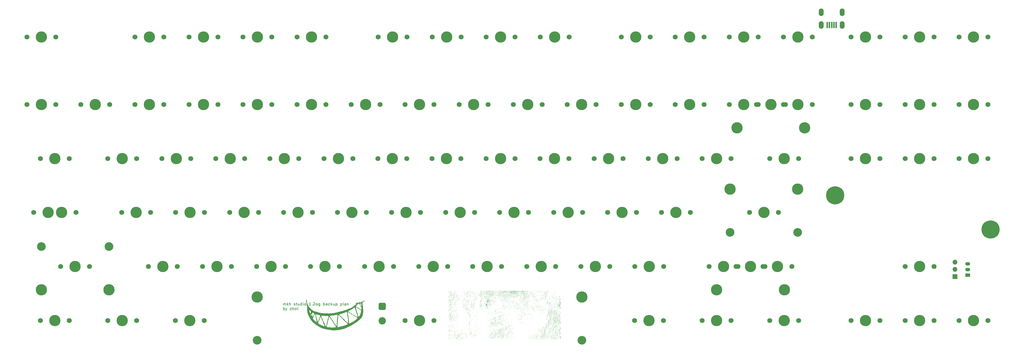
<source format=gbr>
%TF.GenerationSoftware,KiCad,Pcbnew,(7.99.0-267-g8440d7258b)*%
%TF.CreationDate,2023-05-06T01:22:06-07:00*%
%TF.ProjectId,1_2og_repro,315f326f-675f-4726-9570-726f2e6b6963,rev?*%
%TF.SameCoordinates,Original*%
%TF.FileFunction,Soldermask,Top*%
%TF.FilePolarity,Negative*%
%FSLAX46Y46*%
G04 Gerber Fmt 4.6, Leading zero omitted, Abs format (unit mm)*
G04 Created by KiCad (PCBNEW (7.99.0-267-g8440d7258b)) date 2023-05-06 01:22:06*
%MOMM*%
%LPD*%
G01*
G04 APERTURE LIST*
G04 Aperture macros list*
%AMRoundRect*
0 Rectangle with rounded corners*
0 $1 Rounding radius*
0 $2 $3 $4 $5 $6 $7 $8 $9 X,Y pos of 4 corners*
0 Add a 4 corners polygon primitive as box body*
4,1,4,$2,$3,$4,$5,$6,$7,$8,$9,$2,$3,0*
0 Add four circle primitives for the rounded corners*
1,1,$1+$1,$2,$3*
1,1,$1+$1,$4,$5*
1,1,$1+$1,$6,$7*
1,1,$1+$1,$8,$9*
0 Add four rect primitives between the rounded corners*
20,1,$1+$1,$2,$3,$4,$5,0*
20,1,$1+$1,$4,$5,$6,$7,0*
20,1,$1+$1,$6,$7,$8,$9,0*
20,1,$1+$1,$8,$9,$2,$3,0*%
G04 Aperture macros list end*
%ADD10C,0.000000*%
%ADD11C,0.150000*%
%ADD12C,1.750000*%
%ADD13C,3.987800*%
%ADD14RoundRect,0.650000X-0.650000X0.650000X-0.650000X-0.650000X0.650000X-0.650000X0.650000X0.650000X0*%
%ADD15C,2.600000*%
%ADD16C,3.048000*%
%ADD17C,6.400000*%
%ADD18O,1.750000X1.200000*%
%ADD19RoundRect,0.250000X0.625000X-0.350000X0.625000X0.350000X-0.625000X0.350000X-0.625000X-0.350000X0*%
%ADD20R,0.500000X2.250000*%
%ADD21O,1.700000X2.700000*%
%ADD22R,1.700000X1.700000*%
%ADD23O,1.700000X1.700000*%
G04 APERTURE END LIST*
D10*
G36*
X199145707Y-117004400D02*
G01*
X199146818Y-117005280D01*
X199147692Y-117006705D01*
X199148341Y-117008640D01*
X199148772Y-117011052D01*
X199148996Y-117013905D01*
X199148858Y-117020799D01*
X199148002Y-117029047D01*
X199146504Y-117038374D01*
X199144439Y-117048506D01*
X199141882Y-117059168D01*
X199138908Y-117070084D01*
X199135592Y-117080980D01*
X199132010Y-117091580D01*
X199128238Y-117101611D01*
X199124349Y-117110796D01*
X199120420Y-117118862D01*
X199116526Y-117125533D01*
X199112742Y-117130534D01*
X199111027Y-117132019D01*
X199110273Y-117132492D01*
X199109585Y-117132787D01*
X199108964Y-117132909D01*
X199108409Y-117132861D01*
X199107920Y-117132644D01*
X199107494Y-117132262D01*
X199107132Y-117131719D01*
X199106833Y-117131016D01*
X199106421Y-117129145D01*
X199106252Y-117126672D01*
X199106321Y-117123619D01*
X199106621Y-117120012D01*
X199107147Y-117115872D01*
X199107892Y-117111222D01*
X199108852Y-117106086D01*
X199111391Y-117094449D01*
X199114717Y-117081145D01*
X199118969Y-117067960D01*
X199122805Y-117055308D01*
X199126177Y-117043536D01*
X199129040Y-117032991D01*
X199131348Y-117024020D01*
X199133053Y-117016970D01*
X199134110Y-117012190D01*
X199134473Y-117010025D01*
X199134485Y-117009661D01*
X199134519Y-117009308D01*
X199134576Y-117008966D01*
X199134654Y-117008636D01*
X199134755Y-117008318D01*
X199134877Y-117008011D01*
X199135020Y-117007716D01*
X199135183Y-117007432D01*
X199135367Y-117007160D01*
X199135570Y-117006900D01*
X199135793Y-117006651D01*
X199136036Y-117006414D01*
X199136297Y-117006188D01*
X199136576Y-117005974D01*
X199137190Y-117005580D01*
X199137872Y-117005233D01*
X199138621Y-117004932D01*
X199139434Y-117004678D01*
X199140307Y-117004469D01*
X199141239Y-117004307D01*
X199142225Y-117004192D01*
X199143263Y-117004122D01*
X199144351Y-117004099D01*
X199145707Y-117004400D01*
G37*
G36*
X178680355Y-126890111D02*
G01*
X178681045Y-126890261D01*
X178681709Y-126890499D01*
X178682344Y-126890827D01*
X178682949Y-126891245D01*
X178683522Y-126891755D01*
X178684043Y-126892339D01*
X178684495Y-126892979D01*
X178684880Y-126893672D01*
X178685197Y-126894417D01*
X178685447Y-126895211D01*
X178685632Y-126896052D01*
X178685751Y-126896938D01*
X178685807Y-126897866D01*
X178685798Y-126898836D01*
X178685727Y-126899843D01*
X178685398Y-126901964D01*
X178684826Y-126904213D01*
X178684016Y-126906571D01*
X178682975Y-126909023D01*
X178681709Y-126911549D01*
X178680222Y-126914133D01*
X178678522Y-126916758D01*
X178676613Y-126919406D01*
X178674501Y-126922060D01*
X178672193Y-126924702D01*
X178669694Y-126927315D01*
X178666197Y-126930416D01*
X178663111Y-126933045D01*
X178660431Y-126935194D01*
X178658149Y-126936853D01*
X178656261Y-126938015D01*
X178655463Y-126938407D01*
X178654761Y-126938670D01*
X178654155Y-126938805D01*
X178653643Y-126938811D01*
X178653226Y-126938685D01*
X178652902Y-126938427D01*
X178652670Y-126938036D01*
X178652530Y-126937511D01*
X178652482Y-126936851D01*
X178652523Y-126936054D01*
X178652655Y-126935120D01*
X178652876Y-126934047D01*
X178653581Y-126931482D01*
X178654633Y-126928349D01*
X178656027Y-126924641D01*
X178657757Y-126920348D01*
X178659817Y-126915462D01*
X178660389Y-126913639D01*
X178660994Y-126911875D01*
X178661630Y-126910171D01*
X178662293Y-126908528D01*
X178662983Y-126906947D01*
X178663697Y-126905430D01*
X178664432Y-126903977D01*
X178665187Y-126902589D01*
X178665959Y-126901268D01*
X178666747Y-126900015D01*
X178667547Y-126898831D01*
X178668359Y-126897716D01*
X178669179Y-126896672D01*
X178670005Y-126895700D01*
X178670836Y-126894802D01*
X178671669Y-126893977D01*
X178672502Y-126893228D01*
X178673333Y-126892555D01*
X178674159Y-126891959D01*
X178674979Y-126891442D01*
X178675791Y-126891004D01*
X178676591Y-126890648D01*
X178677379Y-126890372D01*
X178678151Y-126890180D01*
X178678906Y-126890072D01*
X178679641Y-126890049D01*
X178680355Y-126890111D01*
G37*
G36*
X202383200Y-115426084D02*
G01*
X202383845Y-115426193D01*
X202384473Y-115426398D01*
X202385081Y-115426700D01*
X202385670Y-115427102D01*
X202386236Y-115427606D01*
X202387031Y-115428977D01*
X202387572Y-115430846D01*
X202387872Y-115433176D01*
X202387942Y-115435932D01*
X202387443Y-115442581D01*
X202386175Y-115450510D01*
X202384235Y-115459433D01*
X202381723Y-115469069D01*
X202378735Y-115479133D01*
X202375372Y-115489342D01*
X202371730Y-115499411D01*
X202367910Y-115509059D01*
X202364008Y-115518000D01*
X202360123Y-115525951D01*
X202356354Y-115532629D01*
X202352799Y-115537750D01*
X202351132Y-115539638D01*
X202349556Y-115541031D01*
X202348083Y-115541893D01*
X202346725Y-115542188D01*
X202346187Y-115542147D01*
X202345683Y-115542028D01*
X202345213Y-115541833D01*
X202344777Y-115541563D01*
X202344374Y-115541220D01*
X202344004Y-115540807D01*
X202343667Y-115540326D01*
X202343362Y-115539780D01*
X202342847Y-115538498D01*
X202342456Y-115536979D01*
X202342186Y-115535239D01*
X202342036Y-115533298D01*
X202342000Y-115531171D01*
X202342078Y-115528876D01*
X202342266Y-115526430D01*
X202342561Y-115523852D01*
X202342960Y-115521158D01*
X202343460Y-115518365D01*
X202344058Y-115515492D01*
X202344752Y-115512555D01*
X202347060Y-115506115D01*
X202349506Y-115498818D01*
X202354630Y-115482674D01*
X202359754Y-115466160D01*
X202364508Y-115451312D01*
X202365075Y-115449662D01*
X202365664Y-115448050D01*
X202366273Y-115446477D01*
X202366901Y-115444945D01*
X202367546Y-115443457D01*
X202368207Y-115442014D01*
X202368882Y-115440619D01*
X202369571Y-115439273D01*
X202370271Y-115437980D01*
X202370981Y-115436741D01*
X202371700Y-115435559D01*
X202372426Y-115434435D01*
X202373158Y-115433372D01*
X202373894Y-115432371D01*
X202374633Y-115431436D01*
X202375374Y-115430569D01*
X202376114Y-115429770D01*
X202376853Y-115429043D01*
X202377589Y-115428391D01*
X202378321Y-115427814D01*
X202379047Y-115427315D01*
X202379766Y-115426896D01*
X202380476Y-115426560D01*
X202381176Y-115426309D01*
X202381864Y-115426144D01*
X202382539Y-115426069D01*
X202383200Y-115426084D01*
G37*
G36*
X186493968Y-115185611D02*
G01*
X186494318Y-115185646D01*
X186494684Y-115185704D01*
X186495067Y-115185785D01*
X186495879Y-115186016D01*
X186496753Y-115186340D01*
X186497684Y-115186757D01*
X186498670Y-115187266D01*
X186499708Y-115187868D01*
X186500796Y-115188563D01*
X186501753Y-115190245D01*
X186502411Y-115192667D01*
X186502883Y-115199540D01*
X186502319Y-115208804D01*
X186500826Y-115220079D01*
X186498511Y-115232987D01*
X186495482Y-115247147D01*
X186491845Y-115262181D01*
X186487707Y-115277710D01*
X186483176Y-115293355D01*
X186478358Y-115308736D01*
X186473361Y-115323476D01*
X186468292Y-115337193D01*
X186463257Y-115349510D01*
X186458364Y-115360047D01*
X186453720Y-115368425D01*
X186449432Y-115374266D01*
X186447742Y-115375592D01*
X186447019Y-115375869D01*
X186446376Y-115375894D01*
X186445815Y-115375673D01*
X186445334Y-115375212D01*
X186444617Y-115373587D01*
X186444223Y-115371058D01*
X186444153Y-115367668D01*
X186444408Y-115363455D01*
X186444986Y-115358461D01*
X186445889Y-115352727D01*
X186447116Y-115346291D01*
X186450542Y-115331483D01*
X186455265Y-115314358D01*
X186461284Y-115295243D01*
X186482028Y-115222642D01*
X186488510Y-115199120D01*
X186490293Y-115192013D01*
X186490759Y-115189804D01*
X186490918Y-115188563D01*
X186490929Y-115188204D01*
X186490964Y-115187868D01*
X186491021Y-115187556D01*
X186491099Y-115187266D01*
X186491200Y-115187000D01*
X186491322Y-115186757D01*
X186491465Y-115186537D01*
X186491628Y-115186340D01*
X186491812Y-115186167D01*
X186492016Y-115186016D01*
X186492239Y-115185889D01*
X186492481Y-115185785D01*
X186492742Y-115185704D01*
X186493022Y-115185646D01*
X186493320Y-115185611D01*
X186493635Y-115185599D01*
X186493968Y-115185611D01*
G37*
G36*
X186877506Y-122535955D02*
G01*
X186878617Y-122536835D01*
X186879492Y-122538260D01*
X186880141Y-122540196D01*
X186880572Y-122542607D01*
X186880796Y-122545460D01*
X186880658Y-122552354D01*
X186879803Y-122560602D01*
X186878305Y-122569929D01*
X186876240Y-122580061D01*
X186873682Y-122590723D01*
X186870708Y-122601639D01*
X186867393Y-122612535D01*
X186863811Y-122623136D01*
X186860039Y-122633167D01*
X186856150Y-122642353D01*
X186852221Y-122650418D01*
X186848327Y-122657090D01*
X186844543Y-122662091D01*
X186842828Y-122663576D01*
X186842074Y-122664049D01*
X186841386Y-122664344D01*
X186840765Y-122664466D01*
X186840210Y-122664417D01*
X186839721Y-122664201D01*
X186839295Y-122663819D01*
X186838933Y-122663276D01*
X186838634Y-122662573D01*
X186838222Y-122660702D01*
X186838054Y-122658228D01*
X186838122Y-122655176D01*
X186838422Y-122651568D01*
X186838948Y-122647428D01*
X186839693Y-122642779D01*
X186840653Y-122637643D01*
X186843192Y-122626006D01*
X186846518Y-122612702D01*
X186850770Y-122599517D01*
X186854605Y-122586865D01*
X186857977Y-122575092D01*
X186860841Y-122564547D01*
X186863148Y-122555576D01*
X186864854Y-122548527D01*
X186865911Y-122543746D01*
X186866274Y-122541581D01*
X186866286Y-122541216D01*
X186866320Y-122540863D01*
X186866377Y-122540522D01*
X186866455Y-122540192D01*
X186866556Y-122539874D01*
X186866678Y-122539567D01*
X186866821Y-122539272D01*
X186866984Y-122538988D01*
X186867168Y-122538716D01*
X186867371Y-122538455D01*
X186867594Y-122538207D01*
X186867837Y-122537969D01*
X186868098Y-122537744D01*
X186868377Y-122537529D01*
X186868990Y-122537136D01*
X186869673Y-122536789D01*
X186870422Y-122536488D01*
X186871234Y-122536233D01*
X186872108Y-122536025D01*
X186873039Y-122535863D01*
X186874025Y-122535747D01*
X186875063Y-122535677D01*
X186876150Y-122535654D01*
X186877506Y-122535955D01*
G37*
G36*
X182649817Y-127810689D02*
G01*
X182650928Y-127811569D01*
X182651803Y-127812994D01*
X182652451Y-127814930D01*
X182652883Y-127817341D01*
X182653106Y-127820194D01*
X182652968Y-127827088D01*
X182652113Y-127835336D01*
X182650615Y-127844663D01*
X182648550Y-127854795D01*
X182645993Y-127865457D01*
X182643019Y-127876373D01*
X182639704Y-127887269D01*
X182636122Y-127897870D01*
X182632349Y-127907901D01*
X182628461Y-127917086D01*
X182624532Y-127925152D01*
X182620638Y-127931823D01*
X182616854Y-127936824D01*
X182615140Y-127938310D01*
X182614385Y-127938782D01*
X182613697Y-127939078D01*
X182613077Y-127939200D01*
X182612521Y-127939151D01*
X182612032Y-127938934D01*
X182611606Y-127938553D01*
X182611244Y-127938009D01*
X182610945Y-127937306D01*
X182610533Y-127935435D01*
X182610365Y-127932962D01*
X182610433Y-127929910D01*
X182610733Y-127926302D01*
X182611259Y-127922162D01*
X182612004Y-127917512D01*
X182612964Y-127912376D01*
X182615503Y-127900739D01*
X182618829Y-127887434D01*
X182623081Y-127874250D01*
X182626917Y-127861598D01*
X182630289Y-127849826D01*
X182633152Y-127839280D01*
X182635460Y-127830310D01*
X182637165Y-127823260D01*
X182638222Y-127818480D01*
X182638585Y-127816315D01*
X182638597Y-127815950D01*
X182638631Y-127815597D01*
X182638688Y-127815255D01*
X182638766Y-127814925D01*
X182638867Y-127814607D01*
X182638989Y-127814300D01*
X182639132Y-127814005D01*
X182639295Y-127813721D01*
X182639479Y-127813449D01*
X182639682Y-127813189D01*
X182639905Y-127812940D01*
X182640148Y-127812703D01*
X182640409Y-127812477D01*
X182640688Y-127812263D01*
X182641301Y-127811869D01*
X182641984Y-127811522D01*
X182642733Y-127811221D01*
X182643545Y-127810967D01*
X182644419Y-127810758D01*
X182645350Y-127810597D01*
X182646336Y-127810481D01*
X182647374Y-127810411D01*
X182648461Y-127810388D01*
X182649817Y-127810689D01*
G37*
G36*
X166234355Y-122583400D02*
G01*
X166235045Y-122583550D01*
X166235709Y-122583788D01*
X166236344Y-122584116D01*
X166236950Y-122584534D01*
X166237522Y-122585044D01*
X166238043Y-122585628D01*
X166238496Y-122586268D01*
X166238880Y-122586961D01*
X166239197Y-122587706D01*
X166239447Y-122588500D01*
X166239632Y-122589341D01*
X166239751Y-122590227D01*
X166239806Y-122591155D01*
X166239798Y-122592124D01*
X166239726Y-122593132D01*
X166239397Y-122595253D01*
X166238825Y-122597501D01*
X166238016Y-122599860D01*
X166236975Y-122602311D01*
X166235709Y-122604837D01*
X166234222Y-122607422D01*
X166232522Y-122610046D01*
X166230613Y-122612694D01*
X166228501Y-122615348D01*
X166226193Y-122617990D01*
X166223693Y-122620604D01*
X166220196Y-122623704D01*
X166217111Y-122626333D01*
X166214430Y-122628482D01*
X166212149Y-122630141D01*
X166210261Y-122631303D01*
X166209463Y-122631694D01*
X166208761Y-122631958D01*
X166208154Y-122632093D01*
X166207643Y-122632099D01*
X166207225Y-122631973D01*
X166206901Y-122631715D01*
X166206669Y-122631324D01*
X166206530Y-122630799D01*
X166206481Y-122630139D01*
X166206523Y-122629342D01*
X166206654Y-122628408D01*
X166206875Y-122627335D01*
X166207580Y-122624770D01*
X166208632Y-122621637D01*
X166210026Y-122617929D01*
X166211756Y-122613636D01*
X166213815Y-122608749D01*
X166214388Y-122606926D01*
X166214993Y-122605162D01*
X166215629Y-122603458D01*
X166216293Y-122601815D01*
X166216982Y-122600235D01*
X166217696Y-122598717D01*
X166218432Y-122597264D01*
X166219187Y-122595877D01*
X166219959Y-122594556D01*
X166220746Y-122593303D01*
X166221547Y-122592118D01*
X166222358Y-122591004D01*
X166223178Y-122589960D01*
X166224005Y-122588988D01*
X166224836Y-122588089D01*
X166225669Y-122587265D01*
X166226502Y-122586516D01*
X166227333Y-122585843D01*
X166228159Y-122585247D01*
X166228979Y-122584730D01*
X166229791Y-122584293D01*
X166230591Y-122583936D01*
X166231379Y-122583661D01*
X166232151Y-122583469D01*
X166232906Y-122583360D01*
X166233642Y-122583337D01*
X166234355Y-122583400D01*
G37*
G36*
X185476267Y-119027400D02*
G01*
X185476957Y-119027550D01*
X185477621Y-119027789D01*
X185478257Y-119028116D01*
X185478862Y-119028534D01*
X185479435Y-119029044D01*
X185479956Y-119029628D01*
X185480408Y-119030268D01*
X185480792Y-119030961D01*
X185481109Y-119031706D01*
X185481359Y-119032500D01*
X185481544Y-119033341D01*
X185481663Y-119034227D01*
X185481719Y-119035155D01*
X185481710Y-119036124D01*
X185481638Y-119037132D01*
X185481309Y-119039253D01*
X185480737Y-119041501D01*
X185479928Y-119043860D01*
X185478887Y-119046311D01*
X185477621Y-119048837D01*
X185476134Y-119051422D01*
X185474433Y-119054046D01*
X185472524Y-119056694D01*
X185470412Y-119059348D01*
X185468104Y-119061990D01*
X185465604Y-119064604D01*
X185462107Y-119067704D01*
X185459021Y-119070333D01*
X185456341Y-119072482D01*
X185454059Y-119074142D01*
X185452172Y-119075303D01*
X185451373Y-119075695D01*
X185450672Y-119075959D01*
X185450065Y-119076094D01*
X185449554Y-119076099D01*
X185449136Y-119075974D01*
X185448812Y-119075716D01*
X185448580Y-119075325D01*
X185448440Y-119074800D01*
X185448392Y-119074140D01*
X185448434Y-119073343D01*
X185448565Y-119072409D01*
X185448786Y-119071336D01*
X185449491Y-119068771D01*
X185450543Y-119065638D01*
X185451937Y-119061929D01*
X185453667Y-119057636D01*
X185455726Y-119052750D01*
X185456299Y-119050927D01*
X185456904Y-119049163D01*
X185457540Y-119047459D01*
X185458203Y-119045816D01*
X185458893Y-119044236D01*
X185459607Y-119042718D01*
X185460342Y-119041265D01*
X185461097Y-119039878D01*
X185461870Y-119038557D01*
X185462657Y-119037304D01*
X185463458Y-119036119D01*
X185464269Y-119035005D01*
X185465089Y-119033961D01*
X185465916Y-119032989D01*
X185466747Y-119032090D01*
X185467580Y-119031266D01*
X185468413Y-119030516D01*
X185469244Y-119029843D01*
X185470071Y-119029248D01*
X185470891Y-119028731D01*
X185471702Y-119028293D01*
X185472503Y-119027936D01*
X185473290Y-119027661D01*
X185474063Y-119027469D01*
X185474818Y-119027361D01*
X185475553Y-119027337D01*
X185476267Y-119027400D01*
G37*
G36*
X175005822Y-119600311D02*
G01*
X175006512Y-119600461D01*
X175007176Y-119600699D01*
X175007811Y-119601027D01*
X175008417Y-119601445D01*
X175008989Y-119601954D01*
X175009510Y-119602539D01*
X175009963Y-119603178D01*
X175010347Y-119603872D01*
X175010664Y-119604617D01*
X175010914Y-119605411D01*
X175011099Y-119606252D01*
X175011218Y-119607138D01*
X175011273Y-119608066D01*
X175011265Y-119609035D01*
X175011193Y-119610043D01*
X175010864Y-119612164D01*
X175010292Y-119614413D01*
X175009483Y-119616771D01*
X175008442Y-119619222D01*
X175007176Y-119621749D01*
X175005689Y-119624333D01*
X175003988Y-119626958D01*
X175002080Y-119629605D01*
X174999968Y-119632259D01*
X174997660Y-119634901D01*
X174995160Y-119637514D01*
X174991663Y-119640615D01*
X174988578Y-119643244D01*
X174985897Y-119645393D01*
X174983615Y-119647052D01*
X174981728Y-119648214D01*
X174980929Y-119648606D01*
X174980228Y-119648870D01*
X174979621Y-119649005D01*
X174979110Y-119649010D01*
X174978692Y-119648884D01*
X174978368Y-119648627D01*
X174978136Y-119648236D01*
X174977996Y-119647711D01*
X174977948Y-119647050D01*
X174977990Y-119646254D01*
X174978121Y-119645320D01*
X174978342Y-119644247D01*
X174979047Y-119641681D01*
X174980099Y-119638549D01*
X174981493Y-119634840D01*
X174983223Y-119630547D01*
X174985282Y-119625661D01*
X174985855Y-119623838D01*
X174986460Y-119622074D01*
X174987096Y-119620370D01*
X174987759Y-119618727D01*
X174988449Y-119617146D01*
X174989163Y-119615629D01*
X174989898Y-119614176D01*
X174990653Y-119612789D01*
X174991426Y-119611468D01*
X174992213Y-119610215D01*
X174993014Y-119609030D01*
X174993825Y-119607916D01*
X174994645Y-119606872D01*
X174995472Y-119605900D01*
X174996303Y-119605001D01*
X174997136Y-119604177D01*
X174997969Y-119603427D01*
X174998800Y-119602754D01*
X174999626Y-119602159D01*
X175000446Y-119601642D01*
X175001258Y-119601204D01*
X175002058Y-119600847D01*
X175002846Y-119600572D01*
X175003618Y-119600380D01*
X175004373Y-119600272D01*
X175005109Y-119600248D01*
X175005822Y-119600311D01*
G37*
G36*
X195828564Y-117142695D02*
G01*
X195829491Y-117143591D01*
X195830183Y-117145041D01*
X195830650Y-117147010D01*
X195830953Y-117152363D01*
X195830480Y-117159365D01*
X195829313Y-117167733D01*
X195827532Y-117177184D01*
X195825219Y-117187433D01*
X195822455Y-117198197D01*
X195819319Y-117209193D01*
X195815895Y-117220136D01*
X195812262Y-117230744D01*
X195808502Y-117240733D01*
X195804695Y-117249819D01*
X195800924Y-117257718D01*
X195797268Y-117264147D01*
X195793809Y-117268823D01*
X195789665Y-117273170D01*
X195786119Y-117276556D01*
X195783170Y-117278946D01*
X195780814Y-117280306D01*
X195779858Y-117280589D01*
X195779049Y-117280601D01*
X195778386Y-117280339D01*
X195777870Y-117279797D01*
X195777501Y-117278971D01*
X195777276Y-117277858D01*
X195777264Y-117274750D01*
X195777831Y-117270438D01*
X195778973Y-117264888D01*
X195780689Y-117258064D01*
X195782974Y-117249932D01*
X195789244Y-117229605D01*
X195797760Y-117203630D01*
X195800002Y-117197407D01*
X195802274Y-117191356D01*
X195804558Y-117185507D01*
X195806835Y-117179892D01*
X195809089Y-117174544D01*
X195811303Y-117169493D01*
X195813459Y-117164773D01*
X195815540Y-117160414D01*
X195817528Y-117156449D01*
X195819406Y-117152910D01*
X195821157Y-117149827D01*
X195822763Y-117147234D01*
X195824207Y-117145162D01*
X195825472Y-117143642D01*
X195826032Y-117143099D01*
X195826540Y-117142707D01*
X195826994Y-117142468D01*
X195827393Y-117142388D01*
X195828564Y-117142695D01*
G37*
G36*
X197467890Y-116281378D02*
G01*
X197468580Y-116281528D01*
X197469244Y-116281766D01*
X197469879Y-116282094D01*
X197470484Y-116282512D01*
X197471057Y-116283021D01*
X197471578Y-116283605D01*
X197472030Y-116284245D01*
X197472414Y-116284939D01*
X197472731Y-116285683D01*
X197472981Y-116286477D01*
X197473165Y-116287318D01*
X197473285Y-116288204D01*
X197473340Y-116289133D01*
X197473331Y-116290102D01*
X197473260Y-116291109D01*
X197472931Y-116293231D01*
X197472359Y-116295479D01*
X197471549Y-116297838D01*
X197470508Y-116300289D01*
X197469242Y-116302815D01*
X197467755Y-116305399D01*
X197466054Y-116308024D01*
X197464145Y-116310672D01*
X197462033Y-116313326D01*
X197459725Y-116315968D01*
X197457225Y-116318581D01*
X197453728Y-116321682D01*
X197450643Y-116324311D01*
X197447963Y-116326460D01*
X197445682Y-116328119D01*
X197443794Y-116329281D01*
X197442996Y-116329673D01*
X197442294Y-116329937D01*
X197441688Y-116330072D01*
X197441177Y-116330077D01*
X197440759Y-116329951D01*
X197440435Y-116329694D01*
X197440204Y-116329303D01*
X197440064Y-116328778D01*
X197440015Y-116328117D01*
X197440057Y-116327321D01*
X197440189Y-116326386D01*
X197440409Y-116325314D01*
X197441115Y-116322748D01*
X197442167Y-116319616D01*
X197443561Y-116315907D01*
X197445291Y-116311614D01*
X197447350Y-116306728D01*
X197447923Y-116304905D01*
X197448528Y-116303141D01*
X197449163Y-116301437D01*
X197449827Y-116299794D01*
X197450517Y-116298214D01*
X197451231Y-116296697D01*
X197451966Y-116295244D01*
X197452721Y-116293856D01*
X197453493Y-116292535D01*
X197454281Y-116291282D01*
X197455082Y-116290098D01*
X197455893Y-116288983D01*
X197456713Y-116287939D01*
X197457540Y-116286967D01*
X197458370Y-116286069D01*
X197459204Y-116285244D01*
X197460037Y-116284495D01*
X197460868Y-116283822D01*
X197461694Y-116283226D01*
X197462514Y-116282709D01*
X197463326Y-116282271D01*
X197464126Y-116281915D01*
X197464914Y-116281639D01*
X197465686Y-116281447D01*
X197466441Y-116281339D01*
X197467176Y-116281315D01*
X197467890Y-116281378D01*
G37*
G36*
X173244124Y-124413439D02*
G01*
X173244818Y-124413667D01*
X173245419Y-124414086D01*
X173245924Y-124414695D01*
X173246330Y-124415490D01*
X173246631Y-124416472D01*
X173246826Y-124417637D01*
X173246910Y-124418984D01*
X173246880Y-124420512D01*
X173246732Y-124422217D01*
X173246462Y-124424099D01*
X173246067Y-124426156D01*
X173245544Y-124428386D01*
X173244888Y-124430787D01*
X173244096Y-124433357D01*
X173243164Y-124436095D01*
X173240867Y-124442066D01*
X173240300Y-124443709D01*
X173239712Y-124445305D01*
X173239104Y-124446851D01*
X173238479Y-124448347D01*
X173237837Y-124449791D01*
X173237182Y-124451181D01*
X173236514Y-124452517D01*
X173235835Y-124453796D01*
X173235148Y-124455017D01*
X173234454Y-124456178D01*
X173233755Y-124457279D01*
X173233053Y-124458318D01*
X173232350Y-124459293D01*
X173231646Y-124460203D01*
X173230945Y-124461046D01*
X173230248Y-124461821D01*
X173229557Y-124462527D01*
X173228873Y-124463162D01*
X173228199Y-124463725D01*
X173227536Y-124464214D01*
X173226886Y-124464627D01*
X173226250Y-124464964D01*
X173225632Y-124465223D01*
X173225032Y-124465402D01*
X173224452Y-124465500D01*
X173223894Y-124465516D01*
X173223360Y-124465447D01*
X173222852Y-124465294D01*
X173222371Y-124465053D01*
X173221919Y-124464724D01*
X173221499Y-124464306D01*
X173221111Y-124463796D01*
X173220579Y-124463223D01*
X173220092Y-124462617D01*
X173219651Y-124461978D01*
X173219255Y-124461308D01*
X173218904Y-124460607D01*
X173218598Y-124459877D01*
X173218336Y-124459118D01*
X173218117Y-124458333D01*
X173217810Y-124456685D01*
X173217673Y-124454941D01*
X173217705Y-124453111D01*
X173217901Y-124451203D01*
X173218259Y-124449225D01*
X173218777Y-124447186D01*
X173219451Y-124445095D01*
X173220278Y-124442961D01*
X173221256Y-124440792D01*
X173222381Y-124438597D01*
X173223651Y-124436384D01*
X173225063Y-124434163D01*
X173228322Y-124428674D01*
X173229890Y-124426255D01*
X173231413Y-124424050D01*
X173232887Y-124422058D01*
X173234308Y-124420277D01*
X173235673Y-124418705D01*
X173236977Y-124417340D01*
X173238218Y-124416181D01*
X173239392Y-124415225D01*
X173240494Y-124414471D01*
X173241523Y-124413918D01*
X173242473Y-124413562D01*
X173243341Y-124413403D01*
X173244124Y-124413439D01*
G37*
G36*
X171094222Y-125447956D02*
G01*
X171094912Y-125448106D01*
X171095576Y-125448344D01*
X171096211Y-125448672D01*
X171096816Y-125449089D01*
X171097389Y-125449599D01*
X171097910Y-125450183D01*
X171098362Y-125450823D01*
X171098747Y-125451517D01*
X171099064Y-125452261D01*
X171099314Y-125453055D01*
X171099499Y-125453896D01*
X171099618Y-125454782D01*
X171099673Y-125455711D01*
X171099665Y-125456680D01*
X171099593Y-125457688D01*
X171099264Y-125459809D01*
X171098692Y-125462057D01*
X171097883Y-125464416D01*
X171096842Y-125466867D01*
X171095575Y-125469393D01*
X171094089Y-125471978D01*
X171092388Y-125474603D01*
X171090479Y-125477250D01*
X171088368Y-125479904D01*
X171086059Y-125482546D01*
X171083560Y-125485160D01*
X171080063Y-125488260D01*
X171076977Y-125490889D01*
X171074297Y-125493038D01*
X171072015Y-125494698D01*
X171070128Y-125495859D01*
X171069329Y-125496251D01*
X171068628Y-125496515D01*
X171068021Y-125496650D01*
X171067510Y-125496655D01*
X171067092Y-125496529D01*
X171066768Y-125496272D01*
X171066536Y-125495881D01*
X171066396Y-125495356D01*
X171066348Y-125494695D01*
X171066390Y-125493898D01*
X171066521Y-125492964D01*
X171066742Y-125491892D01*
X171067447Y-125489326D01*
X171068499Y-125486193D01*
X171069893Y-125482485D01*
X171071623Y-125478192D01*
X171073682Y-125473306D01*
X171074255Y-125471483D01*
X171074860Y-125469719D01*
X171075496Y-125468015D01*
X171076159Y-125466372D01*
X171076849Y-125464792D01*
X171077563Y-125463274D01*
X171078298Y-125461821D01*
X171079053Y-125460434D01*
X171079826Y-125459113D01*
X171080613Y-125457860D01*
X171081414Y-125456675D01*
X171082225Y-125455560D01*
X171083045Y-125454517D01*
X171083872Y-125453545D01*
X171084702Y-125452646D01*
X171085536Y-125451822D01*
X171086369Y-125451072D01*
X171087200Y-125450399D01*
X171088026Y-125449804D01*
X171088846Y-125449286D01*
X171089658Y-125448849D01*
X171090458Y-125448492D01*
X171091246Y-125448217D01*
X171092018Y-125448025D01*
X171092773Y-125447916D01*
X171093508Y-125447893D01*
X171094222Y-125447956D01*
G37*
G36*
X203710646Y-112231489D02*
G01*
X203711336Y-112231639D01*
X203712000Y-112231877D01*
X203712635Y-112232205D01*
X203713240Y-112232623D01*
X203713813Y-112233132D01*
X203714334Y-112233716D01*
X203714786Y-112234356D01*
X203715170Y-112235050D01*
X203715487Y-112235795D01*
X203715737Y-112236589D01*
X203715921Y-112237430D01*
X203716041Y-112238315D01*
X203716096Y-112239244D01*
X203716087Y-112240213D01*
X203716016Y-112241220D01*
X203715687Y-112243342D01*
X203715114Y-112245590D01*
X203714305Y-112247949D01*
X203713264Y-112250400D01*
X203711998Y-112252926D01*
X203710511Y-112255510D01*
X203708810Y-112258135D01*
X203706901Y-112260783D01*
X203704789Y-112263437D01*
X203702480Y-112266079D01*
X203699980Y-112268692D01*
X203696484Y-112271793D01*
X203693398Y-112274422D01*
X203690717Y-112276571D01*
X203688436Y-112278230D01*
X203686548Y-112279392D01*
X203685750Y-112279784D01*
X203685049Y-112280048D01*
X203684442Y-112280183D01*
X203683931Y-112280188D01*
X203683513Y-112280062D01*
X203683189Y-112279805D01*
X203682958Y-112279414D01*
X203682818Y-112278889D01*
X203682769Y-112278228D01*
X203682811Y-112277432D01*
X203682943Y-112276497D01*
X203683163Y-112275425D01*
X203683868Y-112272859D01*
X203684921Y-112269727D01*
X203686314Y-112266018D01*
X203688044Y-112261725D01*
X203690102Y-112256839D01*
X203690675Y-112255016D01*
X203691281Y-112253252D01*
X203691917Y-112251548D01*
X203692581Y-112249905D01*
X203693271Y-112248325D01*
X203693985Y-112246808D01*
X203694720Y-112245355D01*
X203695476Y-112243967D01*
X203696248Y-112242646D01*
X203697036Y-112241393D01*
X203697836Y-112240209D01*
X203698648Y-112239094D01*
X203699468Y-112238050D01*
X203700295Y-112237078D01*
X203701126Y-112236180D01*
X203701959Y-112235355D01*
X203702792Y-112234606D01*
X203703623Y-112233933D01*
X203704450Y-112233337D01*
X203705270Y-112232820D01*
X203706081Y-112232382D01*
X203706882Y-112232025D01*
X203707669Y-112231750D01*
X203708442Y-112231558D01*
X203709197Y-112231450D01*
X203709932Y-112231426D01*
X203710646Y-112231489D01*
G37*
G36*
X166860142Y-120225296D02*
G01*
X166860587Y-120225428D01*
X166861012Y-120225627D01*
X166861416Y-120225894D01*
X166861798Y-120226230D01*
X166860580Y-120243580D01*
X166851685Y-120287893D01*
X166814971Y-120442090D01*
X166694616Y-120905574D01*
X166566483Y-121371651D01*
X166520046Y-121529090D01*
X166496320Y-121595291D01*
X166495400Y-121596379D01*
X166494492Y-121597420D01*
X166493599Y-121598414D01*
X166492720Y-121599361D01*
X166491857Y-121600260D01*
X166491011Y-121601111D01*
X166490183Y-121601914D01*
X166489375Y-121602668D01*
X166488586Y-121603372D01*
X166487819Y-121604027D01*
X166487074Y-121604632D01*
X166486353Y-121605187D01*
X166485657Y-121605691D01*
X166484986Y-121606144D01*
X166484342Y-121606546D01*
X166483726Y-121606896D01*
X166483138Y-121607194D01*
X166482581Y-121607440D01*
X166482055Y-121607633D01*
X166481561Y-121607772D01*
X166481100Y-121607858D01*
X166480674Y-121607890D01*
X166480283Y-121607868D01*
X166479929Y-121607792D01*
X166479766Y-121607733D01*
X166479612Y-121607660D01*
X166479468Y-121607573D01*
X166479334Y-121607473D01*
X166479210Y-121607359D01*
X166479096Y-121607230D01*
X166478992Y-121607088D01*
X166478899Y-121606931D01*
X166478743Y-121606576D01*
X166478631Y-121606164D01*
X166478563Y-121605695D01*
X166478540Y-121605169D01*
X166656093Y-120935948D01*
X166844018Y-120245986D01*
X166844579Y-120244528D01*
X166845151Y-120243116D01*
X166845732Y-120241753D01*
X166846321Y-120240437D01*
X166846918Y-120239171D01*
X166847521Y-120237955D01*
X166848129Y-120236790D01*
X166848740Y-120235676D01*
X166849355Y-120234614D01*
X166849972Y-120233605D01*
X166850589Y-120232649D01*
X166851206Y-120231748D01*
X166851822Y-120230902D01*
X166852435Y-120230111D01*
X166853044Y-120229377D01*
X166853649Y-120228700D01*
X166854247Y-120228080D01*
X166854839Y-120227520D01*
X166855423Y-120227019D01*
X166855998Y-120226577D01*
X166856563Y-120226197D01*
X166857117Y-120225878D01*
X166857658Y-120225621D01*
X166858186Y-120225428D01*
X166858700Y-120225297D01*
X166859198Y-120225232D01*
X166859679Y-120225231D01*
X166860142Y-120225296D01*
G37*
G36*
X170974285Y-127632888D02*
G01*
X170975395Y-127633768D01*
X170976270Y-127635193D01*
X170976919Y-127637129D01*
X170977350Y-127639540D01*
X170977574Y-127642393D01*
X170977436Y-127649287D01*
X170976580Y-127657535D01*
X170975082Y-127666862D01*
X170973017Y-127676994D01*
X170970459Y-127687656D01*
X170967485Y-127698572D01*
X170964170Y-127709468D01*
X170960588Y-127720069D01*
X170956816Y-127730100D01*
X170952927Y-127739285D01*
X170948998Y-127747351D01*
X170945104Y-127754022D01*
X170941320Y-127759023D01*
X170939606Y-127760509D01*
X170938851Y-127760981D01*
X170938164Y-127761276D01*
X170937543Y-127761399D01*
X170936988Y-127761350D01*
X170936498Y-127761133D01*
X170936072Y-127760752D01*
X170935710Y-127760208D01*
X170935411Y-127759505D01*
X170935000Y-127757634D01*
X170934831Y-127755161D01*
X170934899Y-127752109D01*
X170935199Y-127748501D01*
X170935725Y-127744361D01*
X170936471Y-127739712D01*
X170937431Y-127734576D01*
X170939969Y-127722939D01*
X170943295Y-127709635D01*
X170947548Y-127696450D01*
X170951383Y-127683798D01*
X170954755Y-127672026D01*
X170957618Y-127661481D01*
X170959926Y-127652510D01*
X170961631Y-127645460D01*
X170962688Y-127640679D01*
X170963051Y-127638514D01*
X170963062Y-127638149D01*
X170963097Y-127637796D01*
X170963153Y-127637455D01*
X170963232Y-127637125D01*
X170963333Y-127636807D01*
X170963455Y-127636500D01*
X170963597Y-127636205D01*
X170963761Y-127635921D01*
X170963945Y-127635649D01*
X170964148Y-127635389D01*
X170964371Y-127635140D01*
X170964614Y-127634902D01*
X170964875Y-127634677D01*
X170965154Y-127634463D01*
X170965767Y-127634069D01*
X170966450Y-127633722D01*
X170967199Y-127633421D01*
X170968012Y-127633166D01*
X170968885Y-127632958D01*
X170969817Y-127632796D01*
X170970803Y-127632680D01*
X170971841Y-127632610D01*
X170972929Y-127632587D01*
X170974285Y-127632888D01*
G37*
G36*
X179483014Y-125618270D02*
G01*
X179483724Y-125618610D01*
X179484363Y-125619249D01*
X179484927Y-125620183D01*
X179485411Y-125621408D01*
X179485812Y-125622921D01*
X179486126Y-125624717D01*
X179486477Y-125629142D01*
X179486431Y-125634652D01*
X179485957Y-125641216D01*
X179485023Y-125648802D01*
X179483597Y-125657377D01*
X179481647Y-125666910D01*
X179480816Y-125672091D01*
X179479814Y-125677239D01*
X179478656Y-125682324D01*
X179477356Y-125687314D01*
X179475929Y-125692176D01*
X179474389Y-125696879D01*
X179472750Y-125701391D01*
X179471028Y-125705680D01*
X179469236Y-125709715D01*
X179467389Y-125713462D01*
X179465502Y-125716892D01*
X179463589Y-125719972D01*
X179461664Y-125722669D01*
X179460701Y-125723865D01*
X179459742Y-125724953D01*
X179458786Y-125725930D01*
X179457837Y-125726791D01*
X179456896Y-125727533D01*
X179455964Y-125728151D01*
X179455056Y-125728661D01*
X179454183Y-125729080D01*
X179453346Y-125729410D01*
X179452546Y-125729653D01*
X179451784Y-125729810D01*
X179451059Y-125729884D01*
X179450375Y-125729876D01*
X179449729Y-125729788D01*
X179449125Y-125729622D01*
X179448561Y-125729380D01*
X179448040Y-125729063D01*
X179447561Y-125728674D01*
X179447125Y-125728213D01*
X179446734Y-125727683D01*
X179446388Y-125727087D01*
X179446087Y-125726424D01*
X179445832Y-125725698D01*
X179445625Y-125724910D01*
X179445465Y-125724062D01*
X179445353Y-125723156D01*
X179445291Y-125722193D01*
X179445279Y-125721176D01*
X179445407Y-125718985D01*
X179445744Y-125716596D01*
X179446295Y-125714026D01*
X179447065Y-125711287D01*
X179448062Y-125708396D01*
X179452815Y-125693549D01*
X179457940Y-125677035D01*
X179463064Y-125660891D01*
X179465510Y-125653594D01*
X179467818Y-125647154D01*
X179470382Y-125638976D01*
X179472868Y-125632202D01*
X179475245Y-125626800D01*
X179477479Y-125622737D01*
X179478534Y-125621198D01*
X179479540Y-125619983D01*
X179480496Y-125619086D01*
X179481396Y-125618504D01*
X179482237Y-125618234D01*
X179483014Y-125618270D01*
G37*
G36*
X167123355Y-128016178D02*
G01*
X167124045Y-128016328D01*
X167124709Y-128016566D01*
X167125344Y-128016894D01*
X167125949Y-128017312D01*
X167126522Y-128017821D01*
X167127043Y-128018406D01*
X167127495Y-128019046D01*
X167127880Y-128019739D01*
X167128197Y-128020484D01*
X167128447Y-128021278D01*
X167128632Y-128022119D01*
X167128751Y-128023005D01*
X167128806Y-128023933D01*
X167128798Y-128024902D01*
X167128726Y-128025910D01*
X167128397Y-128028031D01*
X167127825Y-128030279D01*
X167127016Y-128032637D01*
X167125975Y-128035088D01*
X167124709Y-128037615D01*
X167123222Y-128040199D01*
X167121521Y-128042823D01*
X167119612Y-128045471D01*
X167117501Y-128048125D01*
X167115193Y-128050767D01*
X167112693Y-128053380D01*
X167109196Y-128056481D01*
X167106111Y-128059111D01*
X167103430Y-128061260D01*
X167101149Y-128062919D01*
X167099261Y-128064081D01*
X167098463Y-128064473D01*
X167097761Y-128064737D01*
X167097154Y-128064872D01*
X167096643Y-128064877D01*
X167096225Y-128064752D01*
X167095901Y-128064494D01*
X167095669Y-128064103D01*
X167095530Y-128063578D01*
X167095481Y-128062918D01*
X167095523Y-128062121D01*
X167095654Y-128061187D01*
X167095875Y-128060114D01*
X167096580Y-128057548D01*
X167097633Y-128054416D01*
X167099026Y-128050707D01*
X167100756Y-128046415D01*
X167102816Y-128041528D01*
X167103388Y-128039705D01*
X167103993Y-128037941D01*
X167104629Y-128036237D01*
X167105293Y-128034595D01*
X167105982Y-128033014D01*
X167106696Y-128031497D01*
X167107432Y-128030044D01*
X167108186Y-128028656D01*
X167108959Y-128027335D01*
X167109746Y-128026082D01*
X167110547Y-128024898D01*
X167111358Y-128023783D01*
X167112178Y-128022739D01*
X167113005Y-128021767D01*
X167113836Y-128020869D01*
X167114669Y-128020044D01*
X167115502Y-128019295D01*
X167116333Y-128018622D01*
X167117159Y-128018026D01*
X167117979Y-128017509D01*
X167118791Y-128017071D01*
X167119591Y-128016714D01*
X167120379Y-128016439D01*
X167121151Y-128016247D01*
X167121906Y-128016139D01*
X167122641Y-128016115D01*
X167123355Y-128016178D01*
G37*
G36*
X193615556Y-116656734D02*
G01*
X193616245Y-116656883D01*
X193616909Y-116657122D01*
X193617545Y-116657449D01*
X193618150Y-116657867D01*
X193618723Y-116658377D01*
X193619244Y-116658961D01*
X193619696Y-116659601D01*
X193620080Y-116660294D01*
X193620397Y-116661039D01*
X193620648Y-116661833D01*
X193620832Y-116662674D01*
X193620952Y-116663560D01*
X193621007Y-116664488D01*
X193620998Y-116665458D01*
X193620927Y-116666465D01*
X193620598Y-116668586D01*
X193620026Y-116670835D01*
X193619216Y-116673193D01*
X193618176Y-116675644D01*
X193616909Y-116678170D01*
X193615423Y-116680755D01*
X193613722Y-116683379D01*
X193611813Y-116686027D01*
X193609701Y-116688681D01*
X193607393Y-116691323D01*
X193604893Y-116693936D01*
X193601397Y-116697037D01*
X193598311Y-116699666D01*
X193595630Y-116701815D01*
X193593349Y-116703475D01*
X193591461Y-116704637D01*
X193590663Y-116705028D01*
X193589961Y-116705292D01*
X193589354Y-116705427D01*
X193588843Y-116705433D01*
X193588425Y-116705307D01*
X193588101Y-116705049D01*
X193587869Y-116704658D01*
X193587730Y-116704133D01*
X193587681Y-116703473D01*
X193587723Y-116702676D01*
X193587854Y-116701742D01*
X193588075Y-116700669D01*
X193588780Y-116698104D01*
X193589833Y-116694971D01*
X193591226Y-116691263D01*
X193592956Y-116686970D01*
X193595016Y-116682084D01*
X193595588Y-116680261D01*
X193596193Y-116678497D01*
X193596829Y-116676793D01*
X193597493Y-116675150D01*
X193598183Y-116673569D01*
X193598896Y-116672052D01*
X193599632Y-116670599D01*
X193600387Y-116669212D01*
X193601159Y-116667891D01*
X193601947Y-116666638D01*
X193602747Y-116665453D01*
X193603558Y-116664338D01*
X193604378Y-116663295D01*
X193605205Y-116662323D01*
X193606036Y-116661424D01*
X193606869Y-116660599D01*
X193607702Y-116659850D01*
X193608533Y-116659177D01*
X193609360Y-116658581D01*
X193610180Y-116658064D01*
X193610991Y-116657627D01*
X193611792Y-116657270D01*
X193612579Y-116656995D01*
X193613351Y-116656803D01*
X193614106Y-116656694D01*
X193614842Y-116656671D01*
X193615556Y-116656734D01*
G37*
G36*
X194187681Y-116259314D02*
G01*
X194188458Y-116265112D01*
X194187226Y-116278194D01*
X194179594Y-116322563D01*
X194166499Y-116385129D01*
X194149653Y-116458598D01*
X194130770Y-116535680D01*
X194111562Y-116609080D01*
X194093744Y-116671507D01*
X194079027Y-116715667D01*
X194076458Y-116721474D01*
X194073942Y-116727027D01*
X194071483Y-116732302D01*
X194069088Y-116737275D01*
X194066762Y-116741925D01*
X194064511Y-116746227D01*
X194062342Y-116750159D01*
X194060259Y-116753697D01*
X194058269Y-116756818D01*
X194057311Y-116758216D01*
X194056378Y-116759500D01*
X194055470Y-116760669D01*
X194054590Y-116761719D01*
X194053737Y-116762647D01*
X194052913Y-116763451D01*
X194052117Y-116764128D01*
X194051351Y-116764674D01*
X194050615Y-116765088D01*
X194049911Y-116765365D01*
X194049238Y-116765503D01*
X194048598Y-116765500D01*
X194047991Y-116765352D01*
X194047418Y-116765056D01*
X194046049Y-116761324D01*
X194045631Y-116754650D01*
X194047572Y-116732923D01*
X194053078Y-116700777D01*
X194061987Y-116659117D01*
X194074138Y-116608845D01*
X194089367Y-116550863D01*
X194107513Y-116486075D01*
X194128414Y-116415384D01*
X194138739Y-116382343D01*
X194148787Y-116351826D01*
X194158279Y-116324504D01*
X194166937Y-116301048D01*
X194170867Y-116290980D01*
X194174485Y-116282130D01*
X194177755Y-116274582D01*
X194180643Y-116268420D01*
X194183114Y-116263729D01*
X194185134Y-116260591D01*
X194185964Y-116259632D01*
X194186668Y-116259092D01*
X194187242Y-116258983D01*
X194187681Y-116259314D01*
G37*
G36*
X194208223Y-123195822D02*
G01*
X194208913Y-123195972D01*
X194209577Y-123196210D01*
X194210213Y-123196538D01*
X194210819Y-123196956D01*
X194211392Y-123197465D01*
X194211912Y-123198049D01*
X194212364Y-123198689D01*
X194212748Y-123199383D01*
X194213065Y-123200128D01*
X194213315Y-123200922D01*
X194213500Y-123201763D01*
X194213619Y-123202649D01*
X194213674Y-123203577D01*
X194213666Y-123204546D01*
X194213594Y-123205554D01*
X194213265Y-123207675D01*
X194212693Y-123209924D01*
X194211884Y-123212282D01*
X194210843Y-123214733D01*
X194209576Y-123217260D01*
X194208090Y-123219844D01*
X194206389Y-123222469D01*
X194204480Y-123225117D01*
X194202368Y-123227770D01*
X194200059Y-123230413D01*
X194197559Y-123233026D01*
X194194062Y-123236127D01*
X194190976Y-123238756D01*
X194188296Y-123240904D01*
X194186014Y-123242564D01*
X194184126Y-123243726D01*
X194183328Y-123244117D01*
X194182626Y-123244381D01*
X194182020Y-123244516D01*
X194181508Y-123244522D01*
X194181091Y-123244396D01*
X194180767Y-123244138D01*
X194180535Y-123243747D01*
X194180395Y-123243222D01*
X194180347Y-123242562D01*
X194180388Y-123241765D01*
X194180520Y-123240831D01*
X194180740Y-123239758D01*
X194181446Y-123237193D01*
X194182498Y-123234060D01*
X194183892Y-123230352D01*
X194185622Y-123226058D01*
X194187681Y-123221172D01*
X194188254Y-123219349D01*
X194188859Y-123217585D01*
X194189495Y-123215881D01*
X194190158Y-123214239D01*
X194190848Y-123212658D01*
X194191562Y-123211141D01*
X194192297Y-123209688D01*
X194193052Y-123208301D01*
X194193825Y-123206980D01*
X194194612Y-123205726D01*
X194195413Y-123204542D01*
X194196224Y-123203427D01*
X194197044Y-123202384D01*
X194197871Y-123201412D01*
X194198702Y-123200513D01*
X194199535Y-123199688D01*
X194200368Y-123198939D01*
X194201199Y-123198266D01*
X194202026Y-123197670D01*
X194202846Y-123197153D01*
X194203658Y-123196716D01*
X194204458Y-123196359D01*
X194205246Y-123196084D01*
X194206018Y-123195891D01*
X194206774Y-123195783D01*
X194207509Y-123195760D01*
X194208223Y-123195822D01*
G37*
G36*
X196142864Y-115957356D02*
G01*
X196143975Y-115958236D01*
X196144850Y-115959661D01*
X196145498Y-115961596D01*
X196145929Y-115964008D01*
X196146153Y-115966861D01*
X196146015Y-115973754D01*
X196145159Y-115982002D01*
X196143661Y-115991330D01*
X196141596Y-116001462D01*
X196139039Y-116012123D01*
X196136065Y-116023039D01*
X196132749Y-116033935D01*
X196129168Y-116044536D01*
X196125395Y-116054566D01*
X196121506Y-116063752D01*
X196117577Y-116071817D01*
X196113683Y-116078488D01*
X196109899Y-116083489D01*
X196108185Y-116084975D01*
X196107430Y-116085447D01*
X196106743Y-116085743D01*
X196106122Y-116085865D01*
X196105567Y-116085816D01*
X196105077Y-116085599D01*
X196104651Y-116085218D01*
X196104289Y-116084674D01*
X196103990Y-116083972D01*
X196103579Y-116082100D01*
X196103410Y-116079627D01*
X196103478Y-116076575D01*
X196103778Y-116072967D01*
X196104304Y-116068827D01*
X196105050Y-116064178D01*
X196106009Y-116059042D01*
X196108548Y-116047405D01*
X196111874Y-116034100D01*
X196116126Y-116020916D01*
X196119961Y-116008264D01*
X196123333Y-115996492D01*
X196126196Y-115985947D01*
X196128504Y-115976976D01*
X196130210Y-115969926D01*
X196131267Y-115965146D01*
X196131630Y-115962981D01*
X196131642Y-115962616D01*
X196131676Y-115962263D01*
X196131733Y-115961922D01*
X196131812Y-115961592D01*
X196131912Y-115961273D01*
X196132034Y-115960967D01*
X196132177Y-115960672D01*
X196132340Y-115960388D01*
X196132524Y-115960116D01*
X196132728Y-115959855D01*
X196132951Y-115959607D01*
X196133193Y-115959369D01*
X196133454Y-115959144D01*
X196133734Y-115958930D01*
X196134347Y-115958536D01*
X196135029Y-115958189D01*
X196135778Y-115957888D01*
X196136591Y-115957633D01*
X196137464Y-115957425D01*
X196138396Y-115957263D01*
X196139382Y-115957147D01*
X196140421Y-115957078D01*
X196141508Y-115957055D01*
X196142864Y-115957356D01*
G37*
G36*
X193159774Y-121844511D02*
G01*
X193160884Y-121845391D01*
X193161759Y-121846816D01*
X193162408Y-121848752D01*
X193162839Y-121851163D01*
X193163063Y-121854016D01*
X193162925Y-121860910D01*
X193162069Y-121869158D01*
X193160571Y-121878485D01*
X193158506Y-121888617D01*
X193155948Y-121899279D01*
X193152974Y-121910195D01*
X193149659Y-121921091D01*
X193146077Y-121931692D01*
X193142305Y-121941722D01*
X193138416Y-121950908D01*
X193134487Y-121958974D01*
X193130593Y-121965645D01*
X193126809Y-121970646D01*
X193125095Y-121972132D01*
X193124340Y-121972604D01*
X193123653Y-121972899D01*
X193123032Y-121973021D01*
X193122477Y-121972973D01*
X193121987Y-121972756D01*
X193121562Y-121972375D01*
X193121200Y-121971831D01*
X193120901Y-121971128D01*
X193120489Y-121969257D01*
X193120320Y-121966784D01*
X193120389Y-121963732D01*
X193120688Y-121960124D01*
X193121214Y-121955984D01*
X193121960Y-121951334D01*
X193122919Y-121946198D01*
X193125458Y-121934561D01*
X193128784Y-121921257D01*
X193133036Y-121908073D01*
X193136872Y-121895420D01*
X193140244Y-121883648D01*
X193143107Y-121873103D01*
X193145415Y-121864132D01*
X193147120Y-121857082D01*
X193148177Y-121852301D01*
X193148540Y-121850136D01*
X193148552Y-121849771D01*
X193148586Y-121849418D01*
X193148643Y-121849077D01*
X193148721Y-121848747D01*
X193148822Y-121848429D01*
X193148944Y-121848122D01*
X193149087Y-121847827D01*
X193149250Y-121847543D01*
X193149434Y-121847271D01*
X193149638Y-121847011D01*
X193149861Y-121846762D01*
X193150103Y-121846525D01*
X193150364Y-121846299D01*
X193150644Y-121846085D01*
X193151257Y-121845691D01*
X193151940Y-121845344D01*
X193152689Y-121845043D01*
X193153501Y-121844789D01*
X193154375Y-121844580D01*
X193155306Y-121844418D01*
X193156292Y-121844303D01*
X193157331Y-121844233D01*
X193158418Y-121844210D01*
X193159774Y-121844511D01*
G37*
G36*
X183006822Y-121240022D02*
G01*
X183007511Y-121240172D01*
X183008175Y-121240411D01*
X183008811Y-121240738D01*
X183009416Y-121241156D01*
X183009988Y-121241666D01*
X183010510Y-121242250D01*
X183010962Y-121242890D01*
X183011346Y-121243583D01*
X183011664Y-121244328D01*
X183011914Y-121245122D01*
X183012099Y-121245963D01*
X183012218Y-121246849D01*
X183012273Y-121247777D01*
X183012265Y-121248746D01*
X183012193Y-121249754D01*
X183011865Y-121251875D01*
X183011293Y-121254124D01*
X183010483Y-121256482D01*
X183009442Y-121258933D01*
X183008176Y-121261460D01*
X183006689Y-121264044D01*
X183004989Y-121266669D01*
X183003080Y-121269317D01*
X183000968Y-121271970D01*
X182998660Y-121274612D01*
X182996161Y-121277226D01*
X182992664Y-121280326D01*
X182989578Y-121282955D01*
X182986898Y-121285104D01*
X182984616Y-121286763D01*
X182982728Y-121287925D01*
X182981930Y-121288317D01*
X182981228Y-121288581D01*
X182980622Y-121288716D01*
X182980110Y-121288721D01*
X182979693Y-121288595D01*
X182979369Y-121288338D01*
X182979137Y-121287947D01*
X182978997Y-121287422D01*
X182978949Y-121286761D01*
X182978990Y-121285964D01*
X182979122Y-121285030D01*
X182979343Y-121283957D01*
X182980048Y-121281392D01*
X182981100Y-121278259D01*
X182982494Y-121274551D01*
X182984224Y-121270258D01*
X182986283Y-121265371D01*
X182986856Y-121263548D01*
X182987461Y-121261784D01*
X182988097Y-121260080D01*
X182988760Y-121258437D01*
X182989450Y-121256857D01*
X182990164Y-121255340D01*
X182990899Y-121253887D01*
X182991654Y-121252499D01*
X182992426Y-121251178D01*
X182993214Y-121249925D01*
X182994014Y-121248741D01*
X182994825Y-121247626D01*
X182995645Y-121246582D01*
X182996472Y-121245610D01*
X182997303Y-121244712D01*
X182998136Y-121243887D01*
X182998969Y-121243138D01*
X182999800Y-121242465D01*
X183000626Y-121241869D01*
X183001446Y-121241352D01*
X183002257Y-121240915D01*
X183003058Y-121240558D01*
X183003845Y-121240283D01*
X183004618Y-121240091D01*
X183005373Y-121239983D01*
X183006108Y-121239959D01*
X183006822Y-121240022D01*
G37*
G36*
X193971156Y-118829845D02*
G01*
X193971846Y-118829995D01*
X193972510Y-118830233D01*
X193973146Y-118830560D01*
X193973752Y-118830978D01*
X193974325Y-118831488D01*
X193974845Y-118832072D01*
X193975297Y-118832712D01*
X193975681Y-118833405D01*
X193975998Y-118834150D01*
X193976249Y-118834944D01*
X193976433Y-118835785D01*
X193976552Y-118836671D01*
X193976607Y-118837600D01*
X193976599Y-118838569D01*
X193976527Y-118839576D01*
X193976198Y-118841698D01*
X193975626Y-118843946D01*
X193974817Y-118846305D01*
X193973776Y-118848756D01*
X193972509Y-118851282D01*
X193971023Y-118853866D01*
X193969322Y-118856491D01*
X193967413Y-118859139D01*
X193965301Y-118861792D01*
X193962992Y-118864434D01*
X193960492Y-118867047D01*
X193956995Y-118870148D01*
X193953909Y-118872777D01*
X193951229Y-118874926D01*
X193948947Y-118876586D01*
X193947059Y-118877748D01*
X193946261Y-118878139D01*
X193945559Y-118878403D01*
X193944953Y-118878538D01*
X193944441Y-118878544D01*
X193944024Y-118878418D01*
X193943700Y-118878160D01*
X193943468Y-118877769D01*
X193943328Y-118877244D01*
X193943280Y-118876584D01*
X193943322Y-118875787D01*
X193943453Y-118874853D01*
X193943674Y-118873780D01*
X193944379Y-118871215D01*
X193945431Y-118868082D01*
X193946825Y-118864374D01*
X193948555Y-118860080D01*
X193950614Y-118855194D01*
X193951187Y-118853371D01*
X193951793Y-118851607D01*
X193952428Y-118849903D01*
X193953092Y-118848260D01*
X193953782Y-118846680D01*
X193954496Y-118845163D01*
X193955232Y-118843710D01*
X193955987Y-118842322D01*
X193956759Y-118841001D01*
X193957547Y-118839748D01*
X193958347Y-118838564D01*
X193959159Y-118837449D01*
X193959979Y-118836405D01*
X193960805Y-118835434D01*
X193961636Y-118834535D01*
X193962469Y-118833710D01*
X193963303Y-118832961D01*
X193964133Y-118832288D01*
X193964960Y-118831692D01*
X193965780Y-118831175D01*
X193966592Y-118830738D01*
X193967392Y-118830381D01*
X193968180Y-118830106D01*
X193968952Y-118829913D01*
X193969707Y-118829805D01*
X193970443Y-118829782D01*
X193971156Y-118829845D01*
G37*
G36*
X200685284Y-114755917D02*
G01*
X200685670Y-114761339D01*
X200683930Y-114774387D01*
X200674449Y-114821820D01*
X200634166Y-114991254D01*
X200570547Y-115239588D01*
X200489705Y-115542188D01*
X200092619Y-117023854D01*
X199665590Y-118612942D01*
X199526645Y-119127590D01*
X199427845Y-119490829D01*
X199362011Y-119729054D01*
X199339214Y-119809532D01*
X199321968Y-119868655D01*
X199309375Y-119909719D01*
X199300538Y-119936024D01*
X199294560Y-119950870D01*
X199292363Y-119955026D01*
X199290544Y-119957555D01*
X199288089Y-119959940D01*
X199285906Y-119961911D01*
X199283989Y-119963471D01*
X199282333Y-119964623D01*
X199281600Y-119965047D01*
X199280931Y-119965370D01*
X199280324Y-119965593D01*
X199279778Y-119965715D01*
X199279293Y-119965738D01*
X199278868Y-119965661D01*
X199278503Y-119965485D01*
X199278196Y-119965210D01*
X199277947Y-119964837D01*
X199277755Y-119964365D01*
X199277619Y-119963796D01*
X199277540Y-119963130D01*
X199277515Y-119962367D01*
X199277544Y-119961507D01*
X199277763Y-119959499D01*
X199278191Y-119957109D01*
X199278821Y-119954340D01*
X199279648Y-119951195D01*
X199280666Y-119947677D01*
X199345859Y-119709129D01*
X199488100Y-119177210D01*
X200259553Y-116286232D01*
X200639849Y-114884328D01*
X200643572Y-114870471D01*
X200647311Y-114857095D01*
X200651040Y-114844262D01*
X200654727Y-114832037D01*
X200658345Y-114820484D01*
X200661865Y-114809665D01*
X200665257Y-114799646D01*
X200668493Y-114790489D01*
X200671544Y-114782258D01*
X200674381Y-114775016D01*
X200676975Y-114768828D01*
X200679296Y-114763757D01*
X200681317Y-114759867D01*
X200683008Y-114757221D01*
X200683720Y-114756385D01*
X200684340Y-114755883D01*
X200684862Y-114755724D01*
X200685284Y-114755917D01*
G37*
G36*
X192171996Y-118525578D02*
G01*
X192173107Y-118526458D01*
X192173982Y-118527883D01*
X192174630Y-118529819D01*
X192175061Y-118532230D01*
X192175285Y-118535083D01*
X192175147Y-118541977D01*
X192174291Y-118550225D01*
X192172793Y-118559552D01*
X192170728Y-118569684D01*
X192168171Y-118580345D01*
X192165197Y-118591261D01*
X192161881Y-118602157D01*
X192158300Y-118612758D01*
X192154527Y-118622789D01*
X192150638Y-118631974D01*
X192146709Y-118640040D01*
X192142815Y-118646711D01*
X192139031Y-118651712D01*
X192137317Y-118653198D01*
X192136562Y-118653670D01*
X192135875Y-118653965D01*
X192135254Y-118654087D01*
X192134699Y-118654039D01*
X192134209Y-118653822D01*
X192133783Y-118653441D01*
X192133421Y-118652897D01*
X192133123Y-118652194D01*
X192132711Y-118650323D01*
X192132542Y-118647850D01*
X192132610Y-118644798D01*
X192132910Y-118641190D01*
X192133436Y-118637050D01*
X192134182Y-118632400D01*
X192135142Y-118627265D01*
X192137680Y-118615627D01*
X192141007Y-118602323D01*
X192145259Y-118589139D01*
X192149094Y-118576487D01*
X192152466Y-118564714D01*
X192155330Y-118554169D01*
X192157637Y-118545198D01*
X192159342Y-118538148D01*
X192160400Y-118533368D01*
X192160762Y-118531203D01*
X192160774Y-118530838D01*
X192160808Y-118530485D01*
X192160865Y-118530144D01*
X192160944Y-118529814D01*
X192161044Y-118529496D01*
X192161166Y-118529189D01*
X192161309Y-118528894D01*
X192161473Y-118528611D01*
X192161656Y-118528339D01*
X192161860Y-118528078D01*
X192162083Y-118527829D01*
X192162326Y-118527592D01*
X192162587Y-118527366D01*
X192162866Y-118527152D01*
X192163479Y-118526759D01*
X192164162Y-118526411D01*
X192164911Y-118526111D01*
X192165724Y-118525856D01*
X192166597Y-118525648D01*
X192167529Y-118525485D01*
X192168515Y-118525370D01*
X192169553Y-118525300D01*
X192170640Y-118525277D01*
X192171996Y-118525578D01*
G37*
G36*
X167024577Y-117881578D02*
G01*
X167025267Y-117881728D01*
X167025931Y-117881966D01*
X167026567Y-117882294D01*
X167027172Y-117882712D01*
X167027744Y-117883221D01*
X167028265Y-117883805D01*
X167028718Y-117884445D01*
X167029102Y-117885139D01*
X167029419Y-117885883D01*
X167029669Y-117886677D01*
X167029854Y-117887518D01*
X167029973Y-117888404D01*
X167030029Y-117889333D01*
X167030020Y-117890302D01*
X167029949Y-117891309D01*
X167029620Y-117893430D01*
X167029048Y-117895679D01*
X167028238Y-117898037D01*
X167027197Y-117900488D01*
X167025931Y-117903015D01*
X167024444Y-117905599D01*
X167022744Y-117908224D01*
X167020835Y-117910872D01*
X167018723Y-117913525D01*
X167016415Y-117916168D01*
X167013915Y-117918781D01*
X167010419Y-117921882D01*
X167007333Y-117924511D01*
X167004652Y-117926660D01*
X167002371Y-117928319D01*
X167000483Y-117929481D01*
X166999685Y-117929873D01*
X166998983Y-117930137D01*
X166998377Y-117930272D01*
X166997865Y-117930277D01*
X166997447Y-117930151D01*
X166997123Y-117929894D01*
X166996892Y-117929503D01*
X166996752Y-117928978D01*
X166996703Y-117928317D01*
X166996745Y-117927521D01*
X166996877Y-117926586D01*
X166997097Y-117925514D01*
X166997802Y-117922948D01*
X166998855Y-117919816D01*
X167000249Y-117916107D01*
X167001978Y-117911814D01*
X167004038Y-117906928D01*
X167004610Y-117905105D01*
X167005216Y-117903341D01*
X167005851Y-117901637D01*
X167006515Y-117899994D01*
X167007205Y-117898414D01*
X167007918Y-117896897D01*
X167008654Y-117895444D01*
X167009409Y-117894056D01*
X167010181Y-117892735D01*
X167010969Y-117891482D01*
X167011769Y-117890298D01*
X167012581Y-117889183D01*
X167013401Y-117888139D01*
X167014227Y-117887167D01*
X167015058Y-117886269D01*
X167015891Y-117885444D01*
X167016724Y-117884695D01*
X167017555Y-117884022D01*
X167018382Y-117883426D01*
X167019202Y-117882909D01*
X167020013Y-117882471D01*
X167020814Y-117882114D01*
X167021601Y-117881839D01*
X167022373Y-117881647D01*
X167023128Y-117881539D01*
X167023864Y-117881515D01*
X167024577Y-117881578D01*
G37*
G36*
X175361422Y-113021711D02*
G01*
X175362112Y-113021861D01*
X175362775Y-113022099D01*
X175363411Y-113022427D01*
X175364016Y-113022845D01*
X175364589Y-113023354D01*
X175365110Y-113023939D01*
X175365562Y-113024579D01*
X175365947Y-113025272D01*
X175366264Y-113026017D01*
X175366514Y-113026811D01*
X175366699Y-113027652D01*
X175366818Y-113028538D01*
X175366873Y-113029466D01*
X175366865Y-113030435D01*
X175366793Y-113031443D01*
X175366464Y-113033564D01*
X175365892Y-113035812D01*
X175365083Y-113038171D01*
X175364042Y-113040622D01*
X175362776Y-113043148D01*
X175361289Y-113045733D01*
X175359589Y-113048357D01*
X175357680Y-113051005D01*
X175355568Y-113053659D01*
X175353260Y-113056301D01*
X175350761Y-113058914D01*
X175347264Y-113062015D01*
X175344178Y-113064644D01*
X175341497Y-113066793D01*
X175339216Y-113068453D01*
X175337328Y-113069615D01*
X175336530Y-113070006D01*
X175335828Y-113070270D01*
X175335222Y-113070405D01*
X175334710Y-113070410D01*
X175334292Y-113070285D01*
X175333968Y-113070027D01*
X175333736Y-113069636D01*
X175333597Y-113069111D01*
X175333548Y-113068451D01*
X175333590Y-113067654D01*
X175333721Y-113066720D01*
X175333942Y-113065647D01*
X175334647Y-113063082D01*
X175335700Y-113059949D01*
X175337094Y-113056241D01*
X175338823Y-113051948D01*
X175340883Y-113047061D01*
X175341455Y-113045238D01*
X175342060Y-113043474D01*
X175342696Y-113041771D01*
X175343360Y-113040128D01*
X175344050Y-113038547D01*
X175344763Y-113037030D01*
X175345499Y-113035577D01*
X175346254Y-113034189D01*
X175347026Y-113032869D01*
X175347813Y-113031615D01*
X175348614Y-113030431D01*
X175349425Y-113029316D01*
X175350245Y-113028272D01*
X175351072Y-113027301D01*
X175351903Y-113026402D01*
X175352736Y-113025577D01*
X175353569Y-113024828D01*
X175354400Y-113024155D01*
X175355226Y-113023559D01*
X175356046Y-113023042D01*
X175356858Y-113022605D01*
X175357658Y-113022248D01*
X175358446Y-113021973D01*
X175359218Y-113021780D01*
X175359973Y-113021672D01*
X175360708Y-113021649D01*
X175361422Y-113021711D01*
G37*
G36*
X188202534Y-126356712D02*
G01*
X188203224Y-126356862D01*
X188203887Y-126357100D01*
X188204523Y-126357427D01*
X188205128Y-126357845D01*
X188205701Y-126358355D01*
X188206222Y-126358939D01*
X188206674Y-126359579D01*
X188207058Y-126360272D01*
X188207375Y-126361017D01*
X188207625Y-126361811D01*
X188207810Y-126362652D01*
X188207929Y-126363538D01*
X188207984Y-126364467D01*
X188207976Y-126365436D01*
X188207904Y-126366443D01*
X188207575Y-126368564D01*
X188207003Y-126370813D01*
X188206194Y-126373171D01*
X188205153Y-126375622D01*
X188203886Y-126378148D01*
X188202400Y-126380732D01*
X188200699Y-126383357D01*
X188198790Y-126386005D01*
X188196678Y-126388658D01*
X188194370Y-126391301D01*
X188191870Y-126393914D01*
X188188374Y-126397015D01*
X188185288Y-126399644D01*
X188182607Y-126401792D01*
X188180326Y-126403452D01*
X188178439Y-126404614D01*
X188177640Y-126405006D01*
X188176939Y-126405270D01*
X188176332Y-126405405D01*
X188175821Y-126405410D01*
X188175403Y-126405284D01*
X188175079Y-126405027D01*
X188174847Y-126404636D01*
X188174707Y-126404111D01*
X188174659Y-126403450D01*
X188174701Y-126402654D01*
X188174832Y-126401720D01*
X188175053Y-126400647D01*
X188175758Y-126398082D01*
X188176810Y-126394949D01*
X188178204Y-126391241D01*
X188179933Y-126386948D01*
X188181992Y-126382062D01*
X188182565Y-126380239D01*
X188183170Y-126378475D01*
X188183806Y-126376771D01*
X188184470Y-126375128D01*
X188185160Y-126373547D01*
X188185874Y-126372030D01*
X188186609Y-126370577D01*
X188187364Y-126369190D01*
X188188137Y-126367869D01*
X188188924Y-126366616D01*
X188189725Y-126365431D01*
X188190536Y-126364316D01*
X188191356Y-126363273D01*
X188192183Y-126362301D01*
X188193014Y-126361402D01*
X188193847Y-126360577D01*
X188194680Y-126359828D01*
X188195511Y-126359155D01*
X188196338Y-126358559D01*
X188197158Y-126358042D01*
X188197969Y-126357605D01*
X188198770Y-126357248D01*
X188199557Y-126356973D01*
X188200330Y-126356781D01*
X188201085Y-126356672D01*
X188201820Y-126356649D01*
X188202534Y-126356712D01*
G37*
G36*
X196539378Y-124993578D02*
G01*
X196540068Y-124993728D01*
X196540732Y-124993966D01*
X196541368Y-124994294D01*
X196541973Y-124994712D01*
X196542545Y-124995221D01*
X196543066Y-124995805D01*
X196543519Y-124996445D01*
X196543903Y-124997139D01*
X196544220Y-124997883D01*
X196544470Y-124998677D01*
X196544655Y-124999518D01*
X196544775Y-125000404D01*
X196544830Y-125001333D01*
X196544821Y-125002302D01*
X196544750Y-125003309D01*
X196544421Y-125005431D01*
X196543849Y-125007679D01*
X196543039Y-125010038D01*
X196541998Y-125012489D01*
X196540732Y-125015015D01*
X196539245Y-125017599D01*
X196537545Y-125020224D01*
X196535636Y-125022872D01*
X196533524Y-125025525D01*
X196531216Y-125028168D01*
X196528716Y-125030781D01*
X196525219Y-125033882D01*
X196522134Y-125036511D01*
X196519453Y-125038659D01*
X196517171Y-125040319D01*
X196515284Y-125041481D01*
X196514485Y-125041873D01*
X196513784Y-125042137D01*
X196513177Y-125042272D01*
X196512666Y-125042277D01*
X196512248Y-125042151D01*
X196511924Y-125041894D01*
X196511692Y-125041503D01*
X196511552Y-125040978D01*
X196511504Y-125040317D01*
X196511546Y-125039521D01*
X196511677Y-125038586D01*
X196511898Y-125037514D01*
X196512603Y-125034948D01*
X196513655Y-125031816D01*
X196515049Y-125028107D01*
X196516779Y-125023814D01*
X196518838Y-125018928D01*
X196519411Y-125017105D01*
X196520016Y-125015341D01*
X196520652Y-125013637D01*
X196521316Y-125011994D01*
X196522005Y-125010414D01*
X196522719Y-125008896D01*
X196523454Y-125007443D01*
X196524209Y-125006056D01*
X196524982Y-125004735D01*
X196525769Y-125003482D01*
X196526570Y-125002297D01*
X196527381Y-125001183D01*
X196528201Y-125000139D01*
X196529028Y-124999167D01*
X196529859Y-124998268D01*
X196530692Y-124997444D01*
X196531525Y-124996695D01*
X196532356Y-124996022D01*
X196533182Y-124995426D01*
X196534002Y-124994909D01*
X196534814Y-124994471D01*
X196535614Y-124994115D01*
X196536402Y-124993839D01*
X196537174Y-124993647D01*
X196537929Y-124993539D01*
X196538665Y-124993515D01*
X196539378Y-124993578D01*
G37*
G36*
X165186527Y-124732472D02*
G01*
X165186219Y-124742218D01*
X165181939Y-124765713D01*
X165163530Y-124846159D01*
X165101825Y-125086343D01*
X165034563Y-125328380D01*
X165009209Y-125411141D01*
X165000414Y-125436141D01*
X164994898Y-125447623D01*
X164993725Y-125448188D01*
X164993155Y-125446605D01*
X164993736Y-125437344D01*
X165001164Y-125396877D01*
X165036137Y-125247599D01*
X165088520Y-125044240D01*
X165147015Y-124831250D01*
X165150346Y-124820330D01*
X165153656Y-124809828D01*
X165156926Y-124799788D01*
X165160134Y-124790257D01*
X165163262Y-124781282D01*
X165166289Y-124772909D01*
X165169194Y-124765185D01*
X165171957Y-124758155D01*
X165174558Y-124751865D01*
X165176977Y-124746363D01*
X165179193Y-124741694D01*
X165181186Y-124737905D01*
X165182937Y-124735042D01*
X165183714Y-124733972D01*
X165184424Y-124733151D01*
X165185062Y-124732585D01*
X165185627Y-124732279D01*
X165186116Y-124732240D01*
X165186527Y-124732472D01*
G37*
G36*
X167929018Y-110999640D02*
G01*
X167928814Y-111003249D01*
X167926622Y-111017116D01*
X167922208Y-111039040D01*
X167915757Y-111068048D01*
X167897483Y-111143428D01*
X167873282Y-111235477D01*
X167860742Y-111283098D01*
X167848526Y-111327525D01*
X167836958Y-111367785D01*
X167826363Y-111402905D01*
X167817064Y-111431913D01*
X167809385Y-111453837D01*
X167806255Y-111461839D01*
X167803652Y-111467705D01*
X167801615Y-111471313D01*
X167800822Y-111472233D01*
X167800187Y-111472543D01*
X167799454Y-111468505D01*
X167800808Y-111456997D01*
X167808861Y-111415221D01*
X167822516Y-111354508D01*
X167839945Y-111282149D01*
X167878808Y-111131667D01*
X167896584Y-111068129D01*
X167910818Y-111022117D01*
X167911603Y-111019897D01*
X167912473Y-111017695D01*
X167913418Y-111015527D01*
X167914429Y-111013412D01*
X167915499Y-111011366D01*
X167916617Y-111009407D01*
X167917776Y-111007552D01*
X167918967Y-111005818D01*
X167920181Y-111004224D01*
X167920794Y-111003484D01*
X167921409Y-111002785D01*
X167922026Y-111002130D01*
X167922644Y-111001521D01*
X167923260Y-111000959D01*
X167923875Y-111000447D01*
X167924487Y-110999988D01*
X167925095Y-110999582D01*
X167925698Y-110999233D01*
X167926294Y-110998942D01*
X167926884Y-110998713D01*
X167927465Y-110998546D01*
X167928037Y-110998444D01*
X167928598Y-110998410D01*
X167929018Y-110999640D01*
G37*
G36*
X189515492Y-111120895D02*
G01*
X189499164Y-111177167D01*
X189481168Y-111237699D01*
X189463543Y-111295639D01*
X189448326Y-111344132D01*
X189431348Y-111398368D01*
X189408814Y-111474272D01*
X189357449Y-111650343D01*
X189328618Y-111752208D01*
X189292750Y-111875556D01*
X189219159Y-112124477D01*
X189113222Y-112498350D01*
X188970241Y-113023354D01*
X188901992Y-113270237D01*
X188843559Y-113475262D01*
X188819933Y-113555481D01*
X188801053Y-113617317D01*
X188787684Y-113658133D01*
X188783304Y-113669833D01*
X188780588Y-113675288D01*
X188778133Y-113677673D01*
X188775950Y-113679644D01*
X188774033Y-113681204D01*
X188772377Y-113682357D01*
X188771644Y-113682781D01*
X188770975Y-113683104D01*
X188770368Y-113683326D01*
X188769822Y-113683449D01*
X188769337Y-113683471D01*
X188768912Y-113683394D01*
X188768547Y-113683218D01*
X188768240Y-113682943D01*
X188767991Y-113682570D01*
X188767799Y-113682099D01*
X188767663Y-113681530D01*
X188767584Y-113680863D01*
X188767559Y-113680100D01*
X188767589Y-113679240D01*
X188767808Y-113677233D01*
X188768235Y-113674843D01*
X188768865Y-113672074D01*
X188769692Y-113668929D01*
X188770710Y-113665410D01*
X188827013Y-113458964D01*
X188948509Y-113003599D01*
X189046206Y-112628861D01*
X189122605Y-112330428D01*
X189194929Y-112040145D01*
X189280404Y-111689854D01*
X189289637Y-111651401D01*
X189297967Y-111613734D01*
X189305233Y-111577826D01*
X189311271Y-111544651D01*
X189315921Y-111515180D01*
X189319019Y-111490385D01*
X189319936Y-111480045D01*
X189320404Y-111471239D01*
X189320404Y-111464088D01*
X189319914Y-111458714D01*
X189319636Y-111454273D01*
X189319539Y-111449855D01*
X189319623Y-111445483D01*
X189319883Y-111441181D01*
X189320316Y-111436971D01*
X189320920Y-111432877D01*
X189321693Y-111428922D01*
X189322630Y-111425130D01*
X189323729Y-111421522D01*
X189324987Y-111418123D01*
X189326402Y-111414955D01*
X189327167Y-111413465D01*
X189327970Y-111412042D01*
X189328811Y-111410688D01*
X189329688Y-111409406D01*
X189330603Y-111408200D01*
X189331554Y-111407072D01*
X189332542Y-111406025D01*
X189333565Y-111405062D01*
X189334624Y-111404186D01*
X189335717Y-111403399D01*
X189337567Y-111402107D01*
X189339402Y-111400474D01*
X189341208Y-111398529D01*
X189342971Y-111396299D01*
X189344676Y-111393815D01*
X189346309Y-111391106D01*
X189347855Y-111388199D01*
X189349299Y-111385125D01*
X189350628Y-111381912D01*
X189351827Y-111378589D01*
X189352881Y-111375184D01*
X189353775Y-111371728D01*
X189354496Y-111368249D01*
X189355029Y-111364775D01*
X189355360Y-111361337D01*
X189355473Y-111357961D01*
X189356283Y-111348095D01*
X189358622Y-111332372D01*
X189362349Y-111311601D01*
X189367326Y-111286594D01*
X189373415Y-111258161D01*
X189380476Y-111227111D01*
X189388370Y-111194256D01*
X189396959Y-111160406D01*
X189404319Y-111133193D01*
X189410927Y-111109203D01*
X189416910Y-111088235D01*
X189422395Y-111070085D01*
X189424991Y-111062004D01*
X189427510Y-111054552D01*
X189429968Y-111047703D01*
X189432382Y-111041432D01*
X189434766Y-111035714D01*
X189437137Y-111030523D01*
X189439512Y-111025834D01*
X189441905Y-111021623D01*
X189444332Y-111017862D01*
X189446811Y-111014528D01*
X189449356Y-111011594D01*
X189451983Y-111009036D01*
X189454709Y-111006828D01*
X189457549Y-111004945D01*
X189460519Y-111003362D01*
X189463636Y-111002052D01*
X189466914Y-111000992D01*
X189470371Y-111000155D01*
X189474021Y-110999516D01*
X189477881Y-110999051D01*
X189481967Y-110998732D01*
X189486294Y-110998536D01*
X189495738Y-110998410D01*
X189551054Y-110998410D01*
X189515492Y-111120895D01*
G37*
G36*
X187351640Y-117261222D02*
G01*
X187352751Y-117262103D01*
X187353626Y-117263527D01*
X187354274Y-117265463D01*
X187354706Y-117267874D01*
X187354930Y-117270727D01*
X187354792Y-117277621D01*
X187353936Y-117285869D01*
X187352438Y-117295196D01*
X187350373Y-117305328D01*
X187347816Y-117315990D01*
X187344842Y-117326906D01*
X187341527Y-117337802D01*
X187337945Y-117348402D01*
X187334172Y-117358433D01*
X187330284Y-117367618D01*
X187326355Y-117375684D01*
X187322461Y-117382355D01*
X187318676Y-117387356D01*
X187316962Y-117388841D01*
X187316208Y-117389314D01*
X187315520Y-117389609D01*
X187314899Y-117389731D01*
X187314344Y-117389683D01*
X187313854Y-117389466D01*
X187313429Y-117389085D01*
X187313067Y-117388541D01*
X187312768Y-117387838D01*
X187312356Y-117385967D01*
X187312187Y-117383494D01*
X187312256Y-117380442D01*
X187312556Y-117376834D01*
X187313081Y-117372694D01*
X187313827Y-117368044D01*
X187314786Y-117362909D01*
X187317325Y-117351271D01*
X187320650Y-117337967D01*
X187324902Y-117324783D01*
X187328738Y-117312131D01*
X187332110Y-117300358D01*
X187334973Y-117289813D01*
X187337281Y-117280842D01*
X187338986Y-117273793D01*
X187340043Y-117269012D01*
X187340406Y-117266848D01*
X187340418Y-117266483D01*
X187340452Y-117266130D01*
X187340509Y-117265788D01*
X187340588Y-117265458D01*
X187340688Y-117265140D01*
X187340810Y-117264833D01*
X187340953Y-117264538D01*
X187341116Y-117264255D01*
X187341300Y-117263983D01*
X187341504Y-117263722D01*
X187341727Y-117263473D01*
X187341969Y-117263236D01*
X187342231Y-117263010D01*
X187342510Y-117262796D01*
X187343123Y-117262403D01*
X187343806Y-117262055D01*
X187344555Y-117261755D01*
X187345368Y-117261500D01*
X187346241Y-117261292D01*
X187347172Y-117261130D01*
X187348159Y-117261014D01*
X187349197Y-117260944D01*
X187350284Y-117260921D01*
X187351640Y-117261222D01*
G37*
G36*
X185757700Y-110998777D02*
G01*
X185763721Y-110999751D01*
X185768543Y-111001713D01*
X185770496Y-111003171D01*
X185772138Y-111005006D01*
X185773467Y-111007259D01*
X185774477Y-111009974D01*
X185775532Y-111016962D01*
X185775272Y-111026314D01*
X185773670Y-111038376D01*
X185770696Y-111053490D01*
X185766322Y-111072001D01*
X185760518Y-111094255D01*
X185744505Y-111151365D01*
X185722427Y-111227574D01*
X185697701Y-111314745D01*
X185672790Y-111406362D01*
X185650472Y-111492052D01*
X185633526Y-111561443D01*
X185618649Y-111623365D01*
X185601919Y-111690842D01*
X185585188Y-111755356D01*
X185577401Y-111783840D01*
X185570309Y-111808388D01*
X185554381Y-111864259D01*
X185534749Y-111936799D01*
X185493262Y-112094843D01*
X185463224Y-112213878D01*
X185432977Y-112330366D01*
X185375470Y-112543294D01*
X185350015Y-112633529D01*
X185327964Y-112708809D01*
X185310218Y-112766030D01*
X185297681Y-112802092D01*
X185289625Y-112823264D01*
X185277679Y-112858858D01*
X185244342Y-112965816D01*
X185202115Y-113107964D01*
X185155442Y-113270299D01*
X185132665Y-113352153D01*
X185110652Y-113429146D01*
X185089982Y-113499563D01*
X185071234Y-113561693D01*
X185054986Y-113613821D01*
X185041817Y-113654235D01*
X185032306Y-113681222D01*
X185029102Y-113689144D01*
X185027031Y-113693067D01*
X185025688Y-113694348D01*
X185025119Y-113694567D01*
X185024619Y-113694514D01*
X185024187Y-113694193D01*
X185023823Y-113693610D01*
X185023296Y-113691678D01*
X185023035Y-113688762D01*
X185023037Y-113684906D01*
X185023821Y-113674546D01*
X185025623Y-113660945D01*
X185028420Y-113644450D01*
X185032190Y-113625408D01*
X185036909Y-113604167D01*
X185176680Y-113024342D01*
X185266073Y-112657877D01*
X185284532Y-112587065D01*
X185305584Y-112503289D01*
X185326637Y-112417290D01*
X185345095Y-112339812D01*
X185364944Y-112259185D01*
X185389793Y-112164482D01*
X185416494Y-112067556D01*
X185441899Y-111980261D01*
X185454535Y-111939627D01*
X185467056Y-111897071D01*
X185479160Y-111853821D01*
X185490546Y-111811104D01*
X185500914Y-111770146D01*
X185509962Y-111732174D01*
X185517390Y-111698416D01*
X185522896Y-111670099D01*
X185527950Y-111644502D01*
X185534070Y-111617191D01*
X185541023Y-111589047D01*
X185548578Y-111560950D01*
X185556503Y-111533778D01*
X185564568Y-111508412D01*
X185572539Y-111485732D01*
X185580186Y-111466617D01*
X185588282Y-111446062D01*
X185597535Y-111419234D01*
X185607621Y-111387266D01*
X185618216Y-111351293D01*
X185628997Y-111312450D01*
X185639639Y-111271870D01*
X185649818Y-111230688D01*
X185659210Y-111190039D01*
X185665980Y-111161516D01*
X185672256Y-111135862D01*
X185678097Y-111112933D01*
X185683565Y-111092588D01*
X185686178Y-111083341D01*
X185688720Y-111074686D01*
X185691200Y-111066607D01*
X185693624Y-111059085D01*
X185696000Y-111052103D01*
X185698336Y-111045642D01*
X185700640Y-111039686D01*
X185702919Y-111034217D01*
X185705180Y-111029216D01*
X185707431Y-111024667D01*
X185709681Y-111020550D01*
X185711936Y-111016850D01*
X185714203Y-111013547D01*
X185716492Y-111010625D01*
X185718808Y-111008064D01*
X185721161Y-111005849D01*
X185723557Y-111003961D01*
X185726004Y-111002382D01*
X185728509Y-111001094D01*
X185731081Y-111000081D01*
X185733726Y-110999323D01*
X185736453Y-110998804D01*
X185739269Y-110998506D01*
X185742181Y-110998410D01*
X185757700Y-110998777D01*
G37*
G36*
X196668079Y-115719011D02*
G01*
X196668429Y-115719046D01*
X196668795Y-115719103D01*
X196669178Y-115719184D01*
X196669990Y-115719416D01*
X196670864Y-115719740D01*
X196671795Y-115720157D01*
X196672781Y-115720666D01*
X196673819Y-115721268D01*
X196674906Y-115721963D01*
X196675863Y-115723645D01*
X196676521Y-115726067D01*
X196676994Y-115732940D01*
X196676430Y-115742204D01*
X196674937Y-115753479D01*
X196672623Y-115766387D01*
X196669593Y-115780547D01*
X196665956Y-115795581D01*
X196661818Y-115811110D01*
X196657287Y-115826755D01*
X196652469Y-115842136D01*
X196647472Y-115856875D01*
X196642403Y-115870593D01*
X196637369Y-115882910D01*
X196632476Y-115893447D01*
X196627832Y-115901825D01*
X196623544Y-115907665D01*
X196621854Y-115908992D01*
X196621131Y-115909268D01*
X196620488Y-115909294D01*
X196619927Y-115909073D01*
X196619446Y-115908612D01*
X196618728Y-115906987D01*
X196618335Y-115904458D01*
X196618265Y-115901068D01*
X196618519Y-115896855D01*
X196619098Y-115891861D01*
X196620000Y-115886127D01*
X196621227Y-115879692D01*
X196624653Y-115864883D01*
X196629375Y-115847758D01*
X196635394Y-115828643D01*
X196656139Y-115756042D01*
X196662621Y-115732520D01*
X196664403Y-115725413D01*
X196664869Y-115723204D01*
X196665028Y-115721963D01*
X196665040Y-115721604D01*
X196665074Y-115721268D01*
X196665131Y-115720956D01*
X196665210Y-115720666D01*
X196665310Y-115720400D01*
X196665432Y-115720157D01*
X196665575Y-115719937D01*
X196665739Y-115719740D01*
X196665923Y-115719567D01*
X196666126Y-115719416D01*
X196666349Y-115719289D01*
X196666592Y-115719184D01*
X196666853Y-115719103D01*
X196667133Y-115719046D01*
X196667431Y-115719011D01*
X196667746Y-115718999D01*
X196668079Y-115719011D01*
G37*
G36*
X171291778Y-126455489D02*
G01*
X171292467Y-126455639D01*
X171293131Y-126455877D01*
X171293767Y-126456205D01*
X171294372Y-126456623D01*
X171294945Y-126457132D01*
X171295466Y-126457717D01*
X171295918Y-126458357D01*
X171296302Y-126459050D01*
X171296619Y-126459795D01*
X171296870Y-126460589D01*
X171297054Y-126461430D01*
X171297174Y-126462316D01*
X171297229Y-126463244D01*
X171297220Y-126464213D01*
X171297149Y-126465221D01*
X171296820Y-126467342D01*
X171296248Y-126469590D01*
X171295438Y-126471948D01*
X171294398Y-126474399D01*
X171293131Y-126476926D01*
X171291645Y-126479510D01*
X171289944Y-126482135D01*
X171288035Y-126484782D01*
X171285923Y-126487436D01*
X171283615Y-126490078D01*
X171281115Y-126492691D01*
X171277619Y-126495792D01*
X171274533Y-126498422D01*
X171271852Y-126500571D01*
X171269571Y-126502230D01*
X171267683Y-126503392D01*
X171266885Y-126503784D01*
X171266183Y-126504048D01*
X171265577Y-126504183D01*
X171265065Y-126504188D01*
X171264648Y-126504063D01*
X171264323Y-126503805D01*
X171264092Y-126503414D01*
X171263952Y-126502889D01*
X171263903Y-126502229D01*
X171263945Y-126501432D01*
X171264077Y-126500498D01*
X171264297Y-126499425D01*
X171265003Y-126496860D01*
X171266055Y-126493727D01*
X171267449Y-126490019D01*
X171269178Y-126485726D01*
X171271238Y-126480839D01*
X171271811Y-126479016D01*
X171272416Y-126477252D01*
X171273051Y-126475548D01*
X171273715Y-126473906D01*
X171274405Y-126472325D01*
X171275119Y-126470808D01*
X171275854Y-126469355D01*
X171276609Y-126467967D01*
X171277381Y-126466646D01*
X171278169Y-126465393D01*
X171278969Y-126464209D01*
X171279781Y-126463094D01*
X171280601Y-126462050D01*
X171281427Y-126461078D01*
X171282258Y-126460180D01*
X171283091Y-126459355D01*
X171283924Y-126458606D01*
X171284755Y-126457933D01*
X171285582Y-126457337D01*
X171286402Y-126456820D01*
X171287213Y-126456382D01*
X171288014Y-126456026D01*
X171288801Y-126455750D01*
X171289573Y-126455558D01*
X171290328Y-126455450D01*
X171291064Y-126455426D01*
X171291778Y-126455489D01*
G37*
G36*
X165047618Y-121745734D02*
G01*
X165048729Y-121746614D01*
X165049603Y-121748039D01*
X165050252Y-121749974D01*
X165050683Y-121752385D01*
X165050907Y-121755238D01*
X165050769Y-121762132D01*
X165049913Y-121770380D01*
X165048415Y-121779708D01*
X165046350Y-121789839D01*
X165043793Y-121800501D01*
X165040819Y-121811417D01*
X165037503Y-121822313D01*
X165033922Y-121832914D01*
X165030149Y-121842945D01*
X165026261Y-121852130D01*
X165022332Y-121860196D01*
X165018437Y-121866867D01*
X165014653Y-121871868D01*
X165012939Y-121873354D01*
X165012184Y-121873826D01*
X165011497Y-121874122D01*
X165010876Y-121874244D01*
X165010321Y-121874195D01*
X165009831Y-121873978D01*
X165009406Y-121873597D01*
X165009044Y-121873053D01*
X165008745Y-121872351D01*
X165008333Y-121870479D01*
X165008164Y-121868006D01*
X165008233Y-121864954D01*
X165008533Y-121861346D01*
X165009058Y-121857206D01*
X165009804Y-121852556D01*
X165010764Y-121847421D01*
X165013303Y-121835783D01*
X165016629Y-121822480D01*
X165020881Y-121809295D01*
X165024716Y-121796642D01*
X165028089Y-121784870D01*
X165030952Y-121774325D01*
X165033259Y-121765354D01*
X165034964Y-121758304D01*
X165036022Y-121753523D01*
X165036384Y-121751359D01*
X165036396Y-121750994D01*
X165036430Y-121750641D01*
X165036487Y-121750299D01*
X165036566Y-121749969D01*
X165036666Y-121749651D01*
X165036788Y-121749344D01*
X165036931Y-121749049D01*
X165037094Y-121748766D01*
X165037278Y-121748494D01*
X165037482Y-121748233D01*
X165037705Y-121747984D01*
X165037947Y-121747747D01*
X165038208Y-121747521D01*
X165038488Y-121747307D01*
X165039101Y-121746914D01*
X165039783Y-121746567D01*
X165040532Y-121746266D01*
X165041345Y-121746011D01*
X165042218Y-121745803D01*
X165043150Y-121745641D01*
X165044136Y-121745525D01*
X165045175Y-121745456D01*
X165046262Y-121745433D01*
X165047618Y-121745734D01*
G37*
G36*
X168091377Y-126159156D02*
G01*
X168092067Y-126159306D01*
X168092731Y-126159545D01*
X168093367Y-126159872D01*
X168093972Y-126160290D01*
X168094544Y-126160800D01*
X168095066Y-126161384D01*
X168095518Y-126162024D01*
X168095902Y-126162717D01*
X168096219Y-126163462D01*
X168096470Y-126164255D01*
X168096654Y-126165096D01*
X168096774Y-126165982D01*
X168096829Y-126166911D01*
X168096820Y-126167880D01*
X168096749Y-126168887D01*
X168096420Y-126171008D01*
X168095848Y-126173257D01*
X168095038Y-126175615D01*
X168093998Y-126178066D01*
X168092731Y-126180593D01*
X168091245Y-126183177D01*
X168089544Y-126185802D01*
X168087635Y-126188449D01*
X168085523Y-126191103D01*
X168083215Y-126193745D01*
X168080716Y-126196359D01*
X168077219Y-126199459D01*
X168074133Y-126202089D01*
X168071452Y-126204237D01*
X168069171Y-126205897D01*
X168067283Y-126207059D01*
X168066485Y-126207450D01*
X168065783Y-126207714D01*
X168065177Y-126207850D01*
X168064665Y-126207855D01*
X168064248Y-126207729D01*
X168063923Y-126207471D01*
X168063692Y-126207081D01*
X168063552Y-126206556D01*
X168063503Y-126205895D01*
X168063545Y-126205099D01*
X168063677Y-126204164D01*
X168063897Y-126203092D01*
X168064602Y-126200526D01*
X168065655Y-126197394D01*
X168067049Y-126193686D01*
X168068778Y-126189393D01*
X168070838Y-126184507D01*
X168071411Y-126182684D01*
X168072016Y-126180920D01*
X168072651Y-126179216D01*
X168073315Y-126177573D01*
X168074005Y-126175992D01*
X168074719Y-126174475D01*
X168075454Y-126173022D01*
X168076209Y-126171635D01*
X168076981Y-126170314D01*
X168077769Y-126169060D01*
X168078569Y-126167876D01*
X168079381Y-126166761D01*
X168080201Y-126165717D01*
X168081027Y-126164746D01*
X168081858Y-126163847D01*
X168082691Y-126163022D01*
X168083524Y-126162273D01*
X168084355Y-126161600D01*
X168085182Y-126161004D01*
X168086002Y-126160487D01*
X168086813Y-126160050D01*
X168087614Y-126159693D01*
X168088401Y-126159418D01*
X168089173Y-126159225D01*
X168089928Y-126159117D01*
X168090664Y-126159094D01*
X168091377Y-126159156D01*
G37*
G36*
X179292778Y-126356712D02*
G01*
X179293468Y-126356862D01*
X179294132Y-126357100D01*
X179294767Y-126357427D01*
X179295372Y-126357845D01*
X179295945Y-126358355D01*
X179296466Y-126358939D01*
X179296918Y-126359579D01*
X179297303Y-126360272D01*
X179297620Y-126361017D01*
X179297870Y-126361811D01*
X179298055Y-126362652D01*
X179298174Y-126363538D01*
X179298229Y-126364467D01*
X179298221Y-126365436D01*
X179298149Y-126366443D01*
X179297820Y-126368564D01*
X179297248Y-126370813D01*
X179296439Y-126373171D01*
X179295398Y-126375622D01*
X179294131Y-126378148D01*
X179292645Y-126380732D01*
X179290944Y-126383357D01*
X179289035Y-126386005D01*
X179286924Y-126388658D01*
X179284615Y-126391301D01*
X179282116Y-126393914D01*
X179278619Y-126397015D01*
X179275533Y-126399644D01*
X179272852Y-126401792D01*
X179270571Y-126403452D01*
X179268683Y-126404614D01*
X179267885Y-126405006D01*
X179267183Y-126405270D01*
X179266577Y-126405405D01*
X179266065Y-126405410D01*
X179265648Y-126405284D01*
X179265323Y-126405027D01*
X179265092Y-126404636D01*
X179264952Y-126404111D01*
X179264903Y-126403450D01*
X179264945Y-126402654D01*
X179265077Y-126401720D01*
X179265297Y-126400647D01*
X179266003Y-126398082D01*
X179267055Y-126394949D01*
X179268449Y-126391241D01*
X179270178Y-126386948D01*
X179272238Y-126382062D01*
X179272811Y-126380239D01*
X179273416Y-126378475D01*
X179274051Y-126376771D01*
X179274715Y-126375128D01*
X179275405Y-126373547D01*
X179276119Y-126372030D01*
X179276854Y-126370577D01*
X179277609Y-126369190D01*
X179278381Y-126367869D01*
X179279169Y-126366616D01*
X179279969Y-126365431D01*
X179280781Y-126364316D01*
X179281601Y-126363273D01*
X179282427Y-126362301D01*
X179283258Y-126361402D01*
X179284091Y-126360577D01*
X179284925Y-126359828D01*
X179285756Y-126359155D01*
X179286582Y-126358559D01*
X179287402Y-126358042D01*
X179288214Y-126357605D01*
X179289014Y-126357248D01*
X179289802Y-126356973D01*
X179290574Y-126356781D01*
X179291329Y-126356672D01*
X179292064Y-126356649D01*
X179292778Y-126356712D01*
G37*
G36*
X195601278Y-112696411D02*
G01*
X195601628Y-112696446D01*
X195601994Y-112696504D01*
X195602377Y-112696585D01*
X195603190Y-112696816D01*
X195604063Y-112697140D01*
X195604994Y-112697557D01*
X195605981Y-112698066D01*
X195607019Y-112698668D01*
X195608107Y-112699363D01*
X195609007Y-112701272D01*
X195609500Y-112704354D01*
X195609345Y-112713732D01*
X195607807Y-112726884D01*
X195605051Y-112743196D01*
X195596543Y-112782846D01*
X195585141Y-112827774D01*
X195572164Y-112873073D01*
X195558933Y-112913834D01*
X195552635Y-112930979D01*
X195546767Y-112945150D01*
X195541496Y-112955732D01*
X195536986Y-112962111D01*
X195535363Y-112963233D01*
X195534722Y-112963257D01*
X195534192Y-112962933D01*
X195533461Y-112961274D01*
X195533158Y-112958315D01*
X195533272Y-112954117D01*
X195533791Y-112948742D01*
X195535998Y-112934701D01*
X195539687Y-112916678D01*
X195544765Y-112895159D01*
X195551139Y-112870631D01*
X195558717Y-112843578D01*
X195574059Y-112789930D01*
X195586622Y-112744801D01*
X195595111Y-112713007D01*
X195597423Y-112703615D01*
X195598229Y-112699363D01*
X195598240Y-112699004D01*
X195598275Y-112698668D01*
X195598331Y-112698356D01*
X195598410Y-112698066D01*
X195598511Y-112697800D01*
X195598633Y-112697557D01*
X195598775Y-112697337D01*
X195598939Y-112697140D01*
X195599123Y-112696967D01*
X195599326Y-112696816D01*
X195599549Y-112696689D01*
X195599792Y-112696585D01*
X195600053Y-112696504D01*
X195600332Y-112696446D01*
X195600630Y-112696411D01*
X195600945Y-112696399D01*
X195601278Y-112696411D01*
G37*
G36*
X176954938Y-117553354D02*
G01*
X176955508Y-117554162D01*
X176955982Y-117555380D01*
X176956640Y-117558983D01*
X176956905Y-117564045D01*
X176956767Y-117570447D01*
X176956219Y-117578070D01*
X176955251Y-117586795D01*
X176953855Y-117596505D01*
X176952021Y-117607079D01*
X176949743Y-117618401D01*
X176947009Y-117630350D01*
X176941702Y-117650044D01*
X176936869Y-117667697D01*
X176932476Y-117683399D01*
X176928488Y-117697241D01*
X176924871Y-117709312D01*
X176923190Y-117714711D01*
X176921589Y-117719701D01*
X176920064Y-117724294D01*
X176918609Y-117728499D01*
X176917220Y-117732329D01*
X176915894Y-117735795D01*
X176914626Y-117738908D01*
X176913411Y-117741679D01*
X176912245Y-117744119D01*
X176911125Y-117746240D01*
X176910045Y-117748053D01*
X176909001Y-117749568D01*
X176907988Y-117750798D01*
X176907493Y-117751310D01*
X176907004Y-117751754D01*
X176906520Y-117752132D01*
X176906042Y-117752446D01*
X176905569Y-117752697D01*
X176905099Y-117752886D01*
X176904634Y-117753015D01*
X176904171Y-117753085D01*
X176903711Y-117753097D01*
X176903253Y-117753054D01*
X176902796Y-117752956D01*
X176902341Y-117752805D01*
X176901885Y-117752602D01*
X176901430Y-117752348D01*
X176900516Y-117751696D01*
X176899595Y-117750859D01*
X176899074Y-117750223D01*
X176898621Y-117749429D01*
X176897917Y-117747386D01*
X176897473Y-117744764D01*
X176897280Y-117741598D01*
X176897331Y-117737923D01*
X176897616Y-117733773D01*
X176898127Y-117729184D01*
X176898855Y-117724189D01*
X176900927Y-117713122D01*
X176903763Y-117700852D01*
X176907294Y-117687656D01*
X176911450Y-117673812D01*
X176928488Y-117618496D01*
X176932227Y-117606520D01*
X176935619Y-117596025D01*
X176938594Y-117587382D01*
X176941083Y-117580962D01*
X176944253Y-117571033D01*
X176947091Y-117563394D01*
X176949586Y-117557925D01*
X176951732Y-117554507D01*
X176952671Y-117553531D01*
X176953519Y-117553023D01*
X176954275Y-117552969D01*
X176954938Y-117553354D01*
G37*
G36*
X188158287Y-111071506D02*
G01*
X188154077Y-111091037D01*
X188147576Y-111117746D01*
X188128901Y-111188063D01*
X188104670Y-111273197D01*
X188077289Y-111363888D01*
X188049570Y-111453374D01*
X188024443Y-111537490D01*
X188004501Y-111606418D01*
X187992339Y-111650343D01*
X187976859Y-111715664D01*
X187961472Y-111775452D01*
X187946084Y-111829914D01*
X187938361Y-111855214D01*
X187930604Y-111879261D01*
X187922800Y-111902081D01*
X187914938Y-111923699D01*
X187907007Y-111944143D01*
X187898995Y-111963438D01*
X187890890Y-111981610D01*
X187882681Y-111998686D01*
X187874356Y-112014690D01*
X187865904Y-112029650D01*
X187846395Y-112066603D01*
X187826516Y-112112284D01*
X187804230Y-112173383D01*
X187777498Y-112256592D01*
X187744284Y-112368601D01*
X187702550Y-112516100D01*
X187585375Y-112944332D01*
X187533919Y-113129818D01*
X187510470Y-113211970D01*
X187489314Y-113284374D01*
X187471028Y-113345018D01*
X187456192Y-113391888D01*
X187445384Y-113422968D01*
X187441672Y-113431958D01*
X187439184Y-113436245D01*
X187438367Y-113436780D01*
X187437766Y-113436546D01*
X187437197Y-113433841D01*
X187438474Y-113419977D01*
X187442761Y-113395788D01*
X187449803Y-113362409D01*
X187459346Y-113320972D01*
X187471133Y-113272613D01*
X187500427Y-113159667D01*
X187565933Y-112911426D01*
X187620720Y-112700968D01*
X187665552Y-112525144D01*
X187701193Y-112380805D01*
X187728406Y-112264803D01*
X187747957Y-112173989D01*
X187760609Y-112105215D01*
X187764587Y-112078109D01*
X187767126Y-112055332D01*
X187770236Y-112027308D01*
X187774967Y-111993010D01*
X187781087Y-111953757D01*
X187788365Y-111910870D01*
X187805466Y-111819469D01*
X187814826Y-111773596D01*
X187824418Y-111729366D01*
X187845223Y-111639262D01*
X187864917Y-111547861D01*
X187881647Y-111465721D01*
X187893562Y-111403399D01*
X187898790Y-111376633D01*
X187905384Y-111345954D01*
X187921467Y-111277211D01*
X187939402Y-111205874D01*
X187956782Y-111140650D01*
X188000243Y-110998410D01*
X188172116Y-110998410D01*
X188158287Y-111071506D01*
G37*
G36*
X186325756Y-122859978D02*
G01*
X186326446Y-122860128D01*
X186327109Y-122860366D01*
X186327745Y-122860694D01*
X186328350Y-122861112D01*
X186328923Y-122861622D01*
X186329444Y-122862206D01*
X186329896Y-122862846D01*
X186330280Y-122863539D01*
X186330597Y-122864284D01*
X186330848Y-122865078D01*
X186331032Y-122865919D01*
X186331152Y-122866805D01*
X186331207Y-122867733D01*
X186331198Y-122868702D01*
X186331127Y-122869710D01*
X186330798Y-122871831D01*
X186330226Y-122874079D01*
X186329416Y-122876438D01*
X186328375Y-122878889D01*
X186327109Y-122881415D01*
X186325622Y-122883999D01*
X186323922Y-122886624D01*
X186322012Y-122889272D01*
X186319901Y-122891926D01*
X186317592Y-122894568D01*
X186315092Y-122897181D01*
X186311596Y-122900282D01*
X186308510Y-122902911D01*
X186305829Y-122905059D01*
X186303548Y-122906719D01*
X186301660Y-122907881D01*
X186300862Y-122908272D01*
X186300160Y-122908536D01*
X186299554Y-122908671D01*
X186299042Y-122908676D01*
X186298625Y-122908551D01*
X186298301Y-122908293D01*
X186298069Y-122907902D01*
X186297929Y-122907377D01*
X186297881Y-122906717D01*
X186297923Y-122905920D01*
X186298054Y-122904986D01*
X186298275Y-122903913D01*
X186298980Y-122901348D01*
X186300032Y-122898215D01*
X186301426Y-122894506D01*
X186303155Y-122890213D01*
X186305215Y-122885327D01*
X186305787Y-122883504D01*
X186306393Y-122881740D01*
X186307028Y-122880036D01*
X186307692Y-122878393D01*
X186308382Y-122876813D01*
X186309096Y-122875295D01*
X186309831Y-122873842D01*
X186310586Y-122872455D01*
X186311359Y-122871134D01*
X186312146Y-122869881D01*
X186312947Y-122868696D01*
X186313758Y-122867582D01*
X186314578Y-122866538D01*
X186315405Y-122865566D01*
X186316236Y-122864667D01*
X186317069Y-122863843D01*
X186317902Y-122863094D01*
X186318733Y-122862421D01*
X186319560Y-122861825D01*
X186320380Y-122861308D01*
X186321191Y-122860871D01*
X186321992Y-122860514D01*
X186322779Y-122860239D01*
X186323551Y-122860047D01*
X186324306Y-122859938D01*
X186325042Y-122859915D01*
X186325756Y-122859978D01*
G37*
G36*
X188617400Y-114305823D02*
G01*
X188618090Y-114305972D01*
X188618754Y-114306211D01*
X188619389Y-114306538D01*
X188619994Y-114306956D01*
X188620567Y-114307466D01*
X188621088Y-114308050D01*
X188621540Y-114308690D01*
X188621924Y-114309383D01*
X188622241Y-114310128D01*
X188622492Y-114310922D01*
X188622676Y-114311763D01*
X188622796Y-114312649D01*
X188622851Y-114313577D01*
X188622842Y-114314546D01*
X188622771Y-114315554D01*
X188622442Y-114317675D01*
X188621870Y-114319923D01*
X188621060Y-114322282D01*
X188620020Y-114324733D01*
X188618753Y-114327259D01*
X188617267Y-114329844D01*
X188615566Y-114332468D01*
X188613657Y-114335116D01*
X188611546Y-114337770D01*
X188609237Y-114340412D01*
X188606738Y-114343025D01*
X188603241Y-114346126D01*
X188600155Y-114348755D01*
X188597475Y-114350904D01*
X188595193Y-114352564D01*
X188593305Y-114353726D01*
X188592507Y-114354117D01*
X188591805Y-114354381D01*
X188591199Y-114354516D01*
X188590687Y-114354521D01*
X188590270Y-114354396D01*
X188589945Y-114354138D01*
X188589714Y-114353747D01*
X188589574Y-114353222D01*
X188589526Y-114352562D01*
X188589567Y-114351765D01*
X188589699Y-114350831D01*
X188589919Y-114349758D01*
X188590625Y-114347193D01*
X188591677Y-114344060D01*
X188593071Y-114340352D01*
X188594801Y-114336059D01*
X188596860Y-114331172D01*
X188597433Y-114329350D01*
X188598038Y-114327586D01*
X188598673Y-114325882D01*
X188599337Y-114324239D01*
X188600027Y-114322658D01*
X188600741Y-114321141D01*
X188601476Y-114319688D01*
X188602231Y-114318301D01*
X188603003Y-114316980D01*
X188603791Y-114315726D01*
X188604592Y-114314542D01*
X188605403Y-114313427D01*
X188606223Y-114312383D01*
X188607050Y-114311412D01*
X188607880Y-114310513D01*
X188608714Y-114309688D01*
X188609547Y-114308939D01*
X188610378Y-114308266D01*
X188611204Y-114307670D01*
X188612024Y-114307153D01*
X188612836Y-114306716D01*
X188613636Y-114306359D01*
X188614424Y-114306084D01*
X188615196Y-114305891D01*
X188615951Y-114305783D01*
X188616686Y-114305760D01*
X188617400Y-114305823D01*
G37*
G36*
X171310129Y-119375066D02*
G01*
X171311240Y-119375947D01*
X171312115Y-119377372D01*
X171312763Y-119379307D01*
X171313194Y-119381718D01*
X171313418Y-119384571D01*
X171313280Y-119391465D01*
X171312424Y-119399713D01*
X171310926Y-119409040D01*
X171308861Y-119419172D01*
X171306304Y-119429834D01*
X171303330Y-119440750D01*
X171300014Y-119451646D01*
X171296433Y-119462247D01*
X171292660Y-119472278D01*
X171288772Y-119481463D01*
X171284843Y-119489529D01*
X171280949Y-119496200D01*
X171277164Y-119501201D01*
X171275450Y-119502687D01*
X171274695Y-119503159D01*
X171274008Y-119503455D01*
X171273387Y-119503577D01*
X171272832Y-119503528D01*
X171272342Y-119503311D01*
X171271917Y-119502930D01*
X171271555Y-119502386D01*
X171271256Y-119501684D01*
X171270844Y-119499812D01*
X171270675Y-119497339D01*
X171270744Y-119494287D01*
X171271044Y-119490679D01*
X171271569Y-119486539D01*
X171272315Y-119481889D01*
X171273275Y-119476754D01*
X171275814Y-119465116D01*
X171279140Y-119451812D01*
X171283392Y-119438628D01*
X171287227Y-119425976D01*
X171290600Y-119414204D01*
X171293463Y-119403658D01*
X171295770Y-119394687D01*
X171297475Y-119387638D01*
X171298533Y-119382857D01*
X171298895Y-119380692D01*
X171298907Y-119380328D01*
X171298941Y-119379974D01*
X171298998Y-119379633D01*
X171299077Y-119379303D01*
X171299177Y-119378985D01*
X171299299Y-119378678D01*
X171299442Y-119378383D01*
X171299605Y-119378099D01*
X171299789Y-119377827D01*
X171299993Y-119377567D01*
X171300216Y-119377318D01*
X171300458Y-119377081D01*
X171300719Y-119376855D01*
X171300999Y-119376641D01*
X171301612Y-119376247D01*
X171302294Y-119375900D01*
X171303043Y-119375599D01*
X171303856Y-119375344D01*
X171304730Y-119375136D01*
X171305661Y-119374974D01*
X171306647Y-119374858D01*
X171307686Y-119374789D01*
X171308773Y-119374765D01*
X171310129Y-119375066D01*
G37*
G36*
X170140892Y-118486807D02*
G01*
X170141481Y-118486939D01*
X170142063Y-118487138D01*
X170142634Y-118487405D01*
X170143195Y-118487741D01*
X170143962Y-118489266D01*
X170144420Y-118491585D01*
X170144469Y-118498398D01*
X170143465Y-118507770D01*
X170141529Y-118519288D01*
X170138782Y-118532543D01*
X170135347Y-118547123D01*
X170126897Y-118578617D01*
X170117151Y-118610480D01*
X170107080Y-118639427D01*
X170102227Y-118651779D01*
X170097658Y-118662169D01*
X170093494Y-118670186D01*
X170089856Y-118675419D01*
X170088842Y-118676193D01*
X170088020Y-118676311D01*
X170087383Y-118675800D01*
X170086927Y-118674686D01*
X170086535Y-118670757D01*
X170086800Y-118664738D01*
X170089127Y-118647290D01*
X170093560Y-118624054D01*
X170099753Y-118596744D01*
X170107358Y-118567072D01*
X170116028Y-118536752D01*
X170125416Y-118507497D01*
X170125797Y-118506038D01*
X170126201Y-118504627D01*
X170126626Y-118503263D01*
X170127071Y-118501948D01*
X170127535Y-118500682D01*
X170128016Y-118499466D01*
X170128514Y-118498301D01*
X170129027Y-118497187D01*
X170129555Y-118496125D01*
X170130097Y-118495116D01*
X170130650Y-118494160D01*
X170131215Y-118493259D01*
X170131790Y-118492412D01*
X170132374Y-118491622D01*
X170132966Y-118490888D01*
X170133565Y-118490210D01*
X170134170Y-118489591D01*
X170134779Y-118489031D01*
X170135392Y-118488529D01*
X170136007Y-118488088D01*
X170136624Y-118487708D01*
X170137242Y-118487389D01*
X170137858Y-118487132D01*
X170138473Y-118486938D01*
X170139085Y-118486808D01*
X170139693Y-118486743D01*
X170140295Y-118486742D01*
X170140892Y-118486807D01*
G37*
G36*
X198626149Y-117182649D02*
G01*
X198626859Y-117182988D01*
X198627498Y-117183627D01*
X198628062Y-117184561D01*
X198628546Y-117185787D01*
X198628948Y-117187299D01*
X198629262Y-117189095D01*
X198629613Y-117193520D01*
X198629567Y-117199031D01*
X198629093Y-117205594D01*
X198628158Y-117213180D01*
X198626732Y-117221755D01*
X198624782Y-117231288D01*
X198623951Y-117236468D01*
X198622948Y-117241617D01*
X198621790Y-117246702D01*
X198620490Y-117251691D01*
X198619063Y-117256553D01*
X198617523Y-117261256D01*
X198615884Y-117265768D01*
X198614162Y-117270058D01*
X198612370Y-117274092D01*
X198610524Y-117277840D01*
X198608637Y-117281270D01*
X198606724Y-117284350D01*
X198604799Y-117287047D01*
X198603837Y-117288243D01*
X198602877Y-117289331D01*
X198601922Y-117290308D01*
X198600972Y-117291169D01*
X198600031Y-117291911D01*
X198599100Y-117292529D01*
X198598191Y-117293039D01*
X198597318Y-117293458D01*
X198596481Y-117293788D01*
X198595681Y-117294030D01*
X198594918Y-117294188D01*
X198594194Y-117294261D01*
X198593509Y-117294253D01*
X198592864Y-117294165D01*
X198592259Y-117293999D01*
X198591696Y-117293757D01*
X198591174Y-117293440D01*
X198590696Y-117293050D01*
X198590260Y-117292590D01*
X198589869Y-117292060D01*
X198589522Y-117291463D01*
X198589222Y-117290801D01*
X198588967Y-117290075D01*
X198588760Y-117289287D01*
X198588600Y-117288439D01*
X198588488Y-117287533D01*
X198588426Y-117286570D01*
X198588414Y-117285553D01*
X198588543Y-117283362D01*
X198588879Y-117280974D01*
X198589430Y-117278403D01*
X198590201Y-117275665D01*
X198591197Y-117272774D01*
X198595951Y-117257927D01*
X198601075Y-117241412D01*
X198606198Y-117225268D01*
X198608643Y-117217972D01*
X198610950Y-117211532D01*
X198613515Y-117203354D01*
X198616002Y-117196580D01*
X198618378Y-117191178D01*
X198620613Y-117187115D01*
X198621668Y-117185577D01*
X198622675Y-117184361D01*
X198623630Y-117183464D01*
X198624531Y-117182883D01*
X198625371Y-117182612D01*
X198626149Y-117182649D01*
G37*
G36*
X194030422Y-113357556D02*
G01*
X194031112Y-113357706D01*
X194031775Y-113357944D01*
X194032411Y-113358271D01*
X194033016Y-113358689D01*
X194033589Y-113359199D01*
X194034110Y-113359783D01*
X194034562Y-113360423D01*
X194034946Y-113361116D01*
X194035263Y-113361861D01*
X194035514Y-113362655D01*
X194035698Y-113363496D01*
X194035818Y-113364382D01*
X194035873Y-113365311D01*
X194035865Y-113366280D01*
X194035793Y-113367287D01*
X194035464Y-113369408D01*
X194034892Y-113371657D01*
X194034083Y-113374015D01*
X194033042Y-113376466D01*
X194031775Y-113378993D01*
X194030289Y-113381577D01*
X194028588Y-113384202D01*
X194026679Y-113386850D01*
X194024567Y-113389503D01*
X194022259Y-113392145D01*
X194019760Y-113394759D01*
X194016263Y-113397859D01*
X194013177Y-113400489D01*
X194010496Y-113402637D01*
X194008215Y-113404297D01*
X194006327Y-113405459D01*
X194005529Y-113405851D01*
X194004827Y-113406114D01*
X194004221Y-113406250D01*
X194003709Y-113406255D01*
X194003291Y-113406129D01*
X194002967Y-113405871D01*
X194002736Y-113405480D01*
X194002596Y-113404955D01*
X194002547Y-113404295D01*
X194002589Y-113403498D01*
X194002721Y-113402564D01*
X194002941Y-113401491D01*
X194003646Y-113398926D01*
X194004699Y-113395794D01*
X194006093Y-113392085D01*
X194007822Y-113387792D01*
X194009882Y-113382906D01*
X194010454Y-113381083D01*
X194011060Y-113379319D01*
X194011695Y-113377615D01*
X194012359Y-113375972D01*
X194013049Y-113374392D01*
X194013763Y-113372874D01*
X194014498Y-113371421D01*
X194015253Y-113370034D01*
X194016025Y-113368713D01*
X194016813Y-113367460D01*
X194017613Y-113366275D01*
X194018425Y-113365161D01*
X194019245Y-113364117D01*
X194020071Y-113363145D01*
X194020902Y-113362246D01*
X194021735Y-113361422D01*
X194022568Y-113360672D01*
X194023399Y-113359999D01*
X194024226Y-113359404D01*
X194025046Y-113358887D01*
X194025857Y-113358449D01*
X194026658Y-113358092D01*
X194027445Y-113357817D01*
X194028218Y-113357625D01*
X194028973Y-113357516D01*
X194029708Y-113357493D01*
X194030422Y-113357556D01*
G37*
G36*
X165542911Y-123413134D02*
G01*
X165543601Y-123413284D01*
X165544264Y-123413522D01*
X165544900Y-123413850D01*
X165545505Y-123414268D01*
X165546078Y-123414777D01*
X165546599Y-123415361D01*
X165547051Y-123416001D01*
X165547435Y-123416694D01*
X165547752Y-123417439D01*
X165548003Y-123418233D01*
X165548187Y-123419074D01*
X165548307Y-123419960D01*
X165548362Y-123420889D01*
X165548353Y-123421858D01*
X165548282Y-123422865D01*
X165547953Y-123424986D01*
X165547381Y-123427235D01*
X165546572Y-123429593D01*
X165545531Y-123432044D01*
X165544264Y-123434571D01*
X165542778Y-123437155D01*
X165541077Y-123439780D01*
X165539168Y-123442428D01*
X165537057Y-123445081D01*
X165534748Y-123447724D01*
X165532249Y-123450337D01*
X165528752Y-123453438D01*
X165525666Y-123456067D01*
X165522985Y-123458215D01*
X165520704Y-123459875D01*
X165518816Y-123461037D01*
X165518018Y-123461428D01*
X165517316Y-123461692D01*
X165516710Y-123461827D01*
X165516198Y-123461833D01*
X165515781Y-123461707D01*
X165515457Y-123461449D01*
X165515225Y-123461058D01*
X165515085Y-123460533D01*
X165515037Y-123459873D01*
X165515078Y-123459076D01*
X165515210Y-123458142D01*
X165515431Y-123457069D01*
X165516136Y-123454504D01*
X165517188Y-123451371D01*
X165518582Y-123447663D01*
X165520312Y-123443370D01*
X165522371Y-123438483D01*
X165522944Y-123436660D01*
X165523549Y-123434896D01*
X165524184Y-123433193D01*
X165524848Y-123431550D01*
X165525538Y-123429969D01*
X165526252Y-123428452D01*
X165526987Y-123426999D01*
X165527742Y-123425612D01*
X165528514Y-123424291D01*
X165529302Y-123423038D01*
X165530102Y-123421853D01*
X165530914Y-123420738D01*
X165531734Y-123419695D01*
X165532560Y-123418723D01*
X165533391Y-123417824D01*
X165534224Y-123417000D01*
X165535057Y-123416250D01*
X165535888Y-123415577D01*
X165536715Y-123414982D01*
X165537535Y-123414465D01*
X165538346Y-123414027D01*
X165539147Y-123413670D01*
X165539934Y-123413395D01*
X165540707Y-123413203D01*
X165541462Y-123413094D01*
X165542197Y-123413071D01*
X165542911Y-123413134D01*
G37*
G36*
X197932435Y-116252411D02*
G01*
X197932784Y-116252446D01*
X197933151Y-116252504D01*
X197933533Y-116252585D01*
X197934346Y-116252816D01*
X197935219Y-116253140D01*
X197936150Y-116253557D01*
X197937136Y-116254066D01*
X197938174Y-116254668D01*
X197939261Y-116255363D01*
X197940218Y-116257045D01*
X197940876Y-116259467D01*
X197941348Y-116266341D01*
X197940785Y-116275604D01*
X197939292Y-116286879D01*
X197936978Y-116299787D01*
X197933949Y-116313947D01*
X197930312Y-116328981D01*
X197926174Y-116344510D01*
X197921643Y-116360155D01*
X197916825Y-116375536D01*
X197911828Y-116390275D01*
X197906759Y-116403993D01*
X197901724Y-116416310D01*
X197896831Y-116426847D01*
X197892187Y-116435225D01*
X197887899Y-116441066D01*
X197886209Y-116442392D01*
X197885485Y-116442668D01*
X197884843Y-116442694D01*
X197884281Y-116442473D01*
X197883801Y-116442012D01*
X197883083Y-116440387D01*
X197882690Y-116437858D01*
X197882620Y-116434468D01*
X197882875Y-116430255D01*
X197883454Y-116425261D01*
X197884357Y-116419527D01*
X197885584Y-116413092D01*
X197889010Y-116398283D01*
X197893733Y-116381159D01*
X197899752Y-116362043D01*
X197920496Y-116289442D01*
X197926978Y-116265920D01*
X197928761Y-116258813D01*
X197929227Y-116256605D01*
X197929386Y-116255363D01*
X197929398Y-116255004D01*
X197929432Y-116254668D01*
X197929489Y-116254356D01*
X197929568Y-116254066D01*
X197929668Y-116253800D01*
X197929790Y-116253557D01*
X197929933Y-116253337D01*
X197930096Y-116253140D01*
X197930280Y-116252967D01*
X197930483Y-116252816D01*
X197930706Y-116252689D01*
X197930949Y-116252585D01*
X197931210Y-116252504D01*
X197931489Y-116252446D01*
X197931787Y-116252411D01*
X197932102Y-116252399D01*
X197932435Y-116252411D01*
G37*
G36*
X181621490Y-119399603D02*
G01*
X181621937Y-119399696D01*
X181622363Y-119399868D01*
X181622767Y-119400118D01*
X181623149Y-119400448D01*
X181623671Y-119400881D01*
X181624124Y-119401438D01*
X181624510Y-119402114D01*
X181624832Y-119402906D01*
X181625285Y-119404819D01*
X181625495Y-119407146D01*
X181625474Y-119409855D01*
X181625233Y-119412915D01*
X181624783Y-119416292D01*
X181624137Y-119419956D01*
X181623306Y-119423875D01*
X181622300Y-119428017D01*
X181619816Y-119436841D01*
X181616775Y-119446175D01*
X181613271Y-119455764D01*
X181612346Y-119458130D01*
X181611422Y-119460414D01*
X181610501Y-119462612D01*
X181609586Y-119464723D01*
X181608679Y-119466744D01*
X181607780Y-119468673D01*
X181606892Y-119470508D01*
X181606017Y-119472247D01*
X181605157Y-119473887D01*
X181604312Y-119475427D01*
X181603486Y-119476864D01*
X181602680Y-119478197D01*
X181601895Y-119479422D01*
X181601134Y-119480538D01*
X181600398Y-119481542D01*
X181599689Y-119482433D01*
X181599010Y-119483208D01*
X181598360Y-119483866D01*
X181597744Y-119484403D01*
X181597162Y-119484818D01*
X181596616Y-119485108D01*
X181596108Y-119485272D01*
X181595869Y-119485306D01*
X181595640Y-119485307D01*
X181595421Y-119485276D01*
X181595213Y-119485211D01*
X181595016Y-119485114D01*
X181594830Y-119484982D01*
X181594655Y-119484817D01*
X181594492Y-119484618D01*
X181594341Y-119484384D01*
X181594201Y-119484116D01*
X181593959Y-119483475D01*
X181593768Y-119482692D01*
X181593629Y-119481765D01*
X181593544Y-119480691D01*
X181593516Y-119479470D01*
X181593236Y-119477090D01*
X181593130Y-119474419D01*
X181593186Y-119471487D01*
X181593392Y-119468326D01*
X181593737Y-119464969D01*
X181594210Y-119461447D01*
X181595491Y-119454034D01*
X181597143Y-119446345D01*
X181599072Y-119438631D01*
X181601186Y-119431150D01*
X181603393Y-119424154D01*
X181604874Y-119420915D01*
X181606349Y-119417869D01*
X181607813Y-119415026D01*
X181609259Y-119412394D01*
X181610681Y-119409982D01*
X181611382Y-119408861D01*
X181612075Y-119407798D01*
X181612760Y-119406795D01*
X181613434Y-119405852D01*
X181614099Y-119404971D01*
X181614753Y-119404152D01*
X181615395Y-119403397D01*
X181616025Y-119402707D01*
X181616642Y-119402082D01*
X181617246Y-119401524D01*
X181617835Y-119401035D01*
X181618408Y-119400614D01*
X181618966Y-119400264D01*
X181619507Y-119399985D01*
X181620031Y-119399778D01*
X181620536Y-119399645D01*
X181621023Y-119399586D01*
X181621490Y-119399603D01*
G37*
G36*
X181130044Y-117743289D02*
G01*
X181130734Y-117743439D01*
X181131398Y-117743677D01*
X181132033Y-117744005D01*
X181132638Y-117744423D01*
X181133211Y-117744932D01*
X181133732Y-117745516D01*
X181134184Y-117746156D01*
X181134568Y-117746850D01*
X181134886Y-117747594D01*
X181135136Y-117748388D01*
X181135321Y-117749229D01*
X181135440Y-117750115D01*
X181135495Y-117751044D01*
X181135487Y-117752013D01*
X181135415Y-117753020D01*
X181135086Y-117755142D01*
X181134514Y-117757390D01*
X181133705Y-117759749D01*
X181132664Y-117762200D01*
X181131398Y-117764726D01*
X181129911Y-117767310D01*
X181128211Y-117769935D01*
X181126302Y-117772583D01*
X181124191Y-117775237D01*
X181121883Y-117777879D01*
X181119383Y-117780492D01*
X181115887Y-117783593D01*
X181112801Y-117786222D01*
X181110120Y-117788371D01*
X181107838Y-117790030D01*
X181105951Y-117791192D01*
X181105152Y-117791584D01*
X181104450Y-117791848D01*
X181103844Y-117791983D01*
X181103332Y-117791988D01*
X181102915Y-117791862D01*
X181102590Y-117791605D01*
X181102359Y-117791214D01*
X181102219Y-117790689D01*
X181102170Y-117790028D01*
X181102212Y-117789232D01*
X181102344Y-117788297D01*
X181102564Y-117787225D01*
X181103269Y-117784659D01*
X181104322Y-117781527D01*
X181105716Y-117777818D01*
X181107446Y-117773525D01*
X181109506Y-117768639D01*
X181110078Y-117766816D01*
X181110683Y-117765052D01*
X181111319Y-117763348D01*
X181111983Y-117761706D01*
X181112672Y-117760125D01*
X181113386Y-117758608D01*
X181114122Y-117757155D01*
X181114876Y-117755767D01*
X181115649Y-117754446D01*
X181116436Y-117753193D01*
X181117237Y-117752009D01*
X181118048Y-117750894D01*
X181118868Y-117749850D01*
X181119694Y-117748878D01*
X181120525Y-117747980D01*
X181121358Y-117747155D01*
X181122191Y-117746406D01*
X181123022Y-117745733D01*
X181123849Y-117745137D01*
X181124669Y-117744620D01*
X181125480Y-117744182D01*
X181126280Y-117743826D01*
X181127068Y-117743550D01*
X181127840Y-117743358D01*
X181128595Y-117743250D01*
X181129330Y-117743226D01*
X181130044Y-117743289D01*
G37*
G36*
X195763779Y-115621209D02*
G01*
X195764485Y-115621630D01*
X195765075Y-115622360D01*
X195765550Y-115623398D01*
X195766152Y-115626395D01*
X195766290Y-115630620D01*
X195765966Y-115636069D01*
X195765179Y-115642739D01*
X195763928Y-115650627D01*
X195762215Y-115659731D01*
X195760039Y-115670047D01*
X195754297Y-115694306D01*
X195738000Y-115763203D01*
X195730407Y-115796818D01*
X195727236Y-115811716D01*
X195724666Y-115824692D01*
X195723117Y-115830243D01*
X195721440Y-115835762D01*
X195719647Y-115841218D01*
X195717750Y-115846578D01*
X195715761Y-115851810D01*
X195713691Y-115856884D01*
X195711552Y-115861766D01*
X195709354Y-115866426D01*
X195707111Y-115870831D01*
X195704833Y-115874949D01*
X195702531Y-115878749D01*
X195700218Y-115882199D01*
X195697905Y-115885267D01*
X195695604Y-115887922D01*
X195694461Y-115889084D01*
X195693325Y-115890130D01*
X195692198Y-115891057D01*
X195691081Y-115891861D01*
X195688627Y-115893158D01*
X195686451Y-115894084D01*
X195685467Y-115894408D01*
X195684553Y-115894639D01*
X195683708Y-115894778D01*
X195682932Y-115894824D01*
X195682226Y-115894778D01*
X195681589Y-115894639D01*
X195681022Y-115894408D01*
X195680524Y-115894083D01*
X195680096Y-115893667D01*
X195679737Y-115893157D01*
X195679448Y-115892555D01*
X195679228Y-115891861D01*
X195679077Y-115891074D01*
X195678996Y-115890194D01*
X195678985Y-115889222D01*
X195679043Y-115888157D01*
X195679367Y-115885749D01*
X195679969Y-115882971D01*
X195680849Y-115879823D01*
X195682006Y-115876304D01*
X195683442Y-115872414D01*
X195685155Y-115868155D01*
X195688380Y-115859079D01*
X195692069Y-115847041D01*
X195696128Y-115832594D01*
X195700465Y-115816296D01*
X195718736Y-115743695D01*
X195722603Y-115725336D01*
X195726701Y-115707579D01*
X195730892Y-115690841D01*
X195735036Y-115675538D01*
X195738995Y-115662087D01*
X195742630Y-115650905D01*
X195744282Y-115646295D01*
X195745801Y-115642409D01*
X195747170Y-115639298D01*
X195748370Y-115637014D01*
X195752214Y-115631342D01*
X195755594Y-115626917D01*
X195758512Y-115623736D01*
X195760966Y-115621796D01*
X195762019Y-115621291D01*
X195762957Y-115621095D01*
X195763779Y-115621209D01*
G37*
G36*
X197600648Y-112264802D02*
G01*
X197601177Y-112264929D01*
X197601682Y-112265131D01*
X197602160Y-112265410D01*
X197602611Y-112265766D01*
X197603030Y-112266202D01*
X197603418Y-112266717D01*
X197604318Y-112268267D01*
X197604811Y-112271013D01*
X197604657Y-112279786D01*
X197603118Y-112292419D01*
X197600362Y-112308296D01*
X197591854Y-112347317D01*
X197580452Y-112391918D01*
X197567475Y-112437166D01*
X197554244Y-112478132D01*
X197547946Y-112495468D01*
X197542078Y-112509883D01*
X197536807Y-112520763D01*
X197532297Y-112527489D01*
X197531155Y-112528407D01*
X197530314Y-112528233D01*
X197529485Y-112524827D01*
X197529716Y-112517705D01*
X197530910Y-112507302D01*
X197535807Y-112478386D01*
X197543412Y-112441553D01*
X197552962Y-112400275D01*
X197563692Y-112358024D01*
X197574839Y-112318274D01*
X197585638Y-112284496D01*
X197586025Y-112283038D01*
X197586445Y-112281627D01*
X197586895Y-112280264D01*
X197587374Y-112278952D01*
X197587879Y-112277689D01*
X197588407Y-112276479D01*
X197588957Y-112275321D01*
X197589527Y-112274217D01*
X197590114Y-112273168D01*
X197590716Y-112272176D01*
X197591332Y-112271240D01*
X197591958Y-112270363D01*
X197592593Y-112269545D01*
X197593234Y-112268787D01*
X197593880Y-112268091D01*
X197594528Y-112267457D01*
X197595176Y-112266887D01*
X197595821Y-112266382D01*
X197596463Y-112265943D01*
X197597098Y-112265570D01*
X197597724Y-112265266D01*
X197598339Y-112265031D01*
X197598941Y-112264866D01*
X197599528Y-112264772D01*
X197600098Y-112264750D01*
X197600648Y-112264802D01*
G37*
G36*
X188360578Y-122267311D02*
G01*
X188361268Y-122267461D01*
X188361932Y-122267699D01*
X188362568Y-122268027D01*
X188363173Y-122268445D01*
X188363746Y-122268954D01*
X188364267Y-122269539D01*
X188364719Y-122270178D01*
X188365103Y-122270872D01*
X188365420Y-122271617D01*
X188365671Y-122272411D01*
X188365855Y-122273252D01*
X188365974Y-122274138D01*
X188366030Y-122275066D01*
X188366021Y-122276035D01*
X188365949Y-122277043D01*
X188365620Y-122279164D01*
X188365048Y-122281412D01*
X188364239Y-122283771D01*
X188363198Y-122286222D01*
X188361932Y-122288748D01*
X188360445Y-122291332D01*
X188358744Y-122293957D01*
X188356835Y-122296605D01*
X188354723Y-122299259D01*
X188352415Y-122301901D01*
X188349915Y-122304514D01*
X188346418Y-122307615D01*
X188343333Y-122310244D01*
X188340652Y-122312392D01*
X188338370Y-122314052D01*
X188336483Y-122315214D01*
X188335684Y-122315606D01*
X188334983Y-122315869D01*
X188334376Y-122316005D01*
X188333865Y-122316010D01*
X188333447Y-122315884D01*
X188333123Y-122315626D01*
X188332891Y-122315236D01*
X188332751Y-122314711D01*
X188332703Y-122314050D01*
X188332745Y-122313253D01*
X188332876Y-122312319D01*
X188333097Y-122311247D01*
X188333802Y-122308681D01*
X188334854Y-122305549D01*
X188336248Y-122301840D01*
X188337978Y-122297547D01*
X188340037Y-122292661D01*
X188340610Y-122290838D01*
X188341215Y-122289074D01*
X188341851Y-122287370D01*
X188342515Y-122285727D01*
X188343205Y-122284146D01*
X188343919Y-122282629D01*
X188344654Y-122281176D01*
X188345409Y-122279788D01*
X188346182Y-122278467D01*
X188346969Y-122277214D01*
X188347770Y-122276030D01*
X188348581Y-122274915D01*
X188349401Y-122273871D01*
X188350228Y-122272899D01*
X188351059Y-122272001D01*
X188351892Y-122271176D01*
X188352725Y-122270427D01*
X188353556Y-122269754D01*
X188354382Y-122269158D01*
X188355202Y-122268641D01*
X188356014Y-122268204D01*
X188356814Y-122267847D01*
X188357602Y-122267572D01*
X188358374Y-122267380D01*
X188359129Y-122267271D01*
X188359865Y-122267248D01*
X188360578Y-122267311D01*
G37*
G36*
X172141266Y-126791334D02*
G01*
X172141956Y-126791484D01*
X172142620Y-126791722D01*
X172143255Y-126792049D01*
X172143861Y-126792467D01*
X172144433Y-126792977D01*
X172144954Y-126793561D01*
X172145407Y-126794201D01*
X172145791Y-126794894D01*
X172146108Y-126795639D01*
X172146358Y-126796433D01*
X172146543Y-126797274D01*
X172146662Y-126798160D01*
X172146718Y-126799089D01*
X172146709Y-126800058D01*
X172146637Y-126801065D01*
X172146309Y-126803186D01*
X172145737Y-126805435D01*
X172144927Y-126807793D01*
X172143886Y-126810244D01*
X172142620Y-126812770D01*
X172141133Y-126815354D01*
X172139433Y-126817979D01*
X172137524Y-126820627D01*
X172135412Y-126823280D01*
X172133104Y-126825923D01*
X172130604Y-126828536D01*
X172127108Y-126831637D01*
X172124022Y-126834266D01*
X172121341Y-126836415D01*
X172119060Y-126838075D01*
X172117172Y-126839237D01*
X172116374Y-126839628D01*
X172115672Y-126839892D01*
X172115066Y-126840027D01*
X172114554Y-126840033D01*
X172114137Y-126839907D01*
X172113812Y-126839649D01*
X172113581Y-126839258D01*
X172113441Y-126838733D01*
X172113393Y-126838073D01*
X172113434Y-126837276D01*
X172113566Y-126836342D01*
X172113786Y-126835269D01*
X172114492Y-126832704D01*
X172115544Y-126829571D01*
X172116938Y-126825863D01*
X172118668Y-126821570D01*
X172120727Y-126816684D01*
X172121300Y-126814861D01*
X172121905Y-126813097D01*
X172122540Y-126811393D01*
X172123204Y-126809750D01*
X172123894Y-126808169D01*
X172124607Y-126806652D01*
X172125343Y-126805199D01*
X172126098Y-126803812D01*
X172126870Y-126802491D01*
X172127657Y-126801238D01*
X172128458Y-126800053D01*
X172129269Y-126798938D01*
X172130089Y-126797895D01*
X172130916Y-126796923D01*
X172131747Y-126796024D01*
X172132580Y-126795199D01*
X172133413Y-126794450D01*
X172134244Y-126793777D01*
X172135070Y-126793181D01*
X172135890Y-126792664D01*
X172136702Y-126792227D01*
X172137502Y-126791870D01*
X172138290Y-126791595D01*
X172139062Y-126791403D01*
X172139817Y-126791294D01*
X172140553Y-126791271D01*
X172141266Y-126791334D01*
G37*
G36*
X190292839Y-118545509D02*
G01*
X190293481Y-118546901D01*
X190293898Y-118552201D01*
X190293255Y-118560477D01*
X190291671Y-118571270D01*
X190289266Y-118584124D01*
X190286158Y-118598580D01*
X190278306Y-118630475D01*
X190269064Y-118663295D01*
X190259383Y-118693384D01*
X190254674Y-118706261D01*
X190250211Y-118717083D01*
X190246113Y-118725393D01*
X190242498Y-118730735D01*
X190241293Y-118731896D01*
X190240270Y-118732431D01*
X190239424Y-118732363D01*
X190238751Y-118731714D01*
X190237910Y-118728764D01*
X190237714Y-118723758D01*
X190238131Y-118716877D01*
X190239130Y-118708301D01*
X190242745Y-118686778D01*
X190248305Y-118660625D01*
X190255555Y-118631277D01*
X190264241Y-118600170D01*
X190274107Y-118568738D01*
X190276329Y-118564317D01*
X190277441Y-118562149D01*
X190278552Y-118560034D01*
X190279663Y-118557988D01*
X190280774Y-118556029D01*
X190281885Y-118554174D01*
X190282996Y-118552440D01*
X190284108Y-118550846D01*
X190284663Y-118550106D01*
X190285219Y-118549408D01*
X190285774Y-118548753D01*
X190286330Y-118548143D01*
X190286886Y-118547581D01*
X190287441Y-118547069D01*
X190287997Y-118546610D01*
X190288553Y-118546204D01*
X190289108Y-118545855D01*
X190289664Y-118545565D01*
X190290220Y-118545335D01*
X190290776Y-118545168D01*
X190291331Y-118545066D01*
X190291887Y-118545032D01*
X190292839Y-118545509D01*
G37*
G36*
X173817330Y-127517745D02*
G01*
X173817729Y-127518007D01*
X173818355Y-127519179D01*
X173818755Y-127521182D01*
X173818936Y-127523967D01*
X173818902Y-127527483D01*
X173818215Y-127536516D01*
X173816741Y-127547886D01*
X173814527Y-127561202D01*
X173811617Y-127576068D01*
X173808060Y-127592092D01*
X173803901Y-127608880D01*
X173801658Y-127617602D01*
X173799386Y-127625962D01*
X173797103Y-127633923D01*
X173794825Y-127641447D01*
X173792571Y-127648496D01*
X173790357Y-127655033D01*
X173788201Y-127661020D01*
X173786120Y-127666419D01*
X173784132Y-127671194D01*
X173782254Y-127675305D01*
X173780503Y-127678717D01*
X173778897Y-127681390D01*
X173778154Y-127682439D01*
X173777453Y-127683288D01*
X173776797Y-127683935D01*
X173776188Y-127684373D01*
X173775629Y-127684599D01*
X173775121Y-127684607D01*
X173774666Y-127684393D01*
X173774267Y-127683953D01*
X173773641Y-127682780D01*
X173773240Y-127680777D01*
X173773060Y-127677992D01*
X173773094Y-127674476D01*
X173773780Y-127665443D01*
X173775254Y-127654072D01*
X173777469Y-127640756D01*
X173780378Y-127625890D01*
X173783936Y-127609865D01*
X173788095Y-127593077D01*
X173790338Y-127584703D01*
X173792610Y-127576644D01*
X173794893Y-127568938D01*
X173797171Y-127561622D01*
X173799425Y-127554735D01*
X173801639Y-127548314D01*
X173803795Y-127542397D01*
X173805875Y-127537020D01*
X173807864Y-127532223D01*
X173809742Y-127528042D01*
X173811493Y-127524514D01*
X173813099Y-127521679D01*
X173813842Y-127520533D01*
X173814543Y-127519573D01*
X173815199Y-127518805D01*
X173815807Y-127518234D01*
X173816367Y-127517864D01*
X173816875Y-127517699D01*
X173817330Y-127517745D01*
G37*
G36*
X174749000Y-118810089D02*
G01*
X174749689Y-118810239D01*
X174750353Y-118810477D01*
X174750989Y-118810804D01*
X174751594Y-118811222D01*
X174752167Y-118811732D01*
X174752688Y-118812316D01*
X174753140Y-118812956D01*
X174753524Y-118813650D01*
X174753841Y-118814394D01*
X174754092Y-118815188D01*
X174754276Y-118816029D01*
X174754396Y-118816915D01*
X174754451Y-118817844D01*
X174754442Y-118818813D01*
X174754371Y-118819820D01*
X174754042Y-118821942D01*
X174753470Y-118824190D01*
X174752660Y-118826549D01*
X174751620Y-118829000D01*
X174750353Y-118831526D01*
X174748867Y-118834110D01*
X174747166Y-118836735D01*
X174745257Y-118839383D01*
X174743145Y-118842037D01*
X174740837Y-118844679D01*
X174738337Y-118847292D01*
X174734841Y-118850392D01*
X174731755Y-118853022D01*
X174729074Y-118855170D01*
X174726793Y-118856830D01*
X174724905Y-118857992D01*
X174724107Y-118858384D01*
X174723405Y-118858648D01*
X174722799Y-118858783D01*
X174722287Y-118858788D01*
X174721870Y-118858662D01*
X174721546Y-118858405D01*
X174721314Y-118858014D01*
X174721174Y-118857489D01*
X174721126Y-118856829D01*
X174721168Y-118856032D01*
X174721299Y-118855098D01*
X174721520Y-118854025D01*
X174722225Y-118851460D01*
X174723277Y-118848327D01*
X174724671Y-118844618D01*
X174726401Y-118840325D01*
X174728460Y-118835439D01*
X174729033Y-118833616D01*
X174729638Y-118831852D01*
X174730274Y-118830148D01*
X174730937Y-118828505D01*
X174731627Y-118826925D01*
X174732341Y-118825407D01*
X174733076Y-118823954D01*
X174733831Y-118822567D01*
X174734603Y-118821246D01*
X174735391Y-118819993D01*
X174736191Y-118818808D01*
X174737003Y-118817693D01*
X174737823Y-118816650D01*
X174738649Y-118815678D01*
X174739480Y-118814779D01*
X174740313Y-118813954D01*
X174741146Y-118813205D01*
X174741977Y-118812532D01*
X174742804Y-118811937D01*
X174743624Y-118811419D01*
X174744435Y-118810982D01*
X174745236Y-118810625D01*
X174746023Y-118810350D01*
X174746795Y-118810158D01*
X174747550Y-118810049D01*
X174748286Y-118810026D01*
X174749000Y-118810089D01*
G37*
G36*
X168367955Y-118118645D02*
G01*
X168368645Y-118118795D01*
X168369309Y-118119033D01*
X168369944Y-118119360D01*
X168370550Y-118119778D01*
X168371122Y-118120288D01*
X168371643Y-118120872D01*
X168372096Y-118121512D01*
X168372480Y-118122205D01*
X168372797Y-118122950D01*
X168373047Y-118123744D01*
X168373232Y-118124585D01*
X168373351Y-118125471D01*
X168373407Y-118126400D01*
X168373398Y-118127369D01*
X168373326Y-118128376D01*
X168372998Y-118130497D01*
X168372426Y-118132746D01*
X168371616Y-118135104D01*
X168370575Y-118137556D01*
X168369309Y-118140082D01*
X168367822Y-118142666D01*
X168366122Y-118145291D01*
X168364213Y-118147939D01*
X168362101Y-118150592D01*
X168359793Y-118153235D01*
X168357293Y-118155848D01*
X168353797Y-118158948D01*
X168350711Y-118161577D01*
X168348030Y-118163726D01*
X168345749Y-118165386D01*
X168343861Y-118166548D01*
X168343063Y-118166939D01*
X168342361Y-118167203D01*
X168341754Y-118167338D01*
X168341243Y-118167343D01*
X168340825Y-118167218D01*
X168340501Y-118166960D01*
X168340269Y-118166569D01*
X168340130Y-118166044D01*
X168340081Y-118165384D01*
X168340123Y-118164587D01*
X168340255Y-118163653D01*
X168340475Y-118162580D01*
X168341180Y-118160015D01*
X168342233Y-118156882D01*
X168343627Y-118153174D01*
X168345356Y-118148881D01*
X168347416Y-118143994D01*
X168347988Y-118142171D01*
X168348593Y-118140407D01*
X168349229Y-118138703D01*
X168349893Y-118137060D01*
X168350583Y-118135480D01*
X168351296Y-118133963D01*
X168352032Y-118132510D01*
X168352787Y-118131122D01*
X168353559Y-118129801D01*
X168354347Y-118128548D01*
X168355147Y-118127364D01*
X168355958Y-118126249D01*
X168356778Y-118125205D01*
X168357605Y-118124233D01*
X168358436Y-118123335D01*
X168359269Y-118122510D01*
X168360102Y-118121761D01*
X168360933Y-118121088D01*
X168361759Y-118120492D01*
X168362580Y-118119975D01*
X168363391Y-118119538D01*
X168364191Y-118119181D01*
X168364979Y-118118906D01*
X168365751Y-118118713D01*
X168366506Y-118118605D01*
X168367242Y-118118582D01*
X168367955Y-118118645D01*
G37*
G36*
X199542223Y-117288911D02*
G01*
X199542913Y-117289061D01*
X199543577Y-117289300D01*
X199544213Y-117289627D01*
X199544819Y-117290045D01*
X199545392Y-117290555D01*
X199545912Y-117291139D01*
X199546364Y-117291779D01*
X199546748Y-117292472D01*
X199547065Y-117293217D01*
X199547315Y-117294011D01*
X199547500Y-117294852D01*
X199547619Y-117295738D01*
X199547674Y-117296666D01*
X199547666Y-117297635D01*
X199547594Y-117298643D01*
X199547265Y-117300764D01*
X199546693Y-117303013D01*
X199545884Y-117305371D01*
X199544843Y-117307822D01*
X199543576Y-117310348D01*
X199542090Y-117312933D01*
X199540389Y-117315557D01*
X199538480Y-117318205D01*
X199536368Y-117320859D01*
X199534059Y-117323501D01*
X199531559Y-117326114D01*
X199528062Y-117329215D01*
X199524976Y-117331844D01*
X199522296Y-117333993D01*
X199520014Y-117335653D01*
X199518126Y-117336815D01*
X199517328Y-117337206D01*
X199516626Y-117337470D01*
X199516020Y-117337605D01*
X199515508Y-117337610D01*
X199515091Y-117337485D01*
X199514767Y-117337227D01*
X199514535Y-117336836D01*
X199514395Y-117336311D01*
X199514347Y-117335651D01*
X199514388Y-117334854D01*
X199514520Y-117333920D01*
X199514740Y-117332847D01*
X199515446Y-117330282D01*
X199516498Y-117327149D01*
X199517892Y-117323441D01*
X199519622Y-117319148D01*
X199521681Y-117314261D01*
X199522254Y-117312438D01*
X199522859Y-117310674D01*
X199523495Y-117308970D01*
X199524158Y-117307328D01*
X199524848Y-117305747D01*
X199525562Y-117304230D01*
X199526297Y-117302777D01*
X199527052Y-117301389D01*
X199527825Y-117300068D01*
X199528612Y-117298815D01*
X199529413Y-117297631D01*
X199530224Y-117296516D01*
X199531044Y-117295472D01*
X199531871Y-117294500D01*
X199532702Y-117293602D01*
X199533535Y-117292777D01*
X199534368Y-117292028D01*
X199535199Y-117291355D01*
X199536026Y-117290759D01*
X199536846Y-117290242D01*
X199537658Y-117289805D01*
X199538458Y-117289448D01*
X199539246Y-117289173D01*
X199540018Y-117288980D01*
X199540774Y-117288872D01*
X199541509Y-117288849D01*
X199542223Y-117288911D01*
G37*
G36*
X187448422Y-116911761D02*
G01*
X187449233Y-116911808D01*
X187450034Y-116911898D01*
X187450821Y-116912030D01*
X187451594Y-116912205D01*
X187452349Y-116912423D01*
X187453084Y-116912686D01*
X187453798Y-116912992D01*
X187454488Y-116913343D01*
X187455152Y-116913739D01*
X187455788Y-116914180D01*
X187456393Y-116914666D01*
X187456966Y-116915199D01*
X187457307Y-116915783D01*
X187457592Y-116916422D01*
X187457819Y-116917115D01*
X187457992Y-116917857D01*
X187458109Y-116918648D01*
X187458172Y-116919483D01*
X187458138Y-116921280D01*
X187457896Y-116923227D01*
X187457451Y-116925304D01*
X187456810Y-116927491D01*
X187455977Y-116929768D01*
X187454960Y-116932115D01*
X187453763Y-116934510D01*
X187452392Y-116936935D01*
X187450854Y-116939368D01*
X187449153Y-116941790D01*
X187447296Y-116944180D01*
X187445289Y-116946518D01*
X187443137Y-116948783D01*
X187441852Y-116950045D01*
X187440591Y-116951237D01*
X187439356Y-116952359D01*
X187438147Y-116953410D01*
X187436966Y-116954390D01*
X187435813Y-116955299D01*
X187434690Y-116956136D01*
X187433598Y-116956901D01*
X187432537Y-116957594D01*
X187431510Y-116958215D01*
X187430516Y-116958762D01*
X187429558Y-116959236D01*
X187428635Y-116959636D01*
X187427750Y-116959962D01*
X187426904Y-116960213D01*
X187426097Y-116960389D01*
X187425330Y-116960491D01*
X187424605Y-116960516D01*
X187423922Y-116960466D01*
X187423284Y-116960339D01*
X187422690Y-116960136D01*
X187422142Y-116959855D01*
X187421642Y-116959498D01*
X187421189Y-116959062D01*
X187420785Y-116958548D01*
X187420432Y-116957956D01*
X187420130Y-116957285D01*
X187419881Y-116956535D01*
X187419685Y-116955705D01*
X187419544Y-116954795D01*
X187419458Y-116953805D01*
X187419430Y-116952734D01*
X187419498Y-116950468D01*
X187419700Y-116948131D01*
X187420029Y-116945741D01*
X187420479Y-116943319D01*
X187421045Y-116940886D01*
X187421722Y-116938462D01*
X187422502Y-116936066D01*
X187423381Y-116933720D01*
X187424352Y-116931443D01*
X187425410Y-116929255D01*
X187426550Y-116927178D01*
X187427764Y-116925231D01*
X187429048Y-116923435D01*
X187430396Y-116921809D01*
X187431092Y-116921066D01*
X187431801Y-116920374D01*
X187432524Y-116919734D01*
X187433259Y-116919150D01*
X187433831Y-116918427D01*
X187434436Y-116917738D01*
X187435072Y-116917085D01*
X187435735Y-116916468D01*
X187436425Y-116915888D01*
X187437139Y-116915343D01*
X187437874Y-116914836D01*
X187438629Y-116914366D01*
X187439401Y-116913933D01*
X187440189Y-116913538D01*
X187440989Y-116913182D01*
X187441800Y-116912865D01*
X187442620Y-116912586D01*
X187443447Y-116912347D01*
X187444278Y-116912148D01*
X187445111Y-116911989D01*
X187445944Y-116911870D01*
X187446775Y-116911792D01*
X187447602Y-116911756D01*
X187448422Y-116911761D01*
G37*
G36*
X194679196Y-126668261D02*
G01*
X194679595Y-126668517D01*
X194630947Y-126872277D01*
X194515624Y-127322179D01*
X194392893Y-127789491D01*
X194322021Y-128045480D01*
X194321639Y-128046938D01*
X194321235Y-128048349D01*
X194320810Y-128049713D01*
X194320366Y-128051028D01*
X194319902Y-128052294D01*
X194319421Y-128053510D01*
X194318923Y-128054675D01*
X194318409Y-128055789D01*
X194317881Y-128056851D01*
X194317340Y-128057860D01*
X194316786Y-128058816D01*
X194316222Y-128059717D01*
X194315647Y-128060564D01*
X194315062Y-128061354D01*
X194314471Y-128062088D01*
X194313872Y-128062765D01*
X194313267Y-128063384D01*
X194312658Y-128063945D01*
X194312045Y-128064446D01*
X194311429Y-128064887D01*
X194310812Y-128065268D01*
X194310195Y-128065587D01*
X194309578Y-128065844D01*
X194308964Y-128066037D01*
X194308352Y-128066167D01*
X194307744Y-128066233D01*
X194307141Y-128066234D01*
X194306544Y-128066169D01*
X194305955Y-128066037D01*
X194305374Y-128065838D01*
X194304802Y-128065571D01*
X194304241Y-128065235D01*
X194308481Y-128038998D01*
X194325200Y-127967939D01*
X194393387Y-127701733D01*
X194649961Y-126745563D01*
X194652204Y-126737166D01*
X194654476Y-126729045D01*
X194656759Y-126721242D01*
X194659037Y-126713800D01*
X194661291Y-126706764D01*
X194663505Y-126700176D01*
X194665661Y-126694080D01*
X194667742Y-126688519D01*
X194669730Y-126683538D01*
X194671608Y-126679178D01*
X194673359Y-126675484D01*
X194674965Y-126672499D01*
X194676409Y-126670266D01*
X194677065Y-126669445D01*
X194677674Y-126668829D01*
X194678233Y-126668423D01*
X194678741Y-126668232D01*
X194679196Y-126668261D01*
G37*
G36*
X182453666Y-121556111D02*
G01*
X182454356Y-121556261D01*
X182455020Y-121556499D01*
X182455655Y-121556827D01*
X182456260Y-121557245D01*
X182456833Y-121557755D01*
X182457354Y-121558339D01*
X182457807Y-121558979D01*
X182458191Y-121559672D01*
X182458508Y-121560417D01*
X182458759Y-121561211D01*
X182458943Y-121562052D01*
X182459063Y-121562938D01*
X182459118Y-121563866D01*
X182459109Y-121564835D01*
X182459038Y-121565843D01*
X182458709Y-121567964D01*
X182458137Y-121570213D01*
X182457328Y-121572571D01*
X182456287Y-121575022D01*
X182455020Y-121577548D01*
X182453534Y-121580133D01*
X182451833Y-121582757D01*
X182449924Y-121585405D01*
X182447813Y-121588059D01*
X182445505Y-121590701D01*
X182443006Y-121593314D01*
X182439509Y-121596415D01*
X182436423Y-121599044D01*
X182433742Y-121601193D01*
X182431461Y-121602852D01*
X182429573Y-121604014D01*
X182428775Y-121604406D01*
X182428073Y-121604670D01*
X182427467Y-121604805D01*
X182426955Y-121604810D01*
X182426537Y-121604684D01*
X182426213Y-121604426D01*
X182425981Y-121604036D01*
X182425842Y-121603511D01*
X182425793Y-121602850D01*
X182425835Y-121602053D01*
X182425966Y-121601119D01*
X182426187Y-121600046D01*
X182426892Y-121597481D01*
X182427945Y-121594348D01*
X182429339Y-121590640D01*
X182431068Y-121586346D01*
X182433128Y-121581460D01*
X182433700Y-121579637D01*
X182434305Y-121577873D01*
X182434941Y-121576169D01*
X182435605Y-121574526D01*
X182436295Y-121572946D01*
X182437008Y-121571428D01*
X182437744Y-121569976D01*
X182438498Y-121568588D01*
X182439271Y-121567267D01*
X182440058Y-121566014D01*
X182440859Y-121564830D01*
X182441670Y-121563715D01*
X182442490Y-121562671D01*
X182443316Y-121561699D01*
X182444147Y-121560801D01*
X182444980Y-121559976D01*
X182445813Y-121559227D01*
X182446644Y-121558554D01*
X182447471Y-121557958D01*
X182448291Y-121557441D01*
X182449102Y-121557004D01*
X182449902Y-121556647D01*
X182450690Y-121556372D01*
X182451462Y-121556180D01*
X182452217Y-121556071D01*
X182452952Y-121556048D01*
X182453666Y-121556111D01*
G37*
G36*
X172060840Y-121824755D02*
G01*
X172061951Y-121825636D01*
X172062826Y-121827060D01*
X172063474Y-121828996D01*
X172063905Y-121831407D01*
X172064129Y-121834260D01*
X172063991Y-121841154D01*
X172063136Y-121849402D01*
X172061637Y-121858729D01*
X172059572Y-121868861D01*
X172057015Y-121879523D01*
X172054041Y-121890439D01*
X172050726Y-121901335D01*
X172047144Y-121911936D01*
X172043371Y-121921967D01*
X172039483Y-121931152D01*
X172035554Y-121939218D01*
X172031660Y-121945889D01*
X172027875Y-121950890D01*
X172026161Y-121952376D01*
X172025407Y-121952848D01*
X172024719Y-121953144D01*
X172024098Y-121953266D01*
X172023543Y-121953217D01*
X172023053Y-121953000D01*
X172022628Y-121952619D01*
X172022266Y-121952075D01*
X172021967Y-121951372D01*
X172021555Y-121949501D01*
X172021386Y-121947028D01*
X172021455Y-121943976D01*
X172021755Y-121940368D01*
X172022281Y-121936228D01*
X172023026Y-121931578D01*
X172023986Y-121926443D01*
X172026525Y-121914805D01*
X172029851Y-121901501D01*
X172034103Y-121888317D01*
X172037939Y-121875665D01*
X172041311Y-121863892D01*
X172044174Y-121853347D01*
X172046481Y-121844376D01*
X172048187Y-121837327D01*
X172049244Y-121832546D01*
X172049606Y-121830381D01*
X172049618Y-121830016D01*
X172049652Y-121829663D01*
X172049709Y-121829322D01*
X172049788Y-121828992D01*
X172049888Y-121828674D01*
X172050010Y-121828367D01*
X172050153Y-121828072D01*
X172050316Y-121827788D01*
X172050500Y-121827516D01*
X172050704Y-121827256D01*
X172050927Y-121827007D01*
X172051169Y-121826769D01*
X172051430Y-121826544D01*
X172051710Y-121826330D01*
X172052323Y-121825936D01*
X172053006Y-121825589D01*
X172053755Y-121825288D01*
X172054567Y-121825033D01*
X172055441Y-121824825D01*
X172056372Y-121824663D01*
X172057358Y-121824547D01*
X172058397Y-121824478D01*
X172059484Y-121824454D01*
X172060840Y-121824755D01*
G37*
G36*
X184601959Y-120521630D02*
G01*
X184602548Y-120521762D01*
X184603129Y-120521961D01*
X184603701Y-120522228D01*
X184604262Y-120522564D01*
X184601708Y-120539564D01*
X184591607Y-120584114D01*
X184551910Y-120743825D01*
X184416585Y-121261421D01*
X184049131Y-122634433D01*
X183981191Y-122885328D01*
X183923437Y-123093255D01*
X183900174Y-123174392D01*
X183881611Y-123236730D01*
X183868465Y-123277584D01*
X183864148Y-123289115D01*
X183861454Y-123294268D01*
X183860133Y-123295481D01*
X183859593Y-123295619D01*
X183859131Y-123295453D01*
X183858441Y-123294238D01*
X183858058Y-123291891D01*
X183857976Y-123288468D01*
X183858189Y-123284024D01*
X183859478Y-123272290D01*
X183861878Y-123257130D01*
X183865343Y-123238983D01*
X183869827Y-123218290D01*
X183875283Y-123195490D01*
X184586482Y-120542319D01*
X184586864Y-120540860D01*
X184587268Y-120539449D01*
X184587693Y-120538085D01*
X184588137Y-120536770D01*
X184588601Y-120535504D01*
X184589082Y-120534288D01*
X184589580Y-120533123D01*
X184590094Y-120532009D01*
X184590622Y-120530947D01*
X184591163Y-120529938D01*
X184591717Y-120528982D01*
X184592282Y-120528081D01*
X184592857Y-120527235D01*
X184593441Y-120526444D01*
X184594033Y-120525710D01*
X184594631Y-120525033D01*
X184595236Y-120524414D01*
X184595845Y-120523853D01*
X184596458Y-120523352D01*
X184597074Y-120522911D01*
X184597691Y-120522530D01*
X184598308Y-120522211D01*
X184598925Y-120521955D01*
X184599540Y-120521761D01*
X184600151Y-120521631D01*
X184600759Y-120521565D01*
X184601362Y-120521565D01*
X184601959Y-120521630D01*
G37*
G36*
X174153573Y-124515161D02*
G01*
X174154355Y-124517170D01*
X174154501Y-124521254D01*
X174153033Y-124535102D01*
X174144066Y-124581713D01*
X174128987Y-124646289D01*
X174110111Y-124720125D01*
X174089754Y-124794517D01*
X174070229Y-124860760D01*
X174053854Y-124910149D01*
X174047571Y-124925803D01*
X174042942Y-124933980D01*
X174040508Y-124935616D01*
X174039682Y-124935178D01*
X174039115Y-124933918D01*
X174038740Y-124928979D01*
X174039362Y-124920891D01*
X174043498Y-124895641D01*
X174051338Y-124858908D01*
X174062698Y-124811433D01*
X174077391Y-124753956D01*
X174116038Y-124611963D01*
X174119021Y-124601391D01*
X174122026Y-124591192D01*
X174125032Y-124581417D01*
X174128015Y-124572112D01*
X174130951Y-124563329D01*
X174133818Y-124555116D01*
X174136592Y-124547522D01*
X174139251Y-124540596D01*
X174141770Y-124534389D01*
X174144128Y-124528948D01*
X174146300Y-124524323D01*
X174148264Y-124520563D01*
X174149997Y-124517718D01*
X174150769Y-124516654D01*
X174151474Y-124515837D01*
X174152111Y-124515273D01*
X174152674Y-124514968D01*
X174153163Y-124514929D01*
X174153573Y-124515161D01*
G37*
G36*
X184408104Y-116000262D02*
G01*
X184408683Y-116000517D01*
X184408945Y-116003336D01*
X184408281Y-116009453D01*
X184404360Y-116030891D01*
X184387445Y-116105715D01*
X184360898Y-116213876D01*
X184327684Y-116344263D01*
X184309880Y-116410510D01*
X184294154Y-116468819D01*
X184280361Y-116519680D01*
X184268356Y-116563580D01*
X184262980Y-116583074D01*
X184257996Y-116601010D01*
X184253386Y-116617452D01*
X184249134Y-116632459D01*
X184245220Y-116646092D01*
X184241626Y-116658414D01*
X184238335Y-116669485D01*
X184235328Y-116679366D01*
X184232588Y-116688119D01*
X184230095Y-116695804D01*
X184227833Y-116702483D01*
X184225782Y-116708216D01*
X184224831Y-116710748D01*
X184223926Y-116713066D01*
X184223065Y-116715178D01*
X184222245Y-116717092D01*
X184221465Y-116718816D01*
X184220722Y-116720357D01*
X184220014Y-116721723D01*
X184219339Y-116722921D01*
X184218694Y-116723959D01*
X184218077Y-116724846D01*
X184217486Y-116725587D01*
X184216918Y-116726192D01*
X184216372Y-116726667D01*
X184215845Y-116727020D01*
X184215335Y-116727260D01*
X184214840Y-116727393D01*
X184214356Y-116727427D01*
X184213883Y-116727371D01*
X184213418Y-116727230D01*
X184212958Y-116727014D01*
X184212501Y-116726730D01*
X184212045Y-116726385D01*
X184211128Y-116725545D01*
X184210321Y-116722218D01*
X184210881Y-116714394D01*
X184216190Y-116684861D01*
X184244218Y-116567501D01*
X184296693Y-116367167D01*
X184375098Y-116077563D01*
X184380268Y-116061045D01*
X184382825Y-116053241D01*
X184385346Y-116045800D01*
X184387821Y-116038763D01*
X184390239Y-116032175D01*
X184392587Y-116026080D01*
X184394854Y-116020519D01*
X184397028Y-116015537D01*
X184399098Y-116011178D01*
X184401052Y-116007484D01*
X184402880Y-116004499D01*
X184403742Y-116003286D01*
X184404568Y-116002266D01*
X184405356Y-116001446D01*
X184406105Y-116000830D01*
X184406814Y-116000423D01*
X184407481Y-116000232D01*
X184408104Y-116000262D01*
G37*
G36*
X199639597Y-113408889D02*
G01*
X199640707Y-113409769D01*
X199641582Y-113411194D01*
X199642230Y-113413129D01*
X199642662Y-113415541D01*
X199642885Y-113418394D01*
X199642747Y-113425287D01*
X199641892Y-113433535D01*
X199640394Y-113442863D01*
X199638328Y-113452995D01*
X199635771Y-113463656D01*
X199632797Y-113474572D01*
X199629482Y-113485468D01*
X199625900Y-113496069D01*
X199622127Y-113506100D01*
X199618239Y-113515285D01*
X199614310Y-113523351D01*
X199610416Y-113530022D01*
X199606631Y-113535023D01*
X199604917Y-113536508D01*
X199604162Y-113536980D01*
X199603475Y-113537276D01*
X199602854Y-113537398D01*
X199602299Y-113537349D01*
X199601809Y-113537133D01*
X199601384Y-113536751D01*
X199601022Y-113536208D01*
X199600723Y-113535505D01*
X199600311Y-113533634D01*
X199600142Y-113531160D01*
X199600211Y-113528108D01*
X199600511Y-113524501D01*
X199601036Y-113520361D01*
X199601782Y-113515711D01*
X199602742Y-113510575D01*
X199605281Y-113498938D01*
X199608607Y-113485634D01*
X199612859Y-113472449D01*
X199616694Y-113459797D01*
X199620067Y-113448025D01*
X199622930Y-113437480D01*
X199625237Y-113428509D01*
X199626943Y-113421459D01*
X199628000Y-113416679D01*
X199628363Y-113414514D01*
X199628374Y-113414150D01*
X199628409Y-113413797D01*
X199628465Y-113413455D01*
X199628544Y-113413125D01*
X199628645Y-113412807D01*
X199628766Y-113412500D01*
X199628909Y-113412205D01*
X199629073Y-113411921D01*
X199629256Y-113411649D01*
X199629460Y-113411389D01*
X199629683Y-113411140D01*
X199629925Y-113410903D01*
X199630187Y-113410677D01*
X199630466Y-113410463D01*
X199631079Y-113410069D01*
X199631762Y-113409722D01*
X199632511Y-113409421D01*
X199633323Y-113409167D01*
X199634197Y-113408958D01*
X199635128Y-113408796D01*
X199636115Y-113408681D01*
X199637153Y-113408611D01*
X199638241Y-113408588D01*
X199639597Y-113408889D01*
G37*
G36*
X183789725Y-116550471D02*
G01*
X183790435Y-116550811D01*
X183791074Y-116551450D01*
X183791637Y-116552384D01*
X183792122Y-116553609D01*
X183792523Y-116555121D01*
X183792837Y-116556917D01*
X183793188Y-116561342D01*
X183793142Y-116566853D01*
X183792668Y-116573417D01*
X183791734Y-116581002D01*
X183790307Y-116589577D01*
X183788357Y-116599110D01*
X183787526Y-116604290D01*
X183786525Y-116609439D01*
X183785367Y-116614524D01*
X183784067Y-116619513D01*
X183782640Y-116624376D01*
X183781100Y-116629079D01*
X183779462Y-116633591D01*
X183777739Y-116637880D01*
X183775948Y-116641914D01*
X183774101Y-116645663D01*
X183772214Y-116649092D01*
X183770301Y-116652172D01*
X183768376Y-116654869D01*
X183767414Y-116656065D01*
X183766454Y-116657153D01*
X183765499Y-116658130D01*
X183764549Y-116658991D01*
X183763608Y-116659733D01*
X183762676Y-116660352D01*
X183761768Y-116660861D01*
X183760895Y-116661280D01*
X183760058Y-116661610D01*
X183759258Y-116661853D01*
X183758495Y-116662010D01*
X183757771Y-116662084D01*
X183757086Y-116662076D01*
X183756441Y-116661988D01*
X183755836Y-116661822D01*
X183755273Y-116661579D01*
X183754751Y-116661262D01*
X183754272Y-116660872D01*
X183753837Y-116660412D01*
X183753446Y-116659882D01*
X183753099Y-116659285D01*
X183752799Y-116658623D01*
X183752544Y-116657897D01*
X183752336Y-116657109D01*
X183752177Y-116656261D01*
X183752065Y-116655355D01*
X183752003Y-116654392D01*
X183751991Y-116653375D01*
X183752119Y-116651184D01*
X183752456Y-116648796D01*
X183753007Y-116646226D01*
X183753778Y-116643488D01*
X183754774Y-116640596D01*
X183759527Y-116625749D01*
X183764651Y-116609235D01*
X183769775Y-116593091D01*
X183772221Y-116585794D01*
X183774528Y-116579354D01*
X183777093Y-116571177D01*
X183779579Y-116564403D01*
X183781956Y-116559000D01*
X183784190Y-116554938D01*
X183785244Y-116553399D01*
X183786251Y-116552183D01*
X183787206Y-116551286D01*
X183788107Y-116550705D01*
X183788947Y-116550434D01*
X183789725Y-116550471D01*
G37*
G36*
X201908506Y-115444913D02*
G01*
X201908100Y-115449325D01*
X201905128Y-115466283D01*
X201891361Y-115528606D01*
X201868704Y-115620932D01*
X201839009Y-115733817D01*
X201805179Y-115861734D01*
X201771347Y-115992614D01*
X201741220Y-116111642D01*
X201718502Y-116203999D01*
X201571075Y-116795925D01*
X201361419Y-117601210D01*
X201158430Y-118359824D01*
X201031008Y-118811732D01*
X200142008Y-122130666D01*
X199608607Y-124125977D01*
X199361662Y-125044610D01*
X198551685Y-128043504D01*
X198550507Y-128045724D01*
X198549201Y-128047926D01*
X198547779Y-128050093D01*
X198546253Y-128052209D01*
X198544634Y-128054255D01*
X198542934Y-128056214D01*
X198541165Y-128058068D01*
X198539338Y-128059802D01*
X198537465Y-128061396D01*
X198535557Y-128062834D01*
X198533625Y-128064099D01*
X198532655Y-128064660D01*
X198531683Y-128065172D01*
X198530711Y-128065632D01*
X198529740Y-128066037D01*
X198528772Y-128066387D01*
X198527809Y-128066677D01*
X198526851Y-128066907D01*
X198525901Y-128067073D01*
X198524959Y-128067175D01*
X198524027Y-128067209D01*
X198523165Y-128066985D01*
X198522428Y-128066320D01*
X198521326Y-128063710D01*
X198520711Y-128059461D01*
X198520570Y-128053658D01*
X198520892Y-128046386D01*
X198521666Y-128037727D01*
X198524521Y-128016586D01*
X198529043Y-127990908D01*
X198535140Y-127961363D01*
X198542718Y-127928624D01*
X198551685Y-127893361D01*
X198855919Y-126753465D01*
X199401174Y-124698887D01*
X199617743Y-123887429D01*
X199729114Y-123464166D01*
X200274369Y-121449099D01*
X200400805Y-120981633D01*
X200497607Y-120619366D01*
X200720845Y-119779755D01*
X200886297Y-119160665D01*
X201060639Y-118495643D01*
X201332280Y-117480208D01*
X201485694Y-116917669D01*
X201586138Y-116559599D01*
X201674050Y-116248202D01*
X201773815Y-115887910D01*
X201852838Y-115601207D01*
X201890374Y-115467117D01*
X201891160Y-115464897D01*
X201892030Y-115462695D01*
X201892974Y-115460527D01*
X201893986Y-115458412D01*
X201895055Y-115456366D01*
X201896173Y-115454407D01*
X201897332Y-115452552D01*
X201898522Y-115450818D01*
X201899736Y-115449224D01*
X201900349Y-115448484D01*
X201900965Y-115447785D01*
X201901582Y-115447130D01*
X201902199Y-115446521D01*
X201902816Y-115445959D01*
X201903430Y-115445447D01*
X201904042Y-115444987D01*
X201904650Y-115444582D01*
X201905253Y-115444233D01*
X201905850Y-115443942D01*
X201906440Y-115443713D01*
X201907021Y-115443546D01*
X201907593Y-115443444D01*
X201908155Y-115443410D01*
X201908506Y-115444913D01*
G37*
G36*
X183658755Y-124065067D02*
G01*
X183659444Y-124065217D01*
X183660108Y-124065455D01*
X183660744Y-124065783D01*
X183661349Y-124066201D01*
X183661922Y-124066710D01*
X183662443Y-124067294D01*
X183662895Y-124067934D01*
X183663280Y-124068628D01*
X183663597Y-124069372D01*
X183663847Y-124070166D01*
X183664032Y-124071007D01*
X183664151Y-124071893D01*
X183664207Y-124072822D01*
X183664198Y-124073791D01*
X183664127Y-124074798D01*
X183663798Y-124076919D01*
X183663226Y-124079168D01*
X183662416Y-124081526D01*
X183661375Y-124083977D01*
X183660109Y-124086504D01*
X183658622Y-124089088D01*
X183656922Y-124091713D01*
X183655013Y-124094361D01*
X183652901Y-124097015D01*
X183650593Y-124099657D01*
X183648094Y-124102270D01*
X183644597Y-124105371D01*
X183641511Y-124108000D01*
X183638831Y-124110149D01*
X183636549Y-124111808D01*
X183634662Y-124112970D01*
X183633863Y-124113362D01*
X183633162Y-124113625D01*
X183632555Y-124113761D01*
X183632044Y-124113766D01*
X183631626Y-124113640D01*
X183631302Y-124113382D01*
X183631070Y-124112992D01*
X183630930Y-124112466D01*
X183630882Y-124111806D01*
X183630924Y-124111009D01*
X183631055Y-124110075D01*
X183631276Y-124109003D01*
X183631981Y-124106437D01*
X183633033Y-124103305D01*
X183634427Y-124099596D01*
X183636157Y-124095303D01*
X183638216Y-124090417D01*
X183638789Y-124088594D01*
X183639394Y-124086830D01*
X183640030Y-124085126D01*
X183640693Y-124083483D01*
X183641383Y-124081903D01*
X183642097Y-124080385D01*
X183642832Y-124078933D01*
X183643587Y-124077545D01*
X183644359Y-124076224D01*
X183645147Y-124074971D01*
X183645947Y-124073786D01*
X183646759Y-124072672D01*
X183647579Y-124071628D01*
X183648405Y-124070656D01*
X183649236Y-124069757D01*
X183650069Y-124068933D01*
X183650902Y-124068183D01*
X183651733Y-124067510D01*
X183652559Y-124066915D01*
X183653379Y-124066398D01*
X183654191Y-124065960D01*
X183654991Y-124065603D01*
X183655778Y-124065328D01*
X183656551Y-124065136D01*
X183657306Y-124065028D01*
X183658041Y-124065004D01*
X183658755Y-124065067D01*
G37*
G36*
X183816800Y-123472401D02*
G01*
X183817490Y-123472551D01*
X183818153Y-123472789D01*
X183818789Y-123473116D01*
X183819394Y-123473534D01*
X183819967Y-123474044D01*
X183820488Y-123474628D01*
X183820940Y-123475268D01*
X183821324Y-123475961D01*
X183821641Y-123476706D01*
X183821892Y-123477500D01*
X183822076Y-123478341D01*
X183822196Y-123479227D01*
X183822251Y-123480155D01*
X183822242Y-123481124D01*
X183822171Y-123482132D01*
X183821842Y-123484253D01*
X183821270Y-123486501D01*
X183820461Y-123488860D01*
X183819420Y-123491311D01*
X183818153Y-123493837D01*
X183816667Y-123496422D01*
X183814966Y-123499046D01*
X183813057Y-123501694D01*
X183810945Y-123504348D01*
X183808637Y-123506990D01*
X183806138Y-123509604D01*
X183802641Y-123512704D01*
X183799555Y-123515333D01*
X183796875Y-123517482D01*
X183794594Y-123519142D01*
X183792706Y-123520304D01*
X183791908Y-123520695D01*
X183791206Y-123520959D01*
X183790599Y-123521094D01*
X183790088Y-123521099D01*
X183789670Y-123520974D01*
X183789346Y-123520716D01*
X183789114Y-123520325D01*
X183788975Y-123519800D01*
X183788926Y-123519140D01*
X183788968Y-123518343D01*
X183789099Y-123517409D01*
X183789320Y-123516336D01*
X183790025Y-123513770D01*
X183791078Y-123510638D01*
X183792472Y-123506929D01*
X183794202Y-123502636D01*
X183796261Y-123497750D01*
X183796834Y-123495927D01*
X183797439Y-123494163D01*
X183798074Y-123492459D01*
X183798738Y-123490816D01*
X183799428Y-123489236D01*
X183800141Y-123487719D01*
X183800877Y-123486266D01*
X183801632Y-123484878D01*
X183802404Y-123483557D01*
X183803191Y-123482304D01*
X183803992Y-123481120D01*
X183804803Y-123480005D01*
X183805623Y-123478961D01*
X183806450Y-123477990D01*
X183807280Y-123477091D01*
X183808113Y-123476266D01*
X183808946Y-123475517D01*
X183809777Y-123474844D01*
X183810604Y-123474248D01*
X183811424Y-123473731D01*
X183812235Y-123473294D01*
X183813036Y-123472937D01*
X183813823Y-123472662D01*
X183814596Y-123472470D01*
X183815351Y-123472361D01*
X183816086Y-123472338D01*
X183816800Y-123472401D01*
G37*
G36*
X176467733Y-117644512D02*
G01*
X176468423Y-117644661D01*
X176469086Y-117644900D01*
X176469722Y-117645227D01*
X176470327Y-117645645D01*
X176470900Y-117646155D01*
X176471421Y-117646739D01*
X176471873Y-117647379D01*
X176472258Y-117648072D01*
X176472575Y-117648817D01*
X176472825Y-117649611D01*
X176473010Y-117650452D01*
X176473129Y-117651338D01*
X176473184Y-117652266D01*
X176473176Y-117653235D01*
X176473104Y-117654243D01*
X176472776Y-117656364D01*
X176472204Y-117658612D01*
X176471394Y-117660971D01*
X176470353Y-117663422D01*
X176469087Y-117665948D01*
X176467600Y-117668533D01*
X176465900Y-117671157D01*
X176463991Y-117673805D01*
X176461879Y-117676459D01*
X176459571Y-117679101D01*
X176457072Y-117681714D01*
X176453575Y-117684815D01*
X176450489Y-117687444D01*
X176447808Y-117689593D01*
X176445527Y-117691253D01*
X176443639Y-117692415D01*
X176442841Y-117692806D01*
X176442139Y-117693070D01*
X176441533Y-117693205D01*
X176441021Y-117693210D01*
X176440604Y-117693085D01*
X176440279Y-117692827D01*
X176440048Y-117692436D01*
X176439908Y-117691911D01*
X176439859Y-117691251D01*
X176439901Y-117690454D01*
X176440033Y-117689520D01*
X176440253Y-117688447D01*
X176440958Y-117685882D01*
X176442011Y-117682749D01*
X176443405Y-117679040D01*
X176445134Y-117674747D01*
X176447194Y-117669861D01*
X176447766Y-117668038D01*
X176448371Y-117666274D01*
X176449007Y-117664570D01*
X176449671Y-117662928D01*
X176450361Y-117661347D01*
X176451074Y-117659830D01*
X176451810Y-117658377D01*
X176452565Y-117656989D01*
X176453337Y-117655668D01*
X176454124Y-117654415D01*
X176454925Y-117653231D01*
X176455736Y-117652116D01*
X176456556Y-117651072D01*
X176457383Y-117650101D01*
X176458214Y-117649202D01*
X176459047Y-117648377D01*
X176459880Y-117647628D01*
X176460711Y-117646955D01*
X176461537Y-117646359D01*
X176462357Y-117645842D01*
X176463169Y-117645405D01*
X176463969Y-117645048D01*
X176464757Y-117644773D01*
X176465529Y-117644580D01*
X176466284Y-117644472D01*
X176467019Y-117644449D01*
X176467733Y-117644512D01*
G37*
G36*
X167281400Y-123926778D02*
G01*
X167282089Y-123926928D01*
X167282753Y-123927166D01*
X167283389Y-123927494D01*
X167283994Y-123927911D01*
X167284567Y-123928421D01*
X167285088Y-123929005D01*
X167285540Y-123929645D01*
X167285924Y-123930338D01*
X167286241Y-123931083D01*
X167286492Y-123931877D01*
X167286676Y-123932718D01*
X167286796Y-123933604D01*
X167286851Y-123934533D01*
X167286842Y-123935502D01*
X167286771Y-123936509D01*
X167286442Y-123938630D01*
X167285870Y-123940879D01*
X167285060Y-123943237D01*
X167284020Y-123945688D01*
X167282753Y-123948215D01*
X167281267Y-123950799D01*
X167279566Y-123953424D01*
X167277657Y-123956072D01*
X167275545Y-123958725D01*
X167273237Y-123961367D01*
X167270738Y-123963981D01*
X167267241Y-123967082D01*
X167264155Y-123969711D01*
X167261474Y-123971860D01*
X167259193Y-123973519D01*
X167257305Y-123974681D01*
X167256507Y-123975073D01*
X167255805Y-123975337D01*
X167255199Y-123975472D01*
X167254687Y-123975477D01*
X167254270Y-123975351D01*
X167253945Y-123975094D01*
X167253714Y-123974703D01*
X167253574Y-123974178D01*
X167253525Y-123973517D01*
X167253567Y-123972721D01*
X167253699Y-123971786D01*
X167253919Y-123970714D01*
X167254625Y-123968148D01*
X167255677Y-123965016D01*
X167257071Y-123961307D01*
X167258800Y-123957014D01*
X167260860Y-123952128D01*
X167261432Y-123950305D01*
X167262038Y-123948541D01*
X167262673Y-123946837D01*
X167263337Y-123945194D01*
X167264027Y-123943614D01*
X167264741Y-123942097D01*
X167265476Y-123940644D01*
X167266231Y-123939256D01*
X167267003Y-123937935D01*
X167267791Y-123936682D01*
X167268591Y-123935498D01*
X167269403Y-123934383D01*
X167270223Y-123933339D01*
X167271049Y-123932367D01*
X167271880Y-123931469D01*
X167272713Y-123930644D01*
X167273546Y-123929895D01*
X167274377Y-123929222D01*
X167275204Y-123928626D01*
X167276024Y-123928109D01*
X167276835Y-123927671D01*
X167277636Y-123927315D01*
X167278423Y-123927039D01*
X167279196Y-123926847D01*
X167279951Y-123926739D01*
X167280686Y-123926715D01*
X167281400Y-123926778D01*
G37*
G36*
X195077467Y-114700934D02*
G01*
X195078157Y-114701084D01*
X195078821Y-114701322D01*
X195079457Y-114701649D01*
X195080063Y-114702067D01*
X195080636Y-114702577D01*
X195081156Y-114703161D01*
X195081608Y-114703801D01*
X195081993Y-114704494D01*
X195082309Y-114705239D01*
X195082560Y-114706033D01*
X195082744Y-114706874D01*
X195082863Y-114707760D01*
X195082918Y-114708689D01*
X195082910Y-114709658D01*
X195082838Y-114710665D01*
X195082509Y-114712786D01*
X195081937Y-114715035D01*
X195081128Y-114717393D01*
X195080087Y-114719844D01*
X195078820Y-114722371D01*
X195077334Y-114724955D01*
X195075633Y-114727580D01*
X195073724Y-114730227D01*
X195071612Y-114732881D01*
X195069303Y-114735523D01*
X195066803Y-114738137D01*
X195063306Y-114741237D01*
X195060220Y-114743866D01*
X195057540Y-114746015D01*
X195055258Y-114747675D01*
X195053371Y-114748837D01*
X195052572Y-114749228D01*
X195051871Y-114749492D01*
X195051264Y-114749627D01*
X195050752Y-114749633D01*
X195050335Y-114749507D01*
X195050011Y-114749249D01*
X195049779Y-114748858D01*
X195049639Y-114748333D01*
X195049591Y-114747673D01*
X195049633Y-114746876D01*
X195049764Y-114745942D01*
X195049985Y-114744869D01*
X195050690Y-114742304D01*
X195051742Y-114739171D01*
X195053136Y-114735463D01*
X195054866Y-114731170D01*
X195056925Y-114726283D01*
X195057498Y-114724461D01*
X195058104Y-114722697D01*
X195058739Y-114720993D01*
X195059403Y-114719350D01*
X195060093Y-114717769D01*
X195060807Y-114716252D01*
X195061543Y-114714799D01*
X195062298Y-114713412D01*
X195063070Y-114712091D01*
X195063858Y-114710837D01*
X195064658Y-114709653D01*
X195065470Y-114708538D01*
X195066290Y-114707494D01*
X195067116Y-114706523D01*
X195067947Y-114705624D01*
X195068780Y-114704799D01*
X195069614Y-114704050D01*
X195070444Y-114703377D01*
X195071271Y-114702781D01*
X195072091Y-114702264D01*
X195072903Y-114701827D01*
X195073703Y-114701470D01*
X195074491Y-114701195D01*
X195075263Y-114701003D01*
X195076018Y-114700894D01*
X195076754Y-114700871D01*
X195077467Y-114700934D01*
G37*
G36*
X173425377Y-123748978D02*
G01*
X173426067Y-123749128D01*
X173426731Y-123749367D01*
X173427367Y-123749694D01*
X173427972Y-123750112D01*
X173428544Y-123750622D01*
X173429066Y-123751206D01*
X173429518Y-123751846D01*
X173429902Y-123752539D01*
X173430219Y-123753284D01*
X173430470Y-123754078D01*
X173430654Y-123754919D01*
X173430774Y-123755805D01*
X173430829Y-123756733D01*
X173430820Y-123757702D01*
X173430749Y-123758710D01*
X173430420Y-123760831D01*
X173429848Y-123763079D01*
X173429038Y-123765438D01*
X173427998Y-123767889D01*
X173426731Y-123770415D01*
X173425244Y-123772999D01*
X173423544Y-123775624D01*
X173421635Y-123778272D01*
X173419523Y-123780926D01*
X173417215Y-123783568D01*
X173414715Y-123786181D01*
X173411219Y-123789282D01*
X173408133Y-123791911D01*
X173405452Y-123794060D01*
X173403171Y-123795720D01*
X173401283Y-123796881D01*
X173400485Y-123797273D01*
X173399783Y-123797537D01*
X173399177Y-123797672D01*
X173398665Y-123797677D01*
X173398248Y-123797551D01*
X173397924Y-123797294D01*
X173397692Y-123796903D01*
X173397552Y-123796378D01*
X173397504Y-123795717D01*
X173397545Y-123794921D01*
X173397677Y-123793986D01*
X173397897Y-123792914D01*
X173398603Y-123790348D01*
X173399655Y-123787216D01*
X173401049Y-123783507D01*
X173402778Y-123779214D01*
X173404837Y-123774328D01*
X173405410Y-123772505D01*
X173406015Y-123770741D01*
X173406651Y-123769037D01*
X173407315Y-123767394D01*
X173408005Y-123765814D01*
X173408718Y-123764296D01*
X173409454Y-123762843D01*
X173410209Y-123761456D01*
X173410981Y-123760135D01*
X173411768Y-123758882D01*
X173412569Y-123757698D01*
X173413380Y-123756583D01*
X173414200Y-123755539D01*
X173415027Y-123754567D01*
X173415858Y-123753669D01*
X173416691Y-123752844D01*
X173417524Y-123752095D01*
X173418355Y-123751422D01*
X173419182Y-123750826D01*
X173420002Y-123750309D01*
X173420813Y-123749871D01*
X173421614Y-123749515D01*
X173422401Y-123749240D01*
X173423173Y-123749047D01*
X173423928Y-123748939D01*
X173424664Y-123748916D01*
X173425377Y-123748978D01*
G37*
G36*
X193892134Y-113871200D02*
G01*
X193892824Y-113871350D01*
X193893488Y-113871588D01*
X193894123Y-113871916D01*
X193894729Y-113872334D01*
X193895301Y-113872843D01*
X193895822Y-113873428D01*
X193896274Y-113874067D01*
X193896658Y-113874761D01*
X193896975Y-113875506D01*
X193897225Y-113876300D01*
X193897410Y-113877141D01*
X193897529Y-113878027D01*
X193897584Y-113878955D01*
X193897575Y-113879924D01*
X193897504Y-113880932D01*
X193897175Y-113883053D01*
X193896603Y-113885301D01*
X193895794Y-113887660D01*
X193894753Y-113890111D01*
X193893487Y-113892637D01*
X193892000Y-113895221D01*
X193890300Y-113897846D01*
X193888391Y-113900494D01*
X193886280Y-113903148D01*
X193883971Y-113905790D01*
X193881472Y-113908403D01*
X193877975Y-113911504D01*
X193874889Y-113914133D01*
X193872209Y-113916282D01*
X193869927Y-113917941D01*
X193868039Y-113919103D01*
X193867241Y-113919495D01*
X193866539Y-113919759D01*
X193865933Y-113919894D01*
X193865421Y-113919899D01*
X193865004Y-113919773D01*
X193864680Y-113919516D01*
X193864448Y-113919125D01*
X193864308Y-113918600D01*
X193864260Y-113917939D01*
X193864301Y-113917143D01*
X193864433Y-113916209D01*
X193864654Y-113915136D01*
X193865359Y-113912571D01*
X193866411Y-113909438D01*
X193867805Y-113905730D01*
X193869535Y-113901437D01*
X193871594Y-113896550D01*
X193872167Y-113894727D01*
X193872772Y-113892963D01*
X193873408Y-113891259D01*
X193874071Y-113889617D01*
X193874761Y-113888036D01*
X193875475Y-113886519D01*
X193876210Y-113885066D01*
X193876965Y-113883678D01*
X193877738Y-113882357D01*
X193878525Y-113881104D01*
X193879326Y-113879920D01*
X193880137Y-113878805D01*
X193880957Y-113877761D01*
X193881784Y-113876789D01*
X193882615Y-113875891D01*
X193883448Y-113875066D01*
X193884281Y-113874317D01*
X193885112Y-113873644D01*
X193885938Y-113873048D01*
X193886758Y-113872531D01*
X193887570Y-113872094D01*
X193888370Y-113871737D01*
X193889158Y-113871462D01*
X193889930Y-113871269D01*
X193890685Y-113871161D01*
X193891420Y-113871138D01*
X193892134Y-113871200D01*
G37*
G36*
X167656755Y-122524134D02*
G01*
X167657445Y-122524284D01*
X167658109Y-122524522D01*
X167658744Y-122524849D01*
X167659350Y-122525268D01*
X167659922Y-122525777D01*
X167660443Y-122526361D01*
X167660896Y-122527001D01*
X167661280Y-122527694D01*
X167661597Y-122528439D01*
X167661847Y-122529233D01*
X167662032Y-122530074D01*
X167662151Y-122530960D01*
X167662206Y-122531889D01*
X167662198Y-122532858D01*
X167662126Y-122533865D01*
X167661797Y-122535986D01*
X167661225Y-122538235D01*
X167660416Y-122540593D01*
X167659375Y-122543044D01*
X167658109Y-122545571D01*
X167656622Y-122548155D01*
X167654922Y-122550780D01*
X167653013Y-122553428D01*
X167650901Y-122556081D01*
X167648593Y-122558724D01*
X167646093Y-122561337D01*
X167642597Y-122564437D01*
X167639511Y-122567066D01*
X167636830Y-122569215D01*
X167634549Y-122570874D01*
X167632661Y-122572036D01*
X167631863Y-122572428D01*
X167631161Y-122572692D01*
X167630555Y-122572827D01*
X167630043Y-122572832D01*
X167629625Y-122572706D01*
X167629301Y-122572448D01*
X167629069Y-122572058D01*
X167628930Y-122571532D01*
X167628881Y-122570872D01*
X167628923Y-122570075D01*
X167629055Y-122569141D01*
X167629275Y-122568069D01*
X167629980Y-122565503D01*
X167631033Y-122562370D01*
X167632427Y-122558662D01*
X167634156Y-122554369D01*
X167636216Y-122549482D01*
X167636788Y-122547659D01*
X167637393Y-122545895D01*
X167638029Y-122544191D01*
X167638693Y-122542549D01*
X167639383Y-122540968D01*
X167640096Y-122539451D01*
X167640832Y-122537998D01*
X167641587Y-122536610D01*
X167642359Y-122535290D01*
X167643146Y-122534036D01*
X167643947Y-122532852D01*
X167644758Y-122531737D01*
X167645578Y-122530693D01*
X167646405Y-122529722D01*
X167647236Y-122528823D01*
X167648069Y-122527998D01*
X167648902Y-122527249D01*
X167649733Y-122526576D01*
X167650559Y-122525981D01*
X167651379Y-122525464D01*
X167652191Y-122525026D01*
X167652991Y-122524669D01*
X167653779Y-122524394D01*
X167654551Y-122524202D01*
X167655306Y-122524094D01*
X167656041Y-122524071D01*
X167656755Y-122524134D01*
G37*
G36*
X168723555Y-125546733D02*
G01*
X168724245Y-125546883D01*
X168724909Y-125547122D01*
X168725544Y-125547449D01*
X168726150Y-125547867D01*
X168726722Y-125548377D01*
X168727243Y-125548961D01*
X168727695Y-125549601D01*
X168728080Y-125550294D01*
X168728397Y-125551039D01*
X168728647Y-125551833D01*
X168728832Y-125552674D01*
X168728951Y-125553560D01*
X168729006Y-125554489D01*
X168728998Y-125555458D01*
X168728926Y-125556465D01*
X168728597Y-125558586D01*
X168728025Y-125560835D01*
X168727216Y-125563193D01*
X168726175Y-125565645D01*
X168724909Y-125568171D01*
X168723422Y-125570755D01*
X168721722Y-125573380D01*
X168719813Y-125576028D01*
X168717701Y-125578682D01*
X168715393Y-125581324D01*
X168712893Y-125583937D01*
X168709397Y-125587038D01*
X168706311Y-125589667D01*
X168703630Y-125591816D01*
X168701349Y-125593475D01*
X168699461Y-125594637D01*
X168698663Y-125595029D01*
X168697961Y-125595292D01*
X168697354Y-125595428D01*
X168696843Y-125595433D01*
X168696425Y-125595307D01*
X168696101Y-125595049D01*
X168695869Y-125594658D01*
X168695730Y-125594133D01*
X168695681Y-125593473D01*
X168695723Y-125592676D01*
X168695854Y-125591742D01*
X168696075Y-125590669D01*
X168696780Y-125588104D01*
X168697833Y-125584971D01*
X168699226Y-125581263D01*
X168700956Y-125576970D01*
X168703016Y-125572084D01*
X168703588Y-125570261D01*
X168704193Y-125568497D01*
X168704829Y-125566793D01*
X168705493Y-125565150D01*
X168706183Y-125563569D01*
X168706896Y-125562052D01*
X168707632Y-125560599D01*
X168708387Y-125559211D01*
X168709159Y-125557891D01*
X168709946Y-125556637D01*
X168710747Y-125555453D01*
X168711558Y-125554338D01*
X168712378Y-125553294D01*
X168713205Y-125552322D01*
X168714036Y-125551424D01*
X168714869Y-125550599D01*
X168715702Y-125549850D01*
X168716533Y-125549177D01*
X168717359Y-125548581D01*
X168718179Y-125548064D01*
X168718991Y-125547627D01*
X168719791Y-125547270D01*
X168720579Y-125546995D01*
X168721351Y-125546802D01*
X168722106Y-125546694D01*
X168722841Y-125546671D01*
X168723555Y-125546733D01*
G37*
G36*
X196894977Y-114918245D02*
G01*
X196895667Y-114918395D01*
X196896331Y-114918633D01*
X196896966Y-114918960D01*
X196897571Y-114919378D01*
X196898144Y-114919888D01*
X196898665Y-114920472D01*
X196899117Y-114921112D01*
X196899502Y-114921805D01*
X196899819Y-114922550D01*
X196900069Y-114923344D01*
X196900254Y-114924185D01*
X196900373Y-114925071D01*
X196900428Y-114926000D01*
X196900420Y-114926969D01*
X196900348Y-114927976D01*
X196900019Y-114930097D01*
X196899447Y-114932346D01*
X196898638Y-114934704D01*
X196897597Y-114937155D01*
X196896330Y-114939682D01*
X196894844Y-114942266D01*
X196893143Y-114944891D01*
X196891234Y-114947539D01*
X196889123Y-114950192D01*
X196886814Y-114952834D01*
X196884315Y-114955448D01*
X196880818Y-114958548D01*
X196877732Y-114961178D01*
X196875051Y-114963326D01*
X196872770Y-114964986D01*
X196870882Y-114966148D01*
X196870084Y-114966540D01*
X196869382Y-114966803D01*
X196868776Y-114966939D01*
X196868264Y-114966944D01*
X196867847Y-114966818D01*
X196867522Y-114966560D01*
X196867291Y-114966169D01*
X196867151Y-114965644D01*
X196867102Y-114964984D01*
X196867144Y-114964187D01*
X196867276Y-114963253D01*
X196867496Y-114962180D01*
X196868202Y-114959615D01*
X196869254Y-114956482D01*
X196870648Y-114952774D01*
X196872377Y-114948481D01*
X196874437Y-114943595D01*
X196875010Y-114941772D01*
X196875615Y-114940008D01*
X196876250Y-114938304D01*
X196876914Y-114936661D01*
X196877604Y-114935080D01*
X196878318Y-114933563D01*
X196879053Y-114932110D01*
X196879808Y-114930723D01*
X196880580Y-114929402D01*
X196881368Y-114928149D01*
X196882168Y-114926964D01*
X196882980Y-114925849D01*
X196883800Y-114924806D01*
X196884626Y-114923834D01*
X196885457Y-114922935D01*
X196886290Y-114922111D01*
X196887124Y-114921361D01*
X196887954Y-114920688D01*
X196888781Y-114920093D01*
X196889601Y-114919576D01*
X196890413Y-114919138D01*
X196891213Y-114918781D01*
X196892001Y-114918506D01*
X196892773Y-114918314D01*
X196893528Y-114918205D01*
X196894263Y-114918182D01*
X196894977Y-114918245D01*
G37*
G36*
X196100088Y-116114086D02*
G01*
X196100947Y-116115315D01*
X196101814Y-116120340D01*
X196101541Y-116128824D01*
X196097551Y-116156339D01*
X196088931Y-116198207D01*
X196075635Y-116254777D01*
X196057615Y-116326394D01*
X196034827Y-116413407D01*
X196000995Y-116536540D01*
X195967164Y-116662081D01*
X195914319Y-116861859D01*
X195905290Y-116894525D01*
X195896169Y-116925385D01*
X195887232Y-116953745D01*
X195878759Y-116978911D01*
X195871026Y-117000187D01*
X195867525Y-117009149D01*
X195864312Y-117016878D01*
X195861424Y-117023288D01*
X195858895Y-117028292D01*
X195856759Y-117031802D01*
X195855850Y-117032970D01*
X195855052Y-117033732D01*
X195854369Y-117034058D01*
X195853800Y-117033931D01*
X195853003Y-117032359D01*
X195852651Y-117029096D01*
X195852737Y-117024225D01*
X195854184Y-117009979D01*
X195857274Y-116990270D01*
X195861939Y-116965745D01*
X195868109Y-116937053D01*
X195875714Y-116904843D01*
X195884685Y-116869761D01*
X195983401Y-116497585D01*
X196017549Y-116369872D01*
X196043223Y-116274872D01*
X196061675Y-116207931D01*
X196074153Y-116164395D01*
X196081909Y-116139612D01*
X196084406Y-116132798D01*
X196086192Y-116128928D01*
X196091562Y-116120555D01*
X196095815Y-116115466D01*
X196098945Y-116113705D01*
X196100088Y-116114086D01*
G37*
G36*
X169059400Y-113792178D02*
G01*
X169060089Y-113792328D01*
X169060753Y-113792566D01*
X169061389Y-113792894D01*
X169061994Y-113793312D01*
X169062567Y-113793821D01*
X169063088Y-113794405D01*
X169063540Y-113795045D01*
X169063924Y-113795739D01*
X169064241Y-113796483D01*
X169064492Y-113797277D01*
X169064676Y-113798118D01*
X169064796Y-113799004D01*
X169064851Y-113799933D01*
X169064842Y-113800902D01*
X169064771Y-113801909D01*
X169064442Y-113804031D01*
X169063870Y-113806279D01*
X169063061Y-113808638D01*
X169062020Y-113811089D01*
X169060753Y-113813615D01*
X169059267Y-113816199D01*
X169057566Y-113818824D01*
X169055657Y-113821472D01*
X169053546Y-113824126D01*
X169051237Y-113826768D01*
X169048738Y-113829381D01*
X169045241Y-113832482D01*
X169042155Y-113835111D01*
X169039475Y-113837260D01*
X169037193Y-113838919D01*
X169035305Y-113840081D01*
X169034507Y-113840473D01*
X169033805Y-113840737D01*
X169033199Y-113840872D01*
X169032687Y-113840877D01*
X169032270Y-113840751D01*
X169031945Y-113840494D01*
X169031714Y-113840103D01*
X169031574Y-113839578D01*
X169031526Y-113838917D01*
X169031567Y-113838121D01*
X169031699Y-113837186D01*
X169031919Y-113836114D01*
X169032625Y-113833548D01*
X169033677Y-113830416D01*
X169035071Y-113826707D01*
X169036801Y-113822414D01*
X169038860Y-113817528D01*
X169039433Y-113815705D01*
X169040038Y-113813941D01*
X169040673Y-113812237D01*
X169041337Y-113810594D01*
X169042027Y-113809014D01*
X169042741Y-113807496D01*
X169043476Y-113806044D01*
X169044231Y-113804656D01*
X169045003Y-113803335D01*
X169045791Y-113802082D01*
X169046591Y-113800897D01*
X169047403Y-113799783D01*
X169048223Y-113798739D01*
X169049049Y-113797767D01*
X169049880Y-113796868D01*
X169050713Y-113796044D01*
X169051546Y-113795295D01*
X169052377Y-113794622D01*
X169053204Y-113794026D01*
X169054024Y-113793509D01*
X169054835Y-113793071D01*
X169055636Y-113792714D01*
X169056423Y-113792439D01*
X169057196Y-113792247D01*
X169057951Y-113792139D01*
X169058686Y-113792115D01*
X169059400Y-113792178D01*
G37*
G36*
X174116822Y-122919244D02*
G01*
X174117512Y-122919394D01*
X174118176Y-122919632D01*
X174118811Y-122919960D01*
X174119417Y-122920378D01*
X174119989Y-122920887D01*
X174120510Y-122921472D01*
X174120963Y-122922112D01*
X174121347Y-122922805D01*
X174121664Y-122923550D01*
X174121914Y-122924344D01*
X174122099Y-122925185D01*
X174122218Y-122926071D01*
X174122273Y-122926999D01*
X174122265Y-122927969D01*
X174122193Y-122928976D01*
X174121864Y-122931097D01*
X174121292Y-122933346D01*
X174120483Y-122935704D01*
X174119442Y-122938156D01*
X174118176Y-122940682D01*
X174116689Y-122943266D01*
X174114988Y-122945891D01*
X174113080Y-122948539D01*
X174110968Y-122951193D01*
X174108660Y-122953835D01*
X174106160Y-122956448D01*
X174102663Y-122959549D01*
X174099578Y-122962177D01*
X174096897Y-122964326D01*
X174094615Y-122965986D01*
X174092728Y-122967147D01*
X174091929Y-122967539D01*
X174091228Y-122967803D01*
X174090621Y-122967938D01*
X174090110Y-122967943D01*
X174089692Y-122967817D01*
X174089368Y-122967560D01*
X174089136Y-122967169D01*
X174088996Y-122966644D01*
X174088948Y-122965983D01*
X174088990Y-122965187D01*
X174089121Y-122964252D01*
X174089342Y-122963180D01*
X174090047Y-122960614D01*
X174091099Y-122957482D01*
X174092493Y-122953773D01*
X174094223Y-122949480D01*
X174096282Y-122944594D01*
X174096855Y-122942771D01*
X174097460Y-122941007D01*
X174098096Y-122939303D01*
X174098759Y-122937660D01*
X174099449Y-122936079D01*
X174100163Y-122934562D01*
X174100898Y-122933109D01*
X174101653Y-122931721D01*
X174102426Y-122930401D01*
X174103213Y-122929147D01*
X174104014Y-122927963D01*
X174104825Y-122926848D01*
X174105645Y-122925804D01*
X174106472Y-122924833D01*
X174107303Y-122923934D01*
X174108136Y-122923109D01*
X174108969Y-122922360D01*
X174109800Y-122921687D01*
X174110626Y-122921091D01*
X174111446Y-122920574D01*
X174112258Y-122920137D01*
X174113058Y-122919780D01*
X174113846Y-122919505D01*
X174114618Y-122919313D01*
X174115373Y-122919204D01*
X174116109Y-122919181D01*
X174116822Y-122919244D01*
G37*
G36*
X185614556Y-122010489D02*
G01*
X185615245Y-122010639D01*
X185615909Y-122010877D01*
X185616545Y-122011205D01*
X185617150Y-122011623D01*
X185617723Y-122012132D01*
X185618243Y-122012717D01*
X185618696Y-122013356D01*
X185619080Y-122014050D01*
X185619397Y-122014795D01*
X185619647Y-122015589D01*
X185619832Y-122016430D01*
X185619951Y-122017315D01*
X185620006Y-122018244D01*
X185619998Y-122019213D01*
X185619926Y-122020220D01*
X185619597Y-122022342D01*
X185619025Y-122024590D01*
X185618216Y-122026949D01*
X185617175Y-122029400D01*
X185615909Y-122031926D01*
X185614422Y-122034510D01*
X185612722Y-122037135D01*
X185610813Y-122039783D01*
X185608701Y-122042437D01*
X185606393Y-122045079D01*
X185603893Y-122047692D01*
X185600397Y-122050793D01*
X185597311Y-122053422D01*
X185594630Y-122055570D01*
X185592349Y-122057230D01*
X185590461Y-122058392D01*
X185589663Y-122058783D01*
X185588961Y-122059047D01*
X185588354Y-122059182D01*
X185587843Y-122059188D01*
X185587425Y-122059062D01*
X185587101Y-122058804D01*
X185586869Y-122058413D01*
X185586730Y-122057888D01*
X185586681Y-122057228D01*
X185586723Y-122056431D01*
X185586854Y-122055497D01*
X185587075Y-122054424D01*
X185587780Y-122051859D01*
X185588833Y-122048726D01*
X185590226Y-122045017D01*
X185591956Y-122040724D01*
X185594016Y-122035838D01*
X185594588Y-122034015D01*
X185595193Y-122032251D01*
X185595829Y-122030547D01*
X185596493Y-122028904D01*
X185597183Y-122027324D01*
X185597896Y-122025806D01*
X185598632Y-122024354D01*
X185599387Y-122022966D01*
X185600159Y-122021645D01*
X185600947Y-122020392D01*
X185601747Y-122019208D01*
X185602558Y-122018093D01*
X185603378Y-122017049D01*
X185604205Y-122016077D01*
X185605036Y-122015179D01*
X185605869Y-122014354D01*
X185606702Y-122013605D01*
X185607533Y-122012932D01*
X185608360Y-122012336D01*
X185609180Y-122011819D01*
X185609991Y-122011382D01*
X185610792Y-122011025D01*
X185611579Y-122010750D01*
X185612351Y-122010558D01*
X185613106Y-122010449D01*
X185613842Y-122010426D01*
X185614556Y-122010489D01*
G37*
G36*
X171607866Y-127028401D02*
G01*
X171608556Y-127028551D01*
X171609220Y-127028789D01*
X171609856Y-127029116D01*
X171610461Y-127029534D01*
X171611034Y-127030044D01*
X171611555Y-127030628D01*
X171612007Y-127031268D01*
X171612391Y-127031961D01*
X171612708Y-127032706D01*
X171612959Y-127033500D01*
X171613143Y-127034341D01*
X171613263Y-127035227D01*
X171613318Y-127036156D01*
X171613309Y-127037125D01*
X171613238Y-127038132D01*
X171612909Y-127040253D01*
X171612337Y-127042501D01*
X171611527Y-127044860D01*
X171610487Y-127047311D01*
X171609220Y-127049837D01*
X171607734Y-127052421D01*
X171606033Y-127055046D01*
X171604124Y-127057694D01*
X171602012Y-127060347D01*
X171599704Y-127062989D01*
X171597205Y-127065603D01*
X171593708Y-127068704D01*
X171590622Y-127071333D01*
X171587941Y-127073481D01*
X171585660Y-127075141D01*
X171583772Y-127076303D01*
X171582974Y-127076695D01*
X171582272Y-127076959D01*
X171581666Y-127077094D01*
X171581154Y-127077099D01*
X171580736Y-127076973D01*
X171580412Y-127076716D01*
X171580181Y-127076325D01*
X171580041Y-127075800D01*
X171579992Y-127075139D01*
X171580034Y-127074343D01*
X171580166Y-127073409D01*
X171580386Y-127072336D01*
X171581091Y-127069771D01*
X171582144Y-127066638D01*
X171583538Y-127062930D01*
X171585267Y-127058637D01*
X171587327Y-127053751D01*
X171587899Y-127051928D01*
X171588504Y-127050164D01*
X171589140Y-127048460D01*
X171589804Y-127046817D01*
X171590493Y-127045236D01*
X171591207Y-127043719D01*
X171591943Y-127042266D01*
X171592697Y-127040879D01*
X171593470Y-127039558D01*
X171594257Y-127038305D01*
X171595058Y-127037120D01*
X171595869Y-127036005D01*
X171596689Y-127034962D01*
X171597516Y-127033990D01*
X171598347Y-127033091D01*
X171599180Y-127032266D01*
X171600013Y-127031517D01*
X171600844Y-127030844D01*
X171601670Y-127030248D01*
X171602490Y-127029731D01*
X171603302Y-127029294D01*
X171604102Y-127028937D01*
X171604890Y-127028662D01*
X171605662Y-127028470D01*
X171606417Y-127028361D01*
X171607153Y-127028338D01*
X171607866Y-127028401D01*
G37*
G36*
X196914733Y-114839223D02*
G01*
X196915423Y-114839373D01*
X196916086Y-114839611D01*
X196916722Y-114839938D01*
X196917327Y-114840356D01*
X196917900Y-114840866D01*
X196918421Y-114841450D01*
X196918873Y-114842090D01*
X196919257Y-114842783D01*
X196919574Y-114843528D01*
X196919825Y-114844322D01*
X196920010Y-114845163D01*
X196920129Y-114846049D01*
X196920184Y-114846977D01*
X196920176Y-114847946D01*
X196920104Y-114848954D01*
X196919775Y-114851075D01*
X196919203Y-114853324D01*
X196918394Y-114855682D01*
X196917353Y-114858133D01*
X196916086Y-114860659D01*
X196914600Y-114863244D01*
X196912899Y-114865868D01*
X196910990Y-114868516D01*
X196908879Y-114871170D01*
X196906570Y-114873812D01*
X196904071Y-114876425D01*
X196900574Y-114879526D01*
X196897488Y-114882155D01*
X196894807Y-114884304D01*
X196892526Y-114885964D01*
X196890638Y-114887126D01*
X196889840Y-114887517D01*
X196889138Y-114887781D01*
X196888532Y-114887916D01*
X196888020Y-114887921D01*
X196887603Y-114887796D01*
X196887278Y-114887538D01*
X196887047Y-114887147D01*
X196886907Y-114886622D01*
X196886858Y-114885962D01*
X196886900Y-114885165D01*
X196887032Y-114884231D01*
X196887252Y-114883158D01*
X196887957Y-114880593D01*
X196889010Y-114877460D01*
X196890404Y-114873752D01*
X196892133Y-114869459D01*
X196894193Y-114864572D01*
X196894765Y-114862749D01*
X196895371Y-114860985D01*
X196896006Y-114859281D01*
X196896670Y-114857639D01*
X196897360Y-114856058D01*
X196898074Y-114854541D01*
X196898809Y-114853088D01*
X196899564Y-114851700D01*
X196900336Y-114850380D01*
X196901124Y-114849126D01*
X196901924Y-114847942D01*
X196902736Y-114846827D01*
X196903556Y-114845783D01*
X196904382Y-114844812D01*
X196905213Y-114843913D01*
X196906046Y-114843088D01*
X196906879Y-114842339D01*
X196907710Y-114841666D01*
X196908537Y-114841070D01*
X196909357Y-114840553D01*
X196910168Y-114840116D01*
X196910969Y-114839759D01*
X196911756Y-114839484D01*
X196912529Y-114839292D01*
X196913284Y-114839183D01*
X196914019Y-114839160D01*
X196914733Y-114839223D01*
G37*
G36*
X168526000Y-122780955D02*
G01*
X168526689Y-122781105D01*
X168527353Y-122781344D01*
X168527989Y-122781671D01*
X168528594Y-122782089D01*
X168529167Y-122782599D01*
X168529688Y-122783183D01*
X168530140Y-122783823D01*
X168530524Y-122784517D01*
X168530841Y-122785261D01*
X168531092Y-122786055D01*
X168531276Y-122786896D01*
X168531396Y-122787782D01*
X168531451Y-122788711D01*
X168531442Y-122789680D01*
X168531371Y-122790687D01*
X168531042Y-122792809D01*
X168530470Y-122795057D01*
X168529661Y-122797415D01*
X168528620Y-122799867D01*
X168527353Y-122802393D01*
X168525867Y-122804977D01*
X168524166Y-122807602D01*
X168522257Y-122810250D01*
X168520146Y-122812903D01*
X168517837Y-122815545D01*
X168515338Y-122818159D01*
X168511841Y-122821259D01*
X168508755Y-122823888D01*
X168506075Y-122826037D01*
X168503793Y-122827697D01*
X168501905Y-122828858D01*
X168501107Y-122829250D01*
X168500405Y-122829514D01*
X168499799Y-122829649D01*
X168499287Y-122829654D01*
X168498870Y-122829528D01*
X168498546Y-122829271D01*
X168498314Y-122828880D01*
X168498174Y-122828355D01*
X168498126Y-122827694D01*
X168498167Y-122826898D01*
X168498299Y-122825963D01*
X168498520Y-122824891D01*
X168499225Y-122822325D01*
X168500277Y-122819192D01*
X168501671Y-122815484D01*
X168503400Y-122811191D01*
X168505460Y-122806304D01*
X168506033Y-122804481D01*
X168506638Y-122802717D01*
X168507273Y-122801014D01*
X168507937Y-122799371D01*
X168508627Y-122797790D01*
X168509341Y-122796273D01*
X168510076Y-122794820D01*
X168510831Y-122793433D01*
X168511603Y-122792112D01*
X168512391Y-122790859D01*
X168513191Y-122789674D01*
X168514003Y-122788559D01*
X168514823Y-122787516D01*
X168515649Y-122786544D01*
X168516480Y-122785645D01*
X168517313Y-122784821D01*
X168518146Y-122784071D01*
X168518977Y-122783398D01*
X168519804Y-122782803D01*
X168520624Y-122782286D01*
X168521435Y-122781848D01*
X168522236Y-122781491D01*
X168523023Y-122781216D01*
X168523796Y-122781024D01*
X168524550Y-122780916D01*
X168525286Y-122780893D01*
X168526000Y-122780955D01*
G37*
G36*
X185139018Y-122022311D02*
G01*
X185140129Y-122023192D01*
X185141004Y-122024616D01*
X185141652Y-122026552D01*
X185142084Y-122028963D01*
X185142307Y-122031816D01*
X185142170Y-122038710D01*
X185141314Y-122046958D01*
X185139816Y-122056285D01*
X185137751Y-122066417D01*
X185135193Y-122077079D01*
X185132219Y-122087995D01*
X185128904Y-122098891D01*
X185125322Y-122109492D01*
X185121550Y-122119522D01*
X185117661Y-122128708D01*
X185113732Y-122136774D01*
X185109838Y-122143445D01*
X185106054Y-122148446D01*
X185104340Y-122149932D01*
X185103585Y-122150404D01*
X185102898Y-122150700D01*
X185102277Y-122150822D01*
X185101722Y-122150773D01*
X185101232Y-122150556D01*
X185100806Y-122150175D01*
X185100445Y-122149631D01*
X185100146Y-122148928D01*
X185099734Y-122147057D01*
X185099565Y-122144584D01*
X185099633Y-122141531D01*
X185099933Y-122137924D01*
X185100458Y-122133783D01*
X185101204Y-122129134D01*
X185102164Y-122123998D01*
X185104702Y-122112361D01*
X185108028Y-122099057D01*
X185112281Y-122085872D01*
X185116117Y-122073220D01*
X185119489Y-122061448D01*
X185122352Y-122050902D01*
X185124659Y-122041931D01*
X185126364Y-122034882D01*
X185127421Y-122030101D01*
X185127784Y-122027936D01*
X185127796Y-122027572D01*
X185127830Y-122027219D01*
X185127887Y-122026877D01*
X185127965Y-122026547D01*
X185128066Y-122026229D01*
X185128188Y-122025922D01*
X185128331Y-122025627D01*
X185128494Y-122025343D01*
X185128678Y-122025071D01*
X185128881Y-122024811D01*
X185129105Y-122024562D01*
X185129347Y-122024325D01*
X185129608Y-122024099D01*
X185129888Y-122023885D01*
X185130501Y-122023492D01*
X185131183Y-122023144D01*
X185131932Y-122022844D01*
X185132745Y-122022589D01*
X185133618Y-122022381D01*
X185134550Y-122022219D01*
X185135536Y-122022103D01*
X185136574Y-122022034D01*
X185137662Y-122022010D01*
X185139018Y-122022311D01*
G37*
G36*
X174235355Y-120726378D02*
G01*
X174236045Y-120726528D01*
X174236709Y-120726766D01*
X174237345Y-120727094D01*
X174237950Y-120727512D01*
X174238523Y-120728021D01*
X174239044Y-120728605D01*
X174239496Y-120729245D01*
X174239880Y-120729939D01*
X174240197Y-120730684D01*
X174240448Y-120731478D01*
X174240632Y-120732319D01*
X174240752Y-120733205D01*
X174240807Y-120734133D01*
X174240798Y-120735102D01*
X174240727Y-120736110D01*
X174240398Y-120738231D01*
X174239826Y-120740480D01*
X174239016Y-120742838D01*
X174237976Y-120745289D01*
X174236709Y-120747815D01*
X174235223Y-120750400D01*
X174233522Y-120753024D01*
X174231613Y-120755672D01*
X174229501Y-120758326D01*
X174227193Y-120760968D01*
X174224694Y-120763581D01*
X174221197Y-120766682D01*
X174218111Y-120769311D01*
X174215430Y-120771460D01*
X174213149Y-120773119D01*
X174211261Y-120774281D01*
X174210463Y-120774673D01*
X174209761Y-120774937D01*
X174209155Y-120775072D01*
X174208643Y-120775077D01*
X174208225Y-120774951D01*
X174207901Y-120774694D01*
X174207670Y-120774303D01*
X174207530Y-120773778D01*
X174207481Y-120773117D01*
X174207523Y-120772321D01*
X174207655Y-120771386D01*
X174207875Y-120770314D01*
X174208580Y-120767748D01*
X174209633Y-120764616D01*
X174211027Y-120760907D01*
X174212756Y-120756614D01*
X174214816Y-120751727D01*
X174215388Y-120749904D01*
X174215993Y-120748140D01*
X174216629Y-120746436D01*
X174217293Y-120744794D01*
X174217982Y-120743213D01*
X174218696Y-120741696D01*
X174219431Y-120740243D01*
X174220186Y-120738855D01*
X174220959Y-120737535D01*
X174221746Y-120736281D01*
X174222547Y-120735097D01*
X174223358Y-120733982D01*
X174224178Y-120732938D01*
X174225005Y-120731967D01*
X174225836Y-120731068D01*
X174226669Y-120730243D01*
X174227502Y-120729494D01*
X174228333Y-120728821D01*
X174229159Y-120728226D01*
X174229979Y-120727708D01*
X174230791Y-120727271D01*
X174231591Y-120726914D01*
X174232379Y-120726639D01*
X174233151Y-120726447D01*
X174233906Y-120726339D01*
X174234642Y-120726315D01*
X174235355Y-120726378D01*
G37*
G36*
X177314779Y-116218958D02*
G01*
X177315226Y-116219052D01*
X177315652Y-116219223D01*
X177316057Y-116219473D01*
X177316439Y-116219803D01*
X177316960Y-116220237D01*
X177317413Y-116220794D01*
X177317799Y-116221470D01*
X177318121Y-116222261D01*
X177318574Y-116224175D01*
X177318784Y-116226502D01*
X177318763Y-116229211D01*
X177318522Y-116232270D01*
X177318072Y-116235648D01*
X177317426Y-116239312D01*
X177316595Y-116243231D01*
X177315590Y-116247372D01*
X177313105Y-116256196D01*
X177310064Y-116265530D01*
X177306561Y-116275118D01*
X177305635Y-116277485D01*
X177304711Y-116279769D01*
X177303791Y-116281967D01*
X177302876Y-116284078D01*
X177301968Y-116286099D01*
X177301070Y-116288028D01*
X177300182Y-116289863D01*
X177299307Y-116291602D01*
X177298446Y-116293242D01*
X177297602Y-116294782D01*
X177296775Y-116296220D01*
X177295969Y-116297552D01*
X177295184Y-116298777D01*
X177294423Y-116299893D01*
X177293687Y-116300898D01*
X177292979Y-116301789D01*
X177292299Y-116302564D01*
X177291650Y-116303221D01*
X177291033Y-116303758D01*
X177290451Y-116304173D01*
X177289905Y-116304464D01*
X177289397Y-116304628D01*
X177289158Y-116304661D01*
X177288929Y-116304663D01*
X177288711Y-116304631D01*
X177288503Y-116304567D01*
X177288306Y-116304469D01*
X177288119Y-116304338D01*
X177287945Y-116304173D01*
X177287782Y-116303974D01*
X177287630Y-116303740D01*
X177287491Y-116303472D01*
X177287249Y-116302831D01*
X177287057Y-116302048D01*
X177286918Y-116301120D01*
X177286834Y-116300047D01*
X177286805Y-116298826D01*
X177286525Y-116296446D01*
X177286419Y-116293775D01*
X177286475Y-116290843D01*
X177286681Y-116287682D01*
X177287026Y-116284325D01*
X177287499Y-116280802D01*
X177288780Y-116273390D01*
X177290431Y-116265700D01*
X177292361Y-116257987D01*
X177294475Y-116250505D01*
X177296683Y-116243510D01*
X177298163Y-116240270D01*
X177299638Y-116237224D01*
X177301102Y-116234381D01*
X177302547Y-116231749D01*
X177303970Y-116229337D01*
X177304671Y-116228216D01*
X177305364Y-116227154D01*
X177306049Y-116226150D01*
X177306723Y-116225207D01*
X177307388Y-116224326D01*
X177308042Y-116223507D01*
X177308684Y-116222752D01*
X177309315Y-116222062D01*
X177309932Y-116221437D01*
X177310535Y-116220880D01*
X177311124Y-116220390D01*
X177311697Y-116219969D01*
X177312255Y-116219619D01*
X177312796Y-116219340D01*
X177313320Y-116219133D01*
X177313825Y-116219000D01*
X177314312Y-116218941D01*
X177314779Y-116218958D01*
G37*
G36*
X185081155Y-115254089D02*
G01*
X185081845Y-115254239D01*
X185082508Y-115254477D01*
X185083144Y-115254805D01*
X185083749Y-115255223D01*
X185084321Y-115255732D01*
X185084842Y-115256317D01*
X185085295Y-115256956D01*
X185085679Y-115257650D01*
X185085996Y-115258395D01*
X185086247Y-115259189D01*
X185086432Y-115260030D01*
X185086551Y-115260915D01*
X185086606Y-115261844D01*
X185086598Y-115262813D01*
X185086526Y-115263820D01*
X185086197Y-115265942D01*
X185085625Y-115268190D01*
X185084816Y-115270549D01*
X185083775Y-115273000D01*
X185082509Y-115275526D01*
X185081022Y-115278110D01*
X185079321Y-115280735D01*
X185077413Y-115283383D01*
X185075301Y-115286037D01*
X185072993Y-115288679D01*
X185070494Y-115291292D01*
X185066997Y-115294393D01*
X185063911Y-115297022D01*
X185061230Y-115299171D01*
X185058949Y-115300830D01*
X185057061Y-115301992D01*
X185056263Y-115302384D01*
X185055561Y-115302648D01*
X185054955Y-115302783D01*
X185054443Y-115302788D01*
X185054026Y-115302662D01*
X185053701Y-115302405D01*
X185053470Y-115302014D01*
X185053330Y-115301489D01*
X185053281Y-115300828D01*
X185053323Y-115300032D01*
X185053455Y-115299098D01*
X185053675Y-115298025D01*
X185054380Y-115295459D01*
X185055433Y-115292327D01*
X185056827Y-115288619D01*
X185058556Y-115284326D01*
X185060616Y-115279439D01*
X185061189Y-115277616D01*
X185061794Y-115275852D01*
X185062429Y-115274148D01*
X185063093Y-115272506D01*
X185063783Y-115270925D01*
X185064497Y-115269408D01*
X185065232Y-115267955D01*
X185065987Y-115266567D01*
X185066759Y-115265246D01*
X185067547Y-115263993D01*
X185068347Y-115262809D01*
X185069159Y-115261694D01*
X185069979Y-115260650D01*
X185070805Y-115259678D01*
X185071636Y-115258780D01*
X185072469Y-115257955D01*
X185073302Y-115257206D01*
X185074133Y-115256533D01*
X185074960Y-115255937D01*
X185075780Y-115255420D01*
X185076591Y-115254982D01*
X185077391Y-115254626D01*
X185078179Y-115254351D01*
X185078951Y-115254158D01*
X185079706Y-115254050D01*
X185080441Y-115254027D01*
X185081155Y-115254089D01*
G37*
G36*
X170739199Y-110998711D02*
G01*
X170740326Y-110999591D01*
X170741225Y-111001016D01*
X170741905Y-111002951D01*
X170742373Y-111005363D01*
X170742639Y-111008216D01*
X170742591Y-111015110D01*
X170741826Y-111023358D01*
X170740408Y-111032685D01*
X170738398Y-111042817D01*
X170735862Y-111053478D01*
X170732863Y-111064395D01*
X170729465Y-111075291D01*
X170725731Y-111085891D01*
X170721724Y-111095922D01*
X170717510Y-111105107D01*
X170713151Y-111113173D01*
X170708711Y-111119844D01*
X170706480Y-111122570D01*
X170704253Y-111124845D01*
X170702539Y-111126678D01*
X170701097Y-111127747D01*
X170700476Y-111128002D01*
X170699921Y-111128075D01*
X170699431Y-111127968D01*
X170699006Y-111127685D01*
X170698644Y-111127228D01*
X170698345Y-111126601D01*
X170697933Y-111124845D01*
X170697764Y-111122441D01*
X170697833Y-111119412D01*
X170698133Y-111115781D01*
X170698658Y-111111572D01*
X170700364Y-111101509D01*
X170702903Y-111089408D01*
X170706229Y-111075456D01*
X170710481Y-111062272D01*
X170714316Y-111049620D01*
X170717689Y-111037847D01*
X170720552Y-111027302D01*
X170722859Y-111018331D01*
X170724564Y-111011282D01*
X170725622Y-111006501D01*
X170725984Y-111004336D01*
X170726002Y-111003972D01*
X170726052Y-111003619D01*
X170726136Y-111003277D01*
X170726251Y-111002947D01*
X170726396Y-111002629D01*
X170726570Y-111002322D01*
X170726773Y-111002027D01*
X170727003Y-111001743D01*
X170727259Y-111001471D01*
X170727540Y-111001211D01*
X170728172Y-111000725D01*
X170728891Y-111000285D01*
X170729689Y-110999891D01*
X170730556Y-110999544D01*
X170731483Y-110999243D01*
X170732463Y-110998989D01*
X170733486Y-110998780D01*
X170734543Y-110998618D01*
X170735627Y-110998503D01*
X170736728Y-110998433D01*
X170737838Y-110998410D01*
X170739199Y-110998711D01*
G37*
G36*
X171922551Y-127593378D02*
G01*
X171923662Y-127594258D01*
X171924537Y-127595683D01*
X171925185Y-127597619D01*
X171925617Y-127600030D01*
X171925840Y-127602883D01*
X171925702Y-127609777D01*
X171924847Y-127618025D01*
X171923349Y-127627352D01*
X171921283Y-127637484D01*
X171918726Y-127648146D01*
X171915752Y-127659062D01*
X171912437Y-127669958D01*
X171908855Y-127680559D01*
X171905082Y-127690590D01*
X171901194Y-127699775D01*
X171897265Y-127707841D01*
X171893371Y-127714512D01*
X171889587Y-127719513D01*
X171887872Y-127720999D01*
X171887118Y-127721471D01*
X171886430Y-127721766D01*
X171885809Y-127721888D01*
X171885254Y-127721840D01*
X171884764Y-127721623D01*
X171884339Y-127721242D01*
X171883977Y-127720698D01*
X171883678Y-127719995D01*
X171883266Y-127718124D01*
X171883097Y-127715651D01*
X171883166Y-127712599D01*
X171883466Y-127708991D01*
X171883992Y-127704851D01*
X171884737Y-127700201D01*
X171885697Y-127695065D01*
X171888236Y-127683428D01*
X171891562Y-127670123D01*
X171895814Y-127656939D01*
X171899650Y-127644287D01*
X171903022Y-127632515D01*
X171905885Y-127621969D01*
X171908192Y-127612999D01*
X171909898Y-127605949D01*
X171910955Y-127601169D01*
X171911318Y-127599004D01*
X171911329Y-127598639D01*
X171911363Y-127598286D01*
X171911420Y-127597944D01*
X171911499Y-127597614D01*
X171911599Y-127597296D01*
X171911721Y-127596989D01*
X171911864Y-127596694D01*
X171912028Y-127596410D01*
X171912211Y-127596138D01*
X171912415Y-127595878D01*
X171912638Y-127595629D01*
X171912880Y-127595392D01*
X171913142Y-127595166D01*
X171913421Y-127594952D01*
X171914034Y-127594558D01*
X171914717Y-127594211D01*
X171915466Y-127593910D01*
X171916278Y-127593656D01*
X171917152Y-127593447D01*
X171918083Y-127593285D01*
X171919070Y-127593170D01*
X171920108Y-127593100D01*
X171921195Y-127593077D01*
X171922551Y-127593378D01*
G37*
G36*
X168565511Y-120884422D02*
G01*
X168566201Y-120884572D01*
X168566864Y-120884810D01*
X168567500Y-120885138D01*
X168568105Y-120885556D01*
X168568678Y-120886066D01*
X168569199Y-120886650D01*
X168569651Y-120887290D01*
X168570035Y-120887983D01*
X168570352Y-120888728D01*
X168570603Y-120889522D01*
X168570788Y-120890363D01*
X168570907Y-120891249D01*
X168570962Y-120892178D01*
X168570954Y-120893147D01*
X168570882Y-120894154D01*
X168570553Y-120896275D01*
X168569981Y-120898524D01*
X168569172Y-120900882D01*
X168568131Y-120903333D01*
X168566864Y-120905860D01*
X168565378Y-120908444D01*
X168563677Y-120911069D01*
X168561768Y-120913717D01*
X168559657Y-120916370D01*
X168557348Y-120919012D01*
X168554849Y-120921625D01*
X168551352Y-120924726D01*
X168548266Y-120927355D01*
X168545586Y-120929504D01*
X168543304Y-120931164D01*
X168541416Y-120932326D01*
X168540618Y-120932717D01*
X168539916Y-120932981D01*
X168539310Y-120933116D01*
X168538798Y-120933121D01*
X168538381Y-120932996D01*
X168538057Y-120932738D01*
X168537825Y-120932347D01*
X168537685Y-120931822D01*
X168537637Y-120931162D01*
X168537679Y-120930365D01*
X168537810Y-120929431D01*
X168538031Y-120928358D01*
X168538736Y-120925793D01*
X168539788Y-120922660D01*
X168541182Y-120918951D01*
X168542912Y-120914658D01*
X168544971Y-120909772D01*
X168545544Y-120907949D01*
X168546149Y-120906185D01*
X168546785Y-120904481D01*
X168547448Y-120902838D01*
X168548138Y-120901258D01*
X168548852Y-120899740D01*
X168549587Y-120898287D01*
X168550342Y-120896900D01*
X168551115Y-120895579D01*
X168551902Y-120894326D01*
X168552703Y-120893142D01*
X168553514Y-120892027D01*
X168554334Y-120890983D01*
X168555161Y-120890011D01*
X168555991Y-120889113D01*
X168556825Y-120888288D01*
X168557658Y-120887539D01*
X168558489Y-120886866D01*
X168559315Y-120886270D01*
X168560135Y-120885753D01*
X168560946Y-120885315D01*
X168561747Y-120884959D01*
X168562535Y-120884684D01*
X168563307Y-120884491D01*
X168564062Y-120884383D01*
X168564797Y-120884360D01*
X168565511Y-120884422D01*
G37*
G36*
X185079752Y-118742889D02*
G01*
X185080862Y-118743769D01*
X185081737Y-118745194D01*
X185082385Y-118747130D01*
X185082817Y-118749541D01*
X185083040Y-118752394D01*
X185082902Y-118759288D01*
X185082047Y-118767536D01*
X185080549Y-118776863D01*
X185078483Y-118786995D01*
X185075926Y-118797656D01*
X185072952Y-118808572D01*
X185069637Y-118819468D01*
X185066055Y-118830069D01*
X185062283Y-118840100D01*
X185058394Y-118849285D01*
X185054465Y-118857351D01*
X185050571Y-118864022D01*
X185046787Y-118869023D01*
X185045073Y-118870509D01*
X185044318Y-118870981D01*
X185043630Y-118871276D01*
X185043010Y-118871399D01*
X185042455Y-118871350D01*
X185041965Y-118871133D01*
X185041539Y-118870752D01*
X185041177Y-118870208D01*
X185040878Y-118869505D01*
X185040466Y-118867634D01*
X185040298Y-118865161D01*
X185040366Y-118862109D01*
X185040666Y-118858501D01*
X185041192Y-118854361D01*
X185041938Y-118849711D01*
X185042897Y-118844576D01*
X185045436Y-118832938D01*
X185048762Y-118819634D01*
X185053015Y-118806450D01*
X185056850Y-118793798D01*
X185060222Y-118782025D01*
X185063085Y-118771480D01*
X185065393Y-118762509D01*
X185067098Y-118755459D01*
X185068156Y-118750679D01*
X185068518Y-118748514D01*
X185068530Y-118748149D01*
X185068564Y-118747797D01*
X185068621Y-118747455D01*
X185068700Y-118747125D01*
X185068800Y-118746807D01*
X185068922Y-118746500D01*
X185069065Y-118746205D01*
X185069228Y-118745922D01*
X185069412Y-118745650D01*
X185069616Y-118745389D01*
X185069839Y-118745140D01*
X185070081Y-118744903D01*
X185070342Y-118744677D01*
X185070622Y-118744463D01*
X185071235Y-118744070D01*
X185071917Y-118743722D01*
X185072666Y-118743422D01*
X185073479Y-118743167D01*
X185074352Y-118742959D01*
X185075284Y-118742796D01*
X185076270Y-118742681D01*
X185077309Y-118742611D01*
X185078396Y-118742588D01*
X185079752Y-118742889D01*
G37*
G36*
X167538222Y-124717000D02*
G01*
X167538912Y-124717150D01*
X167539575Y-124717388D01*
X167540211Y-124717716D01*
X167540816Y-124718134D01*
X167541389Y-124718643D01*
X167541910Y-124719228D01*
X167542362Y-124719867D01*
X167542746Y-124720561D01*
X167543063Y-124721306D01*
X167543314Y-124722100D01*
X167543498Y-124722941D01*
X167543618Y-124723827D01*
X167543673Y-124724755D01*
X167543664Y-124725724D01*
X167543593Y-124726732D01*
X167543264Y-124728853D01*
X167542692Y-124731101D01*
X167541883Y-124733460D01*
X167540842Y-124735911D01*
X167539575Y-124738437D01*
X167538089Y-124741021D01*
X167536388Y-124743646D01*
X167534479Y-124746294D01*
X167532368Y-124748948D01*
X167530059Y-124751590D01*
X167527560Y-124754203D01*
X167524063Y-124757304D01*
X167520977Y-124759933D01*
X167518297Y-124762082D01*
X167516015Y-124763741D01*
X167514128Y-124764903D01*
X167513329Y-124765295D01*
X167512628Y-124765559D01*
X167512021Y-124765694D01*
X167511510Y-124765699D01*
X167511092Y-124765574D01*
X167510768Y-124765316D01*
X167510536Y-124764925D01*
X167510396Y-124764400D01*
X167510348Y-124763740D01*
X167510390Y-124762943D01*
X167510521Y-124762009D01*
X167510742Y-124760936D01*
X167511447Y-124758371D01*
X167512499Y-124755238D01*
X167513893Y-124751530D01*
X167515623Y-124747237D01*
X167517682Y-124742350D01*
X167518255Y-124740527D01*
X167518860Y-124738763D01*
X167519496Y-124737059D01*
X167520159Y-124735417D01*
X167520849Y-124733836D01*
X167521563Y-124732319D01*
X167522298Y-124730866D01*
X167523053Y-124729478D01*
X167523826Y-124728157D01*
X167524613Y-124726904D01*
X167525414Y-124725720D01*
X167526225Y-124724605D01*
X167527045Y-124723561D01*
X167527872Y-124722589D01*
X167528702Y-124721691D01*
X167529536Y-124720866D01*
X167530369Y-124720117D01*
X167531200Y-124719444D01*
X167532026Y-124718848D01*
X167532846Y-124718331D01*
X167533657Y-124717894D01*
X167534458Y-124717537D01*
X167535246Y-124717262D01*
X167536018Y-124717069D01*
X167536773Y-124716961D01*
X167537508Y-124716938D01*
X167538222Y-124717000D01*
G37*
G36*
X182829022Y-116656734D02*
G01*
X182829712Y-116656883D01*
X182830376Y-116657122D01*
X182831011Y-116657449D01*
X182831617Y-116657867D01*
X182832189Y-116658377D01*
X182832710Y-116658961D01*
X182833162Y-116659601D01*
X182833547Y-116660294D01*
X182833864Y-116661039D01*
X182834114Y-116661833D01*
X182834299Y-116662674D01*
X182834418Y-116663560D01*
X182834473Y-116664488D01*
X182834465Y-116665458D01*
X182834393Y-116666465D01*
X182834064Y-116668586D01*
X182833492Y-116670835D01*
X182832683Y-116673193D01*
X182831642Y-116675644D01*
X182830376Y-116678170D01*
X182828889Y-116680755D01*
X182827188Y-116683379D01*
X182825279Y-116686027D01*
X182823168Y-116688681D01*
X182820859Y-116691323D01*
X182818360Y-116693936D01*
X182814864Y-116697037D01*
X182811778Y-116699666D01*
X182809097Y-116701815D01*
X182806816Y-116703475D01*
X182804928Y-116704637D01*
X182804130Y-116705028D01*
X182803428Y-116705292D01*
X182802822Y-116705427D01*
X182802310Y-116705433D01*
X182801892Y-116705307D01*
X182801568Y-116705049D01*
X182801337Y-116704658D01*
X182801197Y-116704133D01*
X182801148Y-116703473D01*
X182801190Y-116702676D01*
X182801321Y-116701742D01*
X182801542Y-116700669D01*
X182802247Y-116698104D01*
X182803299Y-116694971D01*
X182804693Y-116691263D01*
X182806423Y-116686970D01*
X182808482Y-116682084D01*
X182809055Y-116680261D01*
X182809660Y-116678497D01*
X182810296Y-116676793D01*
X182810959Y-116675150D01*
X182811649Y-116673569D01*
X182812363Y-116672052D01*
X182813098Y-116670599D01*
X182813853Y-116669212D01*
X182814626Y-116667891D01*
X182815413Y-116666638D01*
X182816214Y-116665453D01*
X182817025Y-116664338D01*
X182817845Y-116663295D01*
X182818672Y-116662323D01*
X182819503Y-116661424D01*
X182820336Y-116660599D01*
X182821169Y-116659850D01*
X182822000Y-116659177D01*
X182822826Y-116658581D01*
X182823646Y-116658064D01*
X182824458Y-116657627D01*
X182825258Y-116657270D01*
X182826046Y-116656995D01*
X182826818Y-116656803D01*
X182827573Y-116656694D01*
X182828308Y-116656671D01*
X182829022Y-116656734D01*
G37*
G36*
X191379777Y-116240072D02*
G01*
X191380589Y-116240119D01*
X191381389Y-116240209D01*
X191382177Y-116240341D01*
X191382949Y-116240516D01*
X191383704Y-116240734D01*
X191384440Y-116240997D01*
X191385153Y-116241303D01*
X191385843Y-116241654D01*
X191386507Y-116242050D01*
X191387142Y-116242491D01*
X191387748Y-116242977D01*
X191388320Y-116243510D01*
X191388662Y-116244094D01*
X191388946Y-116244734D01*
X191389174Y-116245426D01*
X191389347Y-116246168D01*
X191389464Y-116246959D01*
X191389527Y-116247794D01*
X191389493Y-116249591D01*
X191389251Y-116251538D01*
X191388807Y-116253615D01*
X191388165Y-116255802D01*
X191387333Y-116258079D01*
X191386315Y-116260426D01*
X191385118Y-116262822D01*
X191383747Y-116265246D01*
X191382209Y-116267680D01*
X191380509Y-116270101D01*
X191378652Y-116272491D01*
X191376645Y-116274829D01*
X191374493Y-116277095D01*
X191373208Y-116278356D01*
X191371947Y-116279548D01*
X191370712Y-116280670D01*
X191369503Y-116281721D01*
X191368322Y-116282701D01*
X191367169Y-116283610D01*
X191366046Y-116284447D01*
X191364953Y-116285213D01*
X191363893Y-116285906D01*
X191362865Y-116286526D01*
X191361872Y-116287073D01*
X191360913Y-116287547D01*
X191359991Y-116287947D01*
X191359106Y-116288273D01*
X191358259Y-116288524D01*
X191357452Y-116288701D01*
X191356685Y-116288802D01*
X191355960Y-116288827D01*
X191355278Y-116288777D01*
X191354639Y-116288650D01*
X191354045Y-116288447D01*
X191353497Y-116288167D01*
X191352996Y-116287809D01*
X191352544Y-116287373D01*
X191352140Y-116286859D01*
X191351787Y-116286267D01*
X191351485Y-116285596D01*
X191351236Y-116284846D01*
X191351040Y-116284016D01*
X191350898Y-116283106D01*
X191350813Y-116282116D01*
X191350784Y-116281045D01*
X191350853Y-116278780D01*
X191351054Y-116276442D01*
X191351383Y-116274052D01*
X191351834Y-116271630D01*
X191352400Y-116269197D01*
X191353077Y-116266773D01*
X191353857Y-116264377D01*
X191354736Y-116262031D01*
X191355708Y-116259754D01*
X191356766Y-116257567D01*
X191357905Y-116255489D01*
X191359120Y-116253542D01*
X191360404Y-116251746D01*
X191361752Y-116250120D01*
X191362448Y-116249377D01*
X191363157Y-116248685D01*
X191363880Y-116248046D01*
X191364615Y-116247462D01*
X191365187Y-116246738D01*
X191365792Y-116246050D01*
X191366428Y-116245397D01*
X191367092Y-116244780D01*
X191367781Y-116244199D01*
X191368495Y-116243654D01*
X191369230Y-116243147D01*
X191369985Y-116242677D01*
X191370757Y-116242244D01*
X191371545Y-116241850D01*
X191372345Y-116241493D01*
X191373157Y-116241176D01*
X191373977Y-116240897D01*
X191374803Y-116240658D01*
X191375634Y-116240459D01*
X191376467Y-116240300D01*
X191377300Y-116240181D01*
X191378131Y-116240104D01*
X191378957Y-116240067D01*
X191379777Y-116240072D01*
G37*
G36*
X198475422Y-119521289D02*
G01*
X198476112Y-119521439D01*
X198476775Y-119521677D01*
X198477411Y-119522005D01*
X198478016Y-119522423D01*
X198478589Y-119522933D01*
X198479110Y-119523517D01*
X198479562Y-119524157D01*
X198479946Y-119524850D01*
X198480263Y-119525595D01*
X198480514Y-119526389D01*
X198480698Y-119527230D01*
X198480818Y-119528116D01*
X198480873Y-119529044D01*
X198480865Y-119530013D01*
X198480793Y-119531021D01*
X198480464Y-119533142D01*
X198479892Y-119535390D01*
X198479083Y-119537749D01*
X198478042Y-119540200D01*
X198476775Y-119542726D01*
X198475289Y-119545311D01*
X198473588Y-119547935D01*
X198471679Y-119550583D01*
X198469567Y-119553237D01*
X198467259Y-119555879D01*
X198464760Y-119558492D01*
X198461263Y-119561593D01*
X198458177Y-119564222D01*
X198455496Y-119566371D01*
X198453215Y-119568030D01*
X198451327Y-119569192D01*
X198450529Y-119569584D01*
X198449827Y-119569848D01*
X198449221Y-119569983D01*
X198448709Y-119569988D01*
X198448291Y-119569862D01*
X198447967Y-119569605D01*
X198447736Y-119569214D01*
X198447596Y-119568689D01*
X198447547Y-119568028D01*
X198447589Y-119567232D01*
X198447721Y-119566298D01*
X198447941Y-119565225D01*
X198448646Y-119562659D01*
X198449699Y-119559527D01*
X198451093Y-119555818D01*
X198452822Y-119551525D01*
X198454882Y-119546639D01*
X198455454Y-119544816D01*
X198456060Y-119543052D01*
X198456695Y-119541348D01*
X198457359Y-119539705D01*
X198458049Y-119538124D01*
X198458763Y-119536607D01*
X198459498Y-119535154D01*
X198460253Y-119533767D01*
X198461025Y-119532446D01*
X198461813Y-119531193D01*
X198462613Y-119530008D01*
X198463425Y-119528893D01*
X198464245Y-119527850D01*
X198465071Y-119526878D01*
X198465902Y-119525979D01*
X198466735Y-119525154D01*
X198467568Y-119524405D01*
X198468399Y-119523732D01*
X198469226Y-119523137D01*
X198470046Y-119522619D01*
X198470857Y-119522182D01*
X198471658Y-119521825D01*
X198472445Y-119521550D01*
X198473218Y-119521358D01*
X198473973Y-119521250D01*
X198474708Y-119521226D01*
X198475422Y-119521289D01*
G37*
G36*
X169513778Y-124341645D02*
G01*
X169514467Y-124341795D01*
X169515131Y-124342033D01*
X169515767Y-124342360D01*
X169516372Y-124342778D01*
X169516945Y-124343288D01*
X169517466Y-124343872D01*
X169517918Y-124344512D01*
X169518302Y-124345205D01*
X169518619Y-124345950D01*
X169518870Y-124346744D01*
X169519054Y-124347585D01*
X169519174Y-124348471D01*
X169519229Y-124349399D01*
X169519220Y-124350369D01*
X169519149Y-124351376D01*
X169518820Y-124353497D01*
X169518248Y-124355746D01*
X169517438Y-124358104D01*
X169516398Y-124360555D01*
X169515131Y-124363082D01*
X169513645Y-124365666D01*
X169511944Y-124368291D01*
X169510035Y-124370939D01*
X169507923Y-124373592D01*
X169505615Y-124376234D01*
X169503115Y-124378848D01*
X169499619Y-124381948D01*
X169496533Y-124384578D01*
X169493852Y-124386726D01*
X169491571Y-124388386D01*
X169489683Y-124389548D01*
X169488885Y-124389939D01*
X169488183Y-124390203D01*
X169487577Y-124390338D01*
X169487065Y-124390344D01*
X169486648Y-124390218D01*
X169486323Y-124389960D01*
X169486092Y-124389569D01*
X169485952Y-124389044D01*
X169485903Y-124388384D01*
X169485945Y-124387587D01*
X169486077Y-124386653D01*
X169486297Y-124385580D01*
X169487003Y-124383015D01*
X169488055Y-124379882D01*
X169489449Y-124376174D01*
X169491178Y-124371881D01*
X169493238Y-124366995D01*
X169493811Y-124365172D01*
X169494416Y-124363408D01*
X169495051Y-124361704D01*
X169495715Y-124360061D01*
X169496405Y-124358481D01*
X169497119Y-124356963D01*
X169497854Y-124355510D01*
X169498609Y-124354123D01*
X169499381Y-124352802D01*
X169500169Y-124351549D01*
X169500969Y-124350364D01*
X169501781Y-124349249D01*
X169502601Y-124348206D01*
X169503427Y-124347234D01*
X169504258Y-124346335D01*
X169505091Y-124345511D01*
X169505924Y-124344761D01*
X169506755Y-124344088D01*
X169507582Y-124343493D01*
X169508402Y-124342975D01*
X169509213Y-124342538D01*
X169510014Y-124342181D01*
X169510801Y-124341906D01*
X169511574Y-124341714D01*
X169512328Y-124341605D01*
X169513064Y-124341582D01*
X169513778Y-124341645D01*
G37*
G36*
X180002796Y-125443394D02*
G01*
X180003195Y-125443672D01*
X180001628Y-125461326D01*
X179992425Y-125505817D01*
X179955194Y-125660057D01*
X179834036Y-126122770D01*
X179705100Y-126587704D01*
X179658147Y-126744723D01*
X179642624Y-126791020D01*
X179633765Y-126810757D
... [3573007 chars truncated]
</source>
